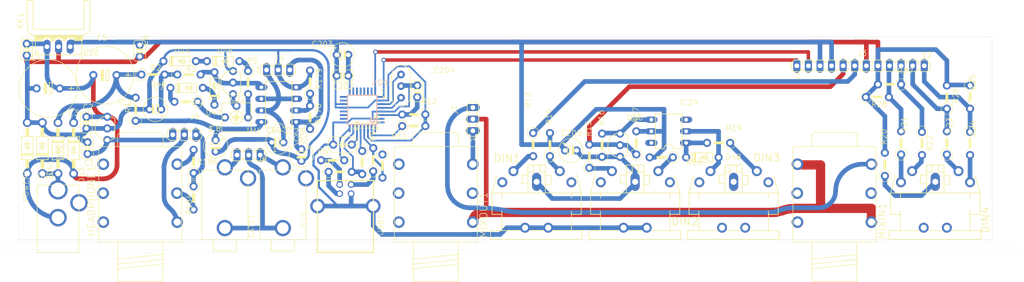
<source format=kicad_pcb>
(kicad_pcb (version 20171130) (host pcbnew "(5.1.5-0-10_14)")
  (layers (0 Top signal) (1 Route2 signal) (2 Route3 signal) (3 Route4 signal) (4 Route5 signal) (5 Route6 signal) (6 Route7 signal) (7 Route8 signal) (8 Route9 signal) (9 Route10 signal) (10 Route11 signal) (11 Route12 signal) (12 Route13 signal) (13 Route14 signal) (14 Route15 signal) (31 Bottom signal) (34 B.Paste user) (35 F.Paste user) (36 B.SilkS user) (37 F.SilkS user) (38 B.Mask user) (39 F.Mask user) (44 Edge.Cuts user))
  (net 0 "")
  (net 1 GND)
  (net 2 +5V)
  (net 3 +6V)
  (net 4 +5.333V)
  (net 5 +12V)
  (net 6 N$17)
  (net 7 "Net-(DIN4-PadPE@)")
  (net 8 "Net-(DIN4-PadPE)")
  (net 9 "Net-(DIN4-Pad5)")
  (net 10 "Net-(DIN4-Pad4)")
  (net 11 "Net-(DIN4-Pad3)")
  (net 12 "Net-(DIN4-Pad2)")
  (net 13 "Net-(DIN4-Pad1)")
  (net 14 "Net-(DIN2-Pad5)")
  (net 15 "Net-(DIN2-Pad4)")
  (net 16 "Net-(DIN2-Pad3)")
  (net 17 "Net-(DIN2-Pad1)")
  (net 18 "Net-(D48-PadA)")
  (net 19 "Net-(DIN3-Pad4)")
  (net 20 "Net-(DIN3-Pad3)")
  (net 21 "Net-(DIN3-Pad2)")
  (net 22 "Net-(DIN3-Pad1)")
  (net 23 "Net-(D48-PadC)")
  (net 24 /MIDI_IN)
  (net 25 "Net-(DIN1-Pad5)")
  (net 26 "Net-(DIN1-Pad4)")
  (net 27 "Net-(DIN1-Pad3)")
  (net 28 "Net-(DIN1-Pad1)")
  (net 29 /MIDI_OUT)
  (net 30 "Net-(J5-Pad1)")
  (net 31 "Net-(C2-Pad1)")
  (net 32 "Net-(D41-PadC)")
  (net 33 "Net-(IC25-Pad32)")
  (net 34 "Net-(C204-Pad1)")
  (net 35 "Net-(IC25-Pad28)")
  (net 36 "Net-(IC25-Pad27)")
  (net 37 /USB_TX)
  (net 38 /USB_RX)
  (net 39 "Net-(IC25-Pad23)")
  (net 40 "Net-(IC25-Pad22)")
  (net 41 "Net-(IC25-Pad21)")
  (net 42 "Net-(IC25-Pad20)")
  (net 43 "Net-(IC25-Pad19)")
  (net 44 "Net-(IC25-Pad18)")
  (net 45 "Net-(IC25-Pad16)")
  (net 46 "Net-(IC25-Pad15)")
  (net 47 "Net-(IC25-Pad12)")
  (net 48 "Net-(IC25-Pad11)")
  (net 49 "Net-(IC25-Pad10)")
  (net 50 "Net-(IC25-Pad8)")
  (net 51 "Net-(IC25-Pad7)")
  (net 52 "Net-(C201-Pad1)")
  (net 53 "Net-(IC25-Pad5)")
  (net 54 "Net-(IC25-Pad4)")
  (net 55 "Net-(IC25-Pad2)")
  (net 56 "Net-(IC25-Pad1)")
  (net 57 "Net-(R6-Pad2)")
  (net 58 "Net-(R7-Pad1)")
  (net 59 "Net-(J7-Pad3)")
  (net 60 "Net-(J7-Pad1)")
  (net 61 /DINSYNC1)
  (net 62 /DINSYNC2)
  (net 63 /DINSYNC3)
  (net 64 /DINSYNC4)
  (net 65 "Net-(C5-Pad+)")
  (net 66 "Net-(C8-Pad+)")
  (net 67 "Net-(D47-PadA)")
  (net 68 "Net-(IC23-Pad2)")
  (net 69 "Net-(C7-Pad+)")
  (net 70 "Net-(R4-Pad1)")
  (net 71 "Net-(IC22-Pad1)")
  (net 72 "Net-(R5-Pad2)")
  (net 73 "Net-(D46-PadC)")
  (net 74 "Net-(D45-PadA)")
  (net 75 "Net-(D46-PadA)")
  (net 76 "Net-(D44-PadA)")
  (net 77 "Net-(IC24-Pad4)")
  (net 78 "Net-(IC24-Pad6)")
  (net 79 "Net-(R9-Pad1)")
  (net 80 "Net-(CV1-PadTIPSHUNT)")
  (net 81 "Net-(CV1-PadTIP)")
  (net 82 "Net-(GATE1-PadTIPSHUNT)")
  (net 83 "Net-(GATE1-PadTIP)")
  (net 84 "Net-(HEADPHONE1-PadR)")
  (net 85 "Net-(HEADPHONE1-PadT)")
  (net 86 "Net-(POWER1-PadP$3)")
  (net 87 "Net-(MIXOUT1-PadTN)")
  (net 88 "Net-(MIXOUT1-PadSN)")
  (net 89 "Net-(MIXOUT1-PadRN)")
  (net 90 "Net-(MIXOUT1-PadR)")
  (net 91 "Net-(MIXIN1-PadSN)")
  (net 92 "Net-(MIXIN1-PadRN)")
  (net 93 "Net-(MIXIN1-PadR)")
  (net 94 "Net-(HEADPHONE1-PadTN)")
  (net 95 "Net-(HEADPHONE1-PadSN)")
  (net 96 "Net-(HEADPHONE1-PadRN)")
  (module ioboard6:CP-2350 (layer Top) (at 241.2746 125.77425)
    (fp_text reference DIN4 (at 11.985 -1.27 90) (layer F.SilkS) (effects (font (size 1.6891 1.6891) (thickness 0.16891)) (justify left bottom)))
    (fp_text value CP2350)
    (pad PE@ thru_hole circle (at 2.54 -2.62) (size 2.1844 2.1844) (drill 1.3208) (layers *.Cu *.Mask) (net 7 "Net-(DIN4-PadPE@)"))
    (pad PE thru_hole circle (at -2.54 -2.62) (size 2.1844 2.1844) (drill 1.3208) (layers *.Cu *.Mask) (net 8 "Net-(DIN4-PadPE)"))
    (pad 5 thru_hole circle (at -5.08 -15.02) (size 2.1844 2.1844) (drill 1.3208) (layers *.Cu *.Mask) (net 9 "Net-(DIN4-Pad5)"))
    (pad 4 thru_hole circle (at 5.08 -15.02) (size 2.1844 2.1844) (drill 1.3208) (layers *.Cu *.Mask) (net 10 "Net-(DIN4-Pad4)"))
    (pad 3 thru_hole circle (at -7.52 -12.58) (size 2.1844 2.1844) (drill 1.3208) (layers *.Cu *.Mask) (net 11 "Net-(DIN4-Pad3)"))
    (pad 2 thru_hole oval (at 0 -12.68 90) (size 3.9624 1.9812) (drill 1.3208) (layers *.Cu *.Mask) (net 12 "Net-(DIN4-Pad2)"))
    (pad 1 thru_hole circle (at 7.62 -12.58) (size 2.1844 2.1844) (drill 1.3208) (layers *.Cu *.Mask) (net 13 "Net-(DIN4-Pad1)"))
  )
  (module ioboard6:0207_5V (layer Top) (at 230.2256 109.26425 90)
    (fp_text reference R20 (at 4.191 0.508 90) (layer F.SilkS) (effects (font (size 1.2065 1.2065) (thickness 0.12065)) (justify left bottom)))
    (fp_text value 22)
    (pad 2 thru_hole circle (at 2.54 0 90) (size 1.778 1.778) (drill 1) (layers *.Cu *.Mask) (net 1 GND))
    (pad 1 thru_hole circle (at -2.54 0 90) (size 1.778 1.778) (drill 1) (layers *.Cu *.Mask) (net 12 "Net-(DIN4-Pad2)"))
  )
  (module ioboard6:CP-2350 (layer Top) (at 175.4886 125.77425)
    (fp_text reference DIN2 (at 7.874 -3.001) (layer F.SilkS) (effects (font (size 1.6891 1.6891) (thickness 0.16891)) (justify left bottom)))
    (fp_text value CP2350)
    (pad PE@ thru_hole circle (at 2.54 -2.62) (size 2.1844 2.1844) (drill 1.3208) (layers *.Cu *.Mask) (net 1 GND))
    (pad PE thru_hole circle (at -2.54 -2.62) (size 2.1844 2.1844) (drill 1.3208) (layers *.Cu *.Mask) (net 1 GND))
    (pad 5 thru_hole circle (at -5.08 -15.02) (size 2.1844 2.1844) (drill 1.3208) (layers *.Cu *.Mask) (net 14 "Net-(DIN2-Pad5)"))
    (pad 4 thru_hole circle (at 5.08 -15.02) (size 2.1844 2.1844) (drill 1.3208) (layers *.Cu *.Mask) (net 15 "Net-(DIN2-Pad4)"))
    (pad 3 thru_hole circle (at -7.52 -12.58) (size 2.1844 2.1844) (drill 1.3208) (layers *.Cu *.Mask) (net 16 "Net-(DIN2-Pad3)"))
    (pad 2 thru_hole oval (at 0 -12.68 90) (size 3.9624 1.9812) (drill 1.3208) (layers *.Cu *.Mask) (net 1 GND))
    (pad 1 thru_hole circle (at 7.62 -12.58) (size 2.1844 2.1844) (drill 1.3208) (layers *.Cu *.Mask) (net 17 "Net-(DIN2-Pad1)"))
  )
  (module ioboard6:CP-2350 (layer Top) (at 197.0786 125.77425)
    (fp_text reference DIN3 (at 4.191 -16.971) (layer F.SilkS) (effects (font (size 1.6891 1.6891) (thickness 0.16891)) (justify left bottom)))
    (fp_text value CP2350)
    (pad PE@ thru_hole circle (at 2.54 -2.62) (size 2.1844 2.1844) (drill 1.3208) (layers *.Cu *.Mask))
    (pad PE thru_hole circle (at -2.54 -2.62) (size 2.1844 2.1844) (drill 1.3208) (layers *.Cu *.Mask))
    (pad 5 thru_hole circle (at -5.08 -15.02) (size 2.1844 2.1844) (drill 1.3208) (layers *.Cu *.Mask) (net 18 "Net-(D48-PadA)"))
    (pad 4 thru_hole circle (at 5.08 -15.02) (size 2.1844 2.1844) (drill 1.3208) (layers *.Cu *.Mask) (net 19 "Net-(DIN3-Pad4)"))
    (pad 3 thru_hole circle (at -7.52 -12.58) (size 2.1844 2.1844) (drill 1.3208) (layers *.Cu *.Mask) (net 20 "Net-(DIN3-Pad3)"))
    (pad 2 thru_hole oval (at 0 -12.68 90) (size 3.9624 1.9812) (drill 1.3208) (layers *.Cu *.Mask) (net 21 "Net-(DIN3-Pad2)"))
    (pad 1 thru_hole circle (at 7.62 -12.58) (size 2.1844 2.1844) (drill 1.3208) (layers *.Cu *.Mask) (net 22 "Net-(DIN3-Pad1)"))
  )
  (module ioboard6:DO35-10 (layer Top) (at 190.2206 107.74025)
    (fp_text reference D48 (at 4.953 0.635) (layer F.SilkS) (effects (font (size 1.2065 1.2065) (thickness 0.12065)) (justify left bottom)))
    (fp_text value 1N4148)
    (pad A thru_hole circle (at 3.556 0) (size 1.778 1.778) (drill 1) (layers *.Cu *.Mask) (net 18 "Net-(D48-PadA)"))
    (pad C thru_hole circle (at -3.556 0) (size 1.778 1.778) (drill 1) (layers *.Cu *.Mask) (net 23 "Net-(D48-PadC)"))
  )
  (module ioboard6:0207_5V (layer Top) (at 193.7766 104.56525 180)
    (fp_text reference R19 (at -1.524 2.54) (layer F.SilkS) (effects (font (size 1.2065 1.2065) (thickness 0.12065)) (justify left bottom)))
    (fp_text value 220)
    (pad 2 thru_hole circle (at 2.54 0 180) (size 1.778 1.778) (drill 1) (layers *.Cu *.Mask) (net 23 "Net-(D48-PadC)"))
    (pad 1 thru_hole circle (at -2.54 0 180) (size 1.778 1.778) (drill 1) (layers *.Cu *.Mask) (net 19 "Net-(DIN3-Pad4)"))
  )
  (module ioboard6:0207_5V (layer Top) (at 175.7426 104.56525 90)
    (fp_text reference R17 (at 4.318 0.635 90) (layer F.SilkS) (effects (font (size 1.2065 1.2065) (thickness 0.12065)) (justify left bottom)))
    (fp_text value 1k)
    (pad 2 thru_hole circle (at 2.54 0 90) (size 1.778 1.778) (drill 1) (layers *.Cu *.Mask) (net 2 +5V))
    (pad 1 thru_hole circle (at -2.54 0 90) (size 1.778 1.778) (drill 1) (layers *.Cu *.Mask) (net 24 /MIDI_IN))
  )
  (module ioboard6:0207_5V (layer Top) (at 165.4556 107.48625 90)
    (fp_text reference R15 (at 4.191 0.508 90) (layer F.SilkS) (effects (font (size 1.2065 1.2065) (thickness 0.12065)) (justify left bottom)))
    (fp_text value 220)
    (pad 2 thru_hole circle (at 2.54 0 90) (size 1.778 1.778) (drill 1) (layers *.Cu *.Mask) (net 24 /MIDI_IN))
    (pad 1 thru_hole circle (at -2.54 0 90) (size 1.778 1.778) (drill 1) (layers *.Cu *.Mask) (net 14 "Net-(DIN2-Pad5)"))
  )
  (module ioboard6:0207_5V (layer Top) (at 181.2036 107.74025 180)
    (fp_text reference R18 (at -5.461 -1.778) (layer F.SilkS) (effects (font (size 1.2065 1.2065) (thickness 0.12065)) (justify left bottom)))
    (fp_text value 220)
    (pad 2 thru_hole circle (at 2.54 0 180) (size 1.778 1.778) (drill 1) (layers *.Cu *.Mask) (net 2 +5V))
    (pad 1 thru_hole circle (at -2.54 0 180) (size 1.778 1.778) (drill 1) (layers *.Cu *.Mask) (net 15 "Net-(DIN2-Pad4)"))
  )
  (module ioboard6:CP-2350 (layer Top) (at 153.8986 125.77425)
    (fp_text reference DIN1 (at -9.525 -16.844) (layer F.SilkS) (effects (font (size 1.6891 1.6891) (thickness 0.16891)) (justify left bottom)))
    (fp_text value CP2350)
    (pad PE@ thru_hole circle (at 2.54 -2.62) (size 2.1844 2.1844) (drill 1.3208) (layers *.Cu *.Mask) (net 1 GND))
    (pad PE thru_hole circle (at -2.54 -2.62) (size 2.1844 2.1844) (drill 1.3208) (layers *.Cu *.Mask) (net 1 GND))
    (pad 5 thru_hole circle (at -5.08 -15.02) (size 2.1844 2.1844) (drill 1.3208) (layers *.Cu *.Mask) (net 25 "Net-(DIN1-Pad5)"))
    (pad 4 thru_hole circle (at 5.08 -15.02) (size 2.1844 2.1844) (drill 1.3208) (layers *.Cu *.Mask) (net 26 "Net-(DIN1-Pad4)"))
    (pad 3 thru_hole circle (at -7.52 -12.58) (size 2.1844 2.1844) (drill 1.3208) (layers *.Cu *.Mask) (net 27 "Net-(DIN1-Pad3)"))
    (pad 2 thru_hole oval (at 0 -12.68 90) (size 3.9624 1.9812) (drill 1.3208) (layers *.Cu *.Mask) (net 1 GND))
    (pad 1 thru_hole circle (at 7.62 -12.58) (size 2.1844 2.1844) (drill 1.3208) (layers *.Cu *.Mask) (net 28 "Net-(DIN1-Pad1)"))
  )
  (module ioboard6:0207_5V (layer Top) (at 153.1366 104.94625 270)
    (fp_text reference R13 (at -8.001 0.508 90) (layer F.SilkS) (effects (font (size 1.2065 1.2065) (thickness 0.12065)) (justify left bottom)))
    (fp_text value 220)
    (pad 2 thru_hole circle (at 2.54 0 270) (size 1.778 1.778) (drill 1) (layers *.Cu *.Mask) (net 25 "Net-(DIN1-Pad5)"))
    (pad 1 thru_hole circle (at -2.54 0 270) (size 1.778 1.778) (drill 1) (layers *.Cu *.Mask) (net 29 /MIDI_OUT))
  )
  (module ioboard6:0207_5V (layer Top) (at 156.8196 104.94625 90)
    (fp_text reference R14 (at 4.318 0.508 90) (layer F.SilkS) (effects (font (size 1.2065 1.2065) (thickness 0.12065)) (justify left bottom)))
    (fp_text value 220)
    (pad 2 thru_hole circle (at 2.54 0 90) (size 1.778 1.778) (drill 1) (layers *.Cu *.Mask) (net 2 +5V))
    (pad 1 thru_hole circle (at -2.54 0 90) (size 1.778 1.778) (drill 1) (layers *.Cu *.Mask) (net 26 "Net-(DIN1-Pad4)"))
  )
  (module ioboard6:CP-3502 (layer Top) (at 98.2726 125.77425)
    (fp_text reference CV1 (at 5.3652 -2.8282 90) (layer F.SilkS) (effects (font (size 1.2065 1.2065) (thickness 0.09652)) (justify left bottom)))
    (fp_text value MONO_CC hide)
    (pad TIPSHUNT thru_hole circle (at 0 -15.8496) (size 3.556 3.556) (drill 2.54) (layers *.Cu *.Mask) (net 80 "Net-(CV1-PadTIPSHUNT)"))
    (pad TIP thru_hole circle (at 0 -2.54) (size 3.556 3.556) (drill 2.54) (layers *.Cu *.Mask) (net 81 "Net-(CV1-PadTIP)"))
    (pad SLEEVE thru_hole circle (at 5.08 -13.462) (size 3.556 3.556) (drill 2.54) (layers *.Cu *.Mask) (net 1 GND))
  )
  (module ioboard6:CP-3502 (layer Top) (at 85.5726 125.77425)
    (fp_text reference GATE1 (at 6.5728 -0.2198 90) (layer F.SilkS) (effects (font (size 1.2065 1.2065) (thickness 0.09652)) (justify left bottom)))
    (fp_text value MONO_CC hide)
    (pad TIPSHUNT thru_hole circle (at 0 -15.8496) (size 3.556 3.556) (drill 2.54) (layers *.Cu *.Mask) (net 82 "Net-(GATE1-PadTIPSHUNT)"))
    (pad TIP thru_hole circle (at 0 -2.54) (size 3.556 3.556) (drill 2.54) (layers *.Cu *.Mask) (net 83 "Net-(GATE1-PadTIP)"))
    (pad SLEEVE thru_hole circle (at 5.08 -13.462) (size 3.556 3.556) (drill 2.54) (layers *.Cu *.Mask) (net 1 GND))
  )
  (module ioboard6:0207_5V (layer Top) (at 78.7146 116.63025 270)
    (fp_text reference R164 (at 3.81 0.254 90) (layer F.SilkS) (effects (font (size 1.2065 1.2065) (thickness 0.12065)) (justify left bottom)))
    (fp_text value 10)
    (pad 2 thru_hole circle (at 2.54 0 270) (size 1.778 1.778) (drill 1) (layers *.Cu *.Mask) (net 84 "Net-(HEADPHONE1-PadR)"))
    (pad 1 thru_hole circle (at -2.54 0 270) (size 1.778 1.778) (drill 1) (layers *.Cu *.Mask) (net 30 "Net-(J5-Pad1)"))
  )
  (module ioboard6:0207_5V (layer Top) (at 78.7146 108.62925 90)
    (fp_text reference R186 (at -0.762 0.635) (layer F.SilkS) (effects (font (size 1.2065 1.2065) (thickness 0.12065)) (justify left bottom)))
    (fp_text value 10)
    (pad 2 thru_hole circle (at 2.54 0 90) (size 1.778 1.778) (drill 1) (layers *.Cu *.Mask) (net 85 "Net-(HEADPHONE1-PadT)"))
    (pad 1 thru_hole circle (at -2.54 0 90) (size 1.778 1.778) (drill 1) (layers *.Cu *.Mask) (net 30 "Net-(J5-Pad1)"))
  )
  (module ioboard6:PJ-102A (layer Top) (at 48.9966 128.56825 180)
    (fp_text reference POWER1 (at 6.35 10.922 90) (layer F.SilkS) (effects (font (size 1.2065 1.2065) (thickness 0.09652)) (justify left bottom)))
    (fp_text value 2.1MMJACK hide)
    (pad P$3 thru_hole circle (at 0 13.716) (size 4.216 4.216) (drill 3.2) (layers *.Cu *.Mask) (net 86 "Net-(POWER1-PadP$3)"))
    (pad P$2 thru_hole circle (at 0 7.62) (size 3.816 3.816) (drill 2.8) (layers *.Cu *.Mask) (net 31 "Net-(C2-Pad1)"))
    (pad P$1 thru_hole circle (at -4.6 10.862) (size 3.816 3.816) (drill 2.8) (layers *.Cu *.Mask) (net 32 "Net-(D41-PadC)"))
  )
  (module ioboard6:SQFP-S-7X7-32 (layer Bottom) (at 115.6716 97.32625 180)
    (fp_text reference IC25 (at -2.032 5.207) (layer B.SilkS) (effects (font (size 1.2065 1.2065) (thickness 0.09652)) (justify right bottom mirror)))
    (fp_text value FT232)
    (pad 32 smd rect (at -4.1 -2.75 270) (size 0.4 1.6) (layers Bottom B.Paste B.Mask) (net 33 "Net-(IC25-Pad32)"))
    (pad 31 smd rect (at -4.1 -1.95 270) (size 0.4 1.6) (layers Bottom B.Paste B.Mask) (net 1 GND))
    (pad 30 smd rect (at -4.1 -1.15 270) (size 0.4 1.6) (layers Bottom B.Paste B.Mask) (net 34 "Net-(C204-Pad1)"))
    (pad 29 smd rect (at -4.1 -0.35 270) (size 0.4 1.6) (layers Bottom B.Paste B.Mask) (net 1 GND))
    (pad 28 smd rect (at -4.1 0.45 270) (size 0.4 1.6) (layers Bottom B.Paste B.Mask) (net 35 "Net-(IC25-Pad28)"))
    (pad 27 smd rect (at -4.1 1.25 270) (size 0.4 1.6) (layers Bottom B.Paste B.Mask) (net 36 "Net-(IC25-Pad27)"))
    (pad 26 smd rect (at -4.1 2.05 270) (size 0.4 1.6) (layers Bottom B.Paste B.Mask) (net 2 +5V))
    (pad 25 smd rect (at -4.1 2.85 270) (size 0.4 1.6) (layers Bottom B.Paste B.Mask) (net 37 /USB_TX))
    (pad 24 smd rect (at -2.85 4.1) (size 0.4 1.6) (layers Bottom B.Paste B.Mask) (net 38 /USB_RX))
    (pad 23 smd rect (at -2.05 4.1) (size 0.4 1.6) (layers Bottom B.Paste B.Mask) (net 39 "Net-(IC25-Pad23)"))
    (pad 22 smd rect (at -1.25 4.1) (size 0.4 1.6) (layers Bottom B.Paste B.Mask) (net 40 "Net-(IC25-Pad22)"))
    (pad 21 smd rect (at -0.45 4.1) (size 0.4 1.6) (layers Bottom B.Paste B.Mask) (net 41 "Net-(IC25-Pad21)"))
    (pad 20 smd rect (at 0.35 4.1) (size 0.4 1.6) (layers Bottom B.Paste B.Mask) (net 42 "Net-(IC25-Pad20)"))
    (pad 19 smd rect (at 1.15 4.1) (size 0.4 1.6) (layers Bottom B.Paste B.Mask) (net 43 "Net-(IC25-Pad19)"))
    (pad 18 smd rect (at 1.95 4.1) (size 0.4 1.6) (layers Bottom B.Paste B.Mask) (net 44 "Net-(IC25-Pad18)"))
    (pad 17 smd rect (at 2.75 4.1) (size 0.4 1.6) (layers Bottom B.Paste B.Mask) (net 1 GND))
    (pad 16 smd rect (at 4.1 2.85 90) (size 0.4 1.6) (layers Bottom B.Paste B.Mask) (net 45 "Net-(IC25-Pad16)"))
    (pad 15 smd rect (at 4.1 2.05 90) (size 0.4 1.6) (layers Bottom B.Paste B.Mask) (net 46 "Net-(IC25-Pad15)"))
    (pad 14 smd rect (at 4.1 1.25 90) (size 0.4 1.6) (layers Bottom B.Paste B.Mask) (net 2 +5V))
    (pad 13 smd rect (at 4.1 0.45 90) (size 0.4 1.6) (layers Bottom B.Paste B.Mask) (net 2 +5V))
    (pad 12 smd rect (at 4.1 -0.35 90) (size 0.4 1.6) (layers Bottom B.Paste B.Mask) (net 47 "Net-(IC25-Pad12)"))
    (pad 11 smd rect (at 4.1 -1.15 90) (size 0.4 1.6) (layers Bottom B.Paste B.Mask) (net 48 "Net-(IC25-Pad11)"))
    (pad 10 smd rect (at 4.1 -1.95 90) (size 0.4 1.6) (layers Bottom B.Paste B.Mask) (net 49 "Net-(IC25-Pad10)"))
    (pad 9 smd rect (at 4.1 -2.75 90) (size 0.4 1.6) (layers Bottom B.Paste B.Mask) (net 1 GND))
    (pad 8 smd rect (at 2.75 -4.1 180) (size 0.4 1.6) (layers Bottom B.Paste B.Mask) (net 50 "Net-(IC25-Pad8)"))
    (pad 7 smd rect (at 1.95 -4.1 180) (size 0.4 1.6) (layers Bottom B.Paste B.Mask) (net 51 "Net-(IC25-Pad7)"))
    (pad 6 smd rect (at 1.15 -4.1 180) (size 0.4 1.6) (layers Bottom B.Paste B.Mask) (net 52 "Net-(C201-Pad1)"))
    (pad 5 smd rect (at 0.35 -4.1 180) (size 0.4 1.6) (layers Bottom B.Paste B.Mask) (net 53 "Net-(IC25-Pad5)"))
    (pad 4 smd rect (at -0.45 -4.1 180) (size 0.4 1.6) (layers Bottom B.Paste B.Mask) (net 54 "Net-(IC25-Pad4)"))
    (pad 3 smd rect (at -1.25 -4.1 180) (size 0.4 1.6) (layers Bottom B.Paste B.Mask) (net 2 +5V))
    (pad 2 smd rect (at -2.05 -4.1 180) (size 0.4 1.6) (layers Bottom B.Paste B.Mask) (net 55 "Net-(IC25-Pad2)"))
    (pad 1 smd rect (at -2.85 -4.1 180) (size 0.4 1.6) (layers Bottom B.Paste B.Mask) (net 56 "Net-(IC25-Pad1)"))
  )
  (module ioboard6:0207_5V (layer Top) (at 109.1946 108.37525 180)
    (fp_text reference R6 (at 3.429 1.27) (layer F.SilkS) (effects (font (size 1.2065 1.2065) (thickness 0.12065)) (justify left bottom)))
    (fp_text value 27)
    (pad 2 thru_hole circle (at 2.54 0 180) (size 1.778 1.778) (drill 1) (layers *.Cu *.Mask) (net 57 "Net-(R6-Pad2)"))
    (pad 1 thru_hole circle (at -2.54 0 180) (size 1.778 1.778) (drill 1) (layers *.Cu *.Mask) (net 50 "Net-(IC25-Pad8)"))
  )
  (module ioboard6:0207_5V (layer Top) (at 110.8456 110.91525)
    (fp_text reference R7 (at -3.556 -1.27) (layer F.SilkS) (effects (font (size 1.2065 1.2065) (thickness 0.12065)) (justify left bottom)))
    (fp_text value 27)
    (pad 2 thru_hole circle (at 2.54 0) (size 1.778 1.778) (drill 1) (layers *.Cu *.Mask) (net 51 "Net-(IC25-Pad7)"))
    (pad 1 thru_hole circle (at -2.54 0) (size 1.778 1.778) (drill 1) (layers *.Cu *.Mask) (net 58 "Net-(R7-Pad1)"))
  )
  (module ioboard6:0207_5V (layer Top) (at 115.6716 108.88325 270)
    (fp_text reference R8 (at -6.731 0.508 90) (layer F.SilkS) (effects (font (size 1.2065 1.2065) (thickness 0.12065)) (justify left bottom)))
    (fp_text value 1.5k)
    (pad 2 thru_hole circle (at 2.54 0 270) (size 1.778 1.778) (drill 1) (layers *.Cu *.Mask) (net 51 "Net-(IC25-Pad7)"))
    (pad 1 thru_hole circle (at -2.54 0 270) (size 1.778 1.778) (drill 1) (layers *.Cu *.Mask) (net 53 "Net-(IC25-Pad5)"))
  )
  (module ioboard6:C050-025X075 (layer Top) (at 111.3536 104.94625 180)
    (fp_text reference C201 (at -2.54 3.429) (layer F.SilkS) (effects (font (size 1.2065 1.2065) (thickness 0.12065)) (justify left bottom)))
    (fp_text value 33nF)
    (pad 2 thru_hole circle (at 2.032 0 180) (size 1.778 1.778) (drill 1) (layers *.Cu *.Mask) (net 1 GND))
    (pad 1 thru_hole circle (at -2.032 0 180) (size 1.778 1.778) (drill 1) (layers *.Cu *.Mask) (net 52 "Net-(C201-Pad1)"))
  )
  (module ioboard6:0207_5V (layer Top) (at 126.9746 98.34225 180)
    (fp_text reference R12 (at -1.524 2.159) (layer F.SilkS) (effects (font (size 1.2065 1.2065) (thickness 0.12065)) (justify left bottom)))
    (fp_text value 470)
    (pad 2 thru_hole circle (at 2.54 0 180) (size 1.778 1.778) (drill 1) (layers *.Cu *.Mask) (net 34 "Net-(C204-Pad1)"))
    (pad 1 thru_hole circle (at -2.54 0 180) (size 1.778 1.778) (drill 1) (layers *.Cu *.Mask) (net 2 +5V))
  )
  (module ioboard6:C050H075X075 (layer Top) (at 127.7366 93.26225 90)
    (fp_text reference C204 (at 3.937 3.556) (layer F.SilkS) (effects (font (size 1.2065 1.2065) (thickness 0.12065)) (justify left bottom)))
    (fp_text value .1uF)
    (pad 2 thru_hole circle (at 1.27 0 90) (size 1.778 1.778) (drill 1) (layers *.Cu *.Mask) (net 1 GND))
    (pad 1 thru_hole circle (at -1.27 0 90) (size 1.778 1.778) (drill 1) (layers *.Cu *.Mask) (net 34 "Net-(C204-Pad1)"))
  )
  (module ioboard6:0207_5V (layer Top) (at 126.9746 100.88225)
    (fp_text reference R11 (at -4.953 2.921) (layer F.SilkS) (effects (font (size 1.2065 1.2065) (thickness 0.12065)) (justify left bottom)))
    (fp_text value 10K)
    (pad 2 thru_hole circle (at 2.54 0) (size 1.778 1.778) (drill 1) (layers *.Cu *.Mask) (net 2 +5V))
    (pad 1 thru_hole circle (at -2.54 0) (size 1.778 1.778) (drill 1) (layers *.Cu *.Mask) (net 55 "Net-(IC25-Pad2)"))
  )
  (module ioboard6:E5-6 (layer Top) (at 111.3536 85.26125)
    (fp_text reference C203 (at -6.858 -1.651) (layer F.SilkS) (effects (font (size 1.2065 1.2065) (thickness 0.12065)) (justify left bottom)))
    (fp_text value 10uF)
    (pad - thru_hole circle (at 1.27 0) (size 1.778 1.778) (drill 1) (layers *.Cu *.Mask) (net 1 GND))
    (pad + thru_hole circle (at -1.27 0) (size 1.778 1.778) (drill 1) (layers *.Cu *.Mask) (net 2 +5V))
  )
  (module ioboard6:C050H075X075 (layer Top) (at 111.3536 89.83325)
    (fp_text reference C202 (at -2.286 3.048) (layer F.SilkS) (effects (font (size 1.2065 1.2065) (thickness 0.12065)) (justify left bottom)))
    (fp_text value .1uF)
    (pad 2 thru_hole circle (at 1.27 0) (size 1.778 1.778) (drill 1) (layers *.Cu *.Mask) (net 1 GND))
    (pad 1 thru_hole circle (at -1.27 0) (size 1.778 1.778) (drill 1) (layers *.Cu *.Mask) (net 2 +5V))
  )
  (module ioboard6:MA03-1 (layer Top) (at 90.7796 107.23225 180)
    (fp_text reference J6 (at -1.905 -1.651) (layer F.SilkS) (effects (font (size 1.2065 1.2065) (thickness 0.12065)) (justify left bottom)))
    (fp_text value MA03-1)
    (fp_text user 1 (at -5.08 0.635 180) (layer F.SilkS) (effects (font (size 1.2065 1.2065) (thickness 0.127)) (justify left bottom)))
    (pad 3 thru_hole oval (at 2.54 0 270) (size 3.048 1.524) (drill 1.016) (layers *.Cu *.Mask) (net 83 "Net-(GATE1-PadTIP)"))
    (pad 2 thru_hole oval (at 0 0 270) (size 3.048 1.524) (drill 1.016) (layers *.Cu *.Mask) (net 1 GND))
    (pad 1 thru_hole oval (at -2.54 0 270) (size 3.048 1.524) (drill 1.016) (layers *.Cu *.Mask) (net 81 "Net-(CV1-PadTIP)"))
  )
  (module ioboard6:MA03-1 (layer Top) (at 76.6826 102.78725 180)
    (fp_text reference J5 (at -1.27 3.302) (layer F.SilkS) (effects (font (size 1.2065 1.2065) (thickness 0.12065)) (justify left bottom)))
    (fp_text value MA03-1)
    (fp_text user 1 (at -5.08 0.635 180) (layer F.SilkS) (effects (font (size 1.2065 1.2065) (thickness 0.127)) (justify left bottom)))
    (pad 3 thru_hole oval (at 2.54 0 270) (size 3.048 1.524) (drill 1.016) (layers *.Cu *.Mask) (net 3 +6V))
    (pad 2 thru_hole oval (at 0 0 270) (size 3.048 1.524) (drill 1.016) (layers *.Cu *.Mask) (net 1 GND))
    (pad 1 thru_hole oval (at -2.54 0 270) (size 3.048 1.524) (drill 1.016) (layers *.Cu *.Mask) (net 30 "Net-(J5-Pad1)"))
  )
  (module ioboard6:MA03-1 (layer Top) (at 139.9286 99.35825 90)
    (fp_text reference J7 (at 0.889 -3.175 90) (layer F.SilkS) (effects (font (size 1.2065 1.2065) (thickness 0.12065)) (justify left bottom)))
    (fp_text value MA03-1)
    (fp_text user 1 (at -5.08 0.635 90) (layer F.SilkS) (effects (font (size 1.2065 1.2065) (thickness 0.127)) (justify left bottom)))
    (pad 3 thru_hole oval (at 2.54 0 180) (size 3.048 1.524) (drill 1.016) (layers *.Cu *.Mask) (net 59 "Net-(J7-Pad3)"))
    (pad 2 thru_hole oval (at 0 0 180) (size 3.048 1.524) (drill 1.016) (layers *.Cu *.Mask) (net 1 GND))
    (pad 1 thru_hole oval (at -2.54 0 180) (size 3.048 1.524) (drill 1.016) (layers *.Cu *.Mask) (net 60 "Net-(J7-Pad1)"))
  )
  (module ioboard6:MA03-1 (layer Top) (at 97.2566 88.56325)
    (fp_text reference J4 (at -0.889 -1.905) (layer F.SilkS) (effects (font (size 1.2065 1.2065) (thickness 0.12065)) (justify left bottom)))
    (fp_text value MA03-1)
    (fp_text user 1 (at -5.08 0.635) (layer F.SilkS) (effects (font (size 1.2065 1.2065) (thickness 0.127)) (justify left bottom)))
    (pad 3 thru_hole oval (at 2.54 0 90) (size 3.048 1.524) (drill 1.016) (layers *.Cu *.Mask) (net 5 +12V))
    (pad 2 thru_hole oval (at 0 0 90) (size 3.048 1.524) (drill 1.016) (layers *.Cu *.Mask) (net 1 GND))
    (pad 1 thru_hole oval (at -2.54 0 90) (size 3.048 1.524) (drill 1.016) (layers *.Cu *.Mask) (net 4 +5.333V))
  )
  (module ioboard6:MA12-1 (layer Top) (at 224.8916 87.67425)
    (fp_text reference J3 (at -0.762 -2.032) (layer F.SilkS) (effects (font (size 1.2065 1.2065) (thickness 0.12065)) (justify left bottom)))
    (fp_text value MA12-1)
    (fp_text user 12 (at 13.335 -1.651) (layer F.SilkS) (effects (font (size 1.2065 1.2065) (thickness 0.127)) (justify left bottom)))
    (fp_text user 1 (at -14.351 2.921) (layer F.SilkS) (effects (font (size 1.2065 1.2065) (thickness 0.127)) (justify left bottom)))
    (pad 12 thru_hole oval (at 13.97 0 90) (size 3.048 1.524) (drill 1.016) (layers *.Cu *.Mask) (net 61 /DINSYNC1))
    (pad 11 thru_hole oval (at 11.43 0 90) (size 3.048 1.524) (drill 1.016) (layers *.Cu *.Mask) (net 62 /DINSYNC2))
    (pad 10 thru_hole oval (at 8.89 0 90) (size 3.048 1.524) (drill 1.016) (layers *.Cu *.Mask) (net 63 /DINSYNC3))
    (pad 9 thru_hole oval (at 6.35 0 90) (size 3.048 1.524) (drill 1.016) (layers *.Cu *.Mask) (net 64 /DINSYNC4))
    (pad 8 thru_hole oval (at 3.81 0 90) (size 3.048 1.524) (drill 1.016) (layers *.Cu *.Mask) (net 1 GND))
    (pad 7 thru_hole oval (at 1.27 0 90) (size 3.048 1.524) (drill 1.016) (layers *.Cu *.Mask) (net 1 GND))
    (pad 6 thru_hole oval (at -1.27 0 90) (size 3.048 1.524) (drill 1.016) (layers *.Cu *.Mask) (net 29 /MIDI_OUT))
    (pad 5 thru_hole oval (at -3.81 0 90) (size 3.048 1.524) (drill 1.016) (layers *.Cu *.Mask) (net 24 /MIDI_IN))
    (pad 4 thru_hole oval (at -6.35 0 90) (size 3.048 1.524) (drill 1.016) (layers *.Cu *.Mask) (net 2 +5V))
    (pad 3 thru_hole oval (at -8.89 0 90) (size 3.048 1.524) (drill 1.016) (layers *.Cu *.Mask) (net 2 +5V))
    (pad 2 thru_hole oval (at -11.43 0 90) (size 3.048 1.524) (drill 1.016) (layers *.Cu *.Mask) (net 38 /USB_RX))
    (pad 1 thru_hole oval (at -13.97 0 90) (size 3.048 1.524) (drill 1.016) (layers *.Cu *.Mask) (net 37 /USB_TX))
  )
  (module ioboard6:0207_5V (layer Top) (at 66.0146 97.19925 90)
    (fp_text reference R1 (at -0.889 -0.889 90) (layer F.SilkS) (effects (font (size 1.2065 1.2065) (thickness 0.12065)) (justify left bottom)))
    (fp_text value 100)
    (pad 2 thru_hole circle (at 2.54 0 90) (size 1.778 1.778) (drill 1) (layers *.Cu *.Mask) (net 65 "Net-(C5-Pad+)"))
    (pad 1 thru_hole circle (at -2.54 0 90) (size 1.778 1.778) (drill 1) (layers *.Cu *.Mask) (net 66 "Net-(C8-Pad+)"))
  )
  (module ioboard6:E5-6 (layer Top) (at 83.5406 105.20025 270)
    (fp_text reference C8 (at -3.048 1.27) (layer F.SilkS) (effects (font (size 1.2065 1.2065) (thickness 0.12065)) (justify left bottom)))
    (fp_text value 100/25)
    (pad - thru_hole circle (at 1.27 0 270) (size 1.778 1.778) (drill 1) (layers *.Cu *.Mask) (net 1 GND))
    (pad + thru_hole circle (at -1.27 0 270) (size 1.778 1.778) (drill 1) (layers *.Cu *.Mask) (net 66 "Net-(C8-Pad+)"))
  )
  (module ioboard6:DIL08 (layer Top) (at 97.3836 96.18325 90)
    (fp_text reference IC23 (at -6.604 1.397) (layer F.SilkS) (effects (font (size 1.2065 1.2065) (thickness 0.12065)) (justify left bottom)))
    (fp_text value AN6562N)
    (pad 8 thru_hole oval (at -3.81 -3.81 180) (size 2.6416 1.3208) (drill 0.8128) (layers *.Cu *.Mask) (net 66 "Net-(C8-Pad+)"))
    (pad 7 thru_hole oval (at -1.27 -3.81 180) (size 2.6416 1.3208) (drill 0.8128) (layers *.Cu *.Mask) (net 4 +5.333V))
    (pad 6 thru_hole oval (at 1.27 -3.81 180) (size 2.6416 1.3208) (drill 0.8128) (layers *.Cu *.Mask) (net 4 +5.333V))
    (pad 5 thru_hole oval (at 3.81 -3.81 180) (size 2.6416 1.3208) (drill 0.8128) (layers *.Cu *.Mask) (net 67 "Net-(D47-PadA)"))
    (pad 4 thru_hole oval (at 3.81 3.81 180) (size 2.6416 1.3208) (drill 0.8128) (layers *.Cu *.Mask) (net 1 GND))
    (pad 3 thru_hole oval (at 1.27 3.81 180) (size 2.6416 1.3208) (drill 0.8128) (layers *.Cu *.Mask) (net 4 +5.333V))
    (pad 2 thru_hole oval (at -1.27 3.81 180) (size 2.6416 1.3208) (drill 0.8128) (layers *.Cu *.Mask) (net 68 "Net-(IC23-Pad2)"))
    (pad 1 thru_hole oval (at -3.81 3.81 180) (size 2.6416 1.3208) (drill 0.8128) (layers *.Cu *.Mask) (net 5 +12V))
  )
  (module ioboard6:E5-6 (layer Top) (at 97.1296 104.43825 180)
    (fp_text reference C60 (at 2.667 1.905) (layer F.SilkS) (effects (font (size 1.2065 1.2065) (thickness 0.12065)) (justify left bottom)))
    (fp_text value 10/16)
    (pad - thru_hole circle (at 1.27 0 180) (size 1.778 1.778) (drill 1) (layers *.Cu *.Mask) (net 1 GND))
    (pad + thru_hole circle (at -1.27 0 180) (size 1.778 1.778) (drill 1) (layers *.Cu *.Mask) (net 4 +5.333V))
  )
  (module ioboard6:0207_5V (layer Top) (at 104.2416 98.97725 90)
    (fp_text reference R178 (at -1.651 2.54 90) (layer F.SilkS) (effects (font (size 1.2065 1.2065) (thickness 0.12065)) (justify left bottom)))
    (fp_text value 2.2k)
    (pad 2 thru_hole circle (at 2.54 0 90) (size 1.778 1.778) (drill 1) (layers *.Cu *.Mask) (net 68 "Net-(IC23-Pad2)"))
    (pad 1 thru_hole circle (at -2.54 0 90) (size 1.778 1.778) (drill 1) (layers *.Cu *.Mask) (net 5 +12V))
  )
  (module ioboard6:0207_5V (layer Top) (at 104.2416 91.23025 90)
    (fp_text reference R179 (at -1.651 2.667 90) (layer F.SilkS) (effects (font (size 1.2065 1.2065) (thickness 0.12065)) (justify left bottom)))
    (fp_text value 1.8k)
    (pad 2 thru_hole circle (at 2.54 0 90) (size 1.778 1.778) (drill 1) (layers *.Cu *.Mask) (net 1 GND))
    (pad 1 thru_hole circle (at -2.54 0 90) (size 1.778 1.778) (drill 1) (layers *.Cu *.Mask) (net 68 "Net-(IC23-Pad2)"))
  )
  (module ioboard6:E5-6 (layer Top) (at 102.3366 107.23225 270)
    (fp_text reference C61 (at -2.921 1.905) (layer F.SilkS) (effects (font (size 1.2065 1.2065) (thickness 0.12065)) (justify left bottom)))
    (fp_text value 10/16)
    (pad - thru_hole circle (at 1.27 0 270) (size 1.778 1.778) (drill 1) (layers *.Cu *.Mask) (net 1 GND))
    (pad + thru_hole circle (at -1.27 0 270) (size 1.778 1.778) (drill 1) (layers *.Cu *.Mask) (net 5 +12V))
  )
  (module ioboard6:0207_5V (layer Top) (at 69.8246 89.57925)
    (fp_text reference R2 (at -0.635 -0.762) (layer F.SilkS) (effects (font (size 1.2065 1.2065) (thickness 0.12065)) (justify left bottom)))
    (fp_text value 1k)
    (pad 2 thru_hole circle (at 2.54 0) (size 1.778 1.778) (drill 1) (layers *.Cu *.Mask) (net 69 "Net-(C7-Pad+)"))
    (pad 1 thru_hole circle (at -2.54 0) (size 1.778 1.778) (drill 1) (layers *.Cu *.Mask) (net 65 "Net-(C5-Pad+)"))
  )
  (module ioboard6:E5-6 (layer Top) (at 70.3326 97.19925 180)
    (fp_text reference C7 (at 0.508 4.064) (layer F.SilkS) (effects (font (size 1.2065 1.2065) (thickness 0.12065)) (justify left bottom)))
    (fp_text value 100/25)
    (pad - thru_hole circle (at 1.27 0 180) (size 1.778 1.778) (drill 1) (layers *.Cu *.Mask) (net 1 GND))
    (pad + thru_hole circle (at -1.27 0 180) (size 1.778 1.778) (drill 1) (layers *.Cu *.Mask) (net 69 "Net-(C7-Pad+)"))
  )
  (module ioboard6:2SC536F (layer Top) (at 87.3506 91.35725 90)
    (fp_text reference IC22 (at -4.191 -1.27) (layer F.SilkS) (effects (font (size 1.2065 1.2065) (thickness 0.12065)) (justify left bottom)))
    (fp_text value LM336Z-5.0)
    (pad 3 thru_hole circle (at -2.54 0 90) (size 1.778 1.778) (drill 1) (layers *.Cu *.Mask) (net 1 GND))
    (pad 2 thru_hole circle (at 0 0 90) (size 1.778 1.778) (drill 1) (layers *.Cu *.Mask) (net 67 "Net-(D47-PadA)"))
    (pad 1 thru_hole circle (at 2.54 0 90) (size 1.778 1.778) (drill 1) (layers *.Cu *.Mask) (net 71 "Net-(IC22-Pad1)"))
  )
  (module ioboard6:0207_5V (layer Top) (at 77.6986 89.57925)
    (fp_text reference R3 (at -0.762 -0.508) (layer F.SilkS) (effects (font (size 1.2065 1.2065) (thickness 0.12065)) (justify left bottom)))
    (fp_text value 6.8k)
    (pad 2 thru_hole circle (at 2.54 0) (size 1.778 1.778) (drill 1) (layers *.Cu *.Mask) (net 67 "Net-(D47-PadA)"))
    (pad 1 thru_hole circle (at -2.54 0) (size 1.778 1.778) (drill 1) (layers *.Cu *.Mask) (net 69 "Net-(C7-Pad+)"))
  )
  (module ioboard6:306 (layer Top) (at 88.1126 98.97725 180)
    (fp_text reference TM6 (at -2.007 -3.697) (layer F.SilkS) (effects (font (size 1.2065 1.2065) (thickness 0.09652)) (justify left bottom)))
    (fp_text value 2k)
    (pad 3 thru_hole circle (at 2.54 0 180) (size 1.778 1.778) (drill 1) (layers *.Cu *.Mask) (net 70 "Net-(R4-Pad1)"))
    (pad 2 thru_hole circle (at 0 2.54 180) (size 1.778 1.778) (drill 1) (layers *.Cu *.Mask) (net 71 "Net-(IC22-Pad1)"))
    (pad 1 thru_hole circle (at -2.54 0 180) (size 1.778 1.778) (drill 1) (layers *.Cu *.Mask) (net 72 "Net-(R5-Pad2)"))
  )
  (module ioboard6:0207_5V (layer Top) (at 77.0636 95.54825 180)
    (fp_text reference R4 (at -1.27 -1.016) (layer F.SilkS) (effects (font (size 1.2065 1.2065) (thickness 0.12065)) (justify left bottom)))
    (fp_text value 5.6k)
    (pad 2 thru_hole circle (at 2.54 0 180) (size 1.778 1.778) (drill 1) (layers *.Cu *.Mask) (net 73 "Net-(D46-PadC)"))
    (pad 1 thru_hole circle (at -2.54 0 180) (size 1.778 1.778) (drill 1) (layers *.Cu *.Mask) (net 70 "Net-(R4-Pad1)"))
  )
  (module ioboard6:0207_5V (layer Top) (at 90.6526 91.35725 270)
    (fp_text reference R5 (at -4.064 0.381) (layer F.SilkS) (effects (font (size 1.2065 1.2065) (thickness 0.12065)) (justify left bottom)))
    (fp_text value 2.4k)
    (pad 2 thru_hole circle (at 2.54 0 270) (size 1.778 1.778) (drill 1) (layers *.Cu *.Mask) (net 72 "Net-(R5-Pad2)"))
    (pad 1 thru_hole circle (at -2.54 0 270) (size 1.778 1.778) (drill 1) (layers *.Cu *.Mask) (net 74 "Net-(D45-PadA)"))
  )
  (module ioboard6:DO35-10 (layer Top) (at 83.2866 92.62725 90)
    (fp_text reference D47 (at -6.096 -2.032) (layer F.SilkS) (effects (font (size 1.2065 1.2065) (thickness 0.12065)) (justify left bottom)))
    (fp_text value 1N4148)
    (pad A thru_hole circle (at 3.556 0 90) (size 1.778 1.778) (drill 1) (layers *.Cu *.Mask) (net 67 "Net-(D47-PadA)"))
    (pad C thru_hole circle (at -3.556 0 90) (size 1.778 1.778) (drill 1) (layers *.Cu *.Mask) (net 75 "Net-(D46-PadA)"))
  )
  (module ioboard6:DO35-10 (layer Top) (at 77.1906 92.50025)
    (fp_text reference D46 (at -8.001 -0.127) (layer F.SilkS) (effects (font (size 1.2065 1.2065) (thickness 0.12065)) (justify left bottom)))
    (fp_text value 1N4148)
    (pad A thru_hole circle (at 3.556 0) (size 1.778 1.778) (drill 1) (layers *.Cu *.Mask) (net 75 "Net-(D46-PadA)"))
    (pad C thru_hole circle (at -3.556 0) (size 1.778 1.778) (drill 1) (layers *.Cu *.Mask) (net 73 "Net-(D46-PadC)"))
  )
  (module ioboard6:DO35-10 (layer Top) (at 85.1916 86.65825)
    (fp_text reference D45 (at -1.397 -1.524) (layer F.SilkS) (effects (font (size 1.2065 1.2065) (thickness 0.12065)) (justify left bottom)))
    (fp_text value 1N4148)
    (pad A thru_hole circle (at 3.556 0) (size 1.778 1.778) (drill 1) (layers *.Cu *.Mask) (net 74 "Net-(D45-PadA)"))
    (pad C thru_hole circle (at -3.556 0) (size 1.778 1.778) (drill 1) (layers *.Cu *.Mask) (net 76 "Net-(D44-PadA)"))
  )
  (module ioboard6:DO35-10 (layer Top) (at 75.6666 86.65825)
    (fp_text reference D44 (at -1.27 -1.524) (layer F.SilkS) (effects (font (size 1.2065 1.2065) (thickness 0.12065)) (justify left bottom)))
    (fp_text value 1N4148)
    (pad A thru_hole circle (at 3.556 0) (size 1.778 1.778) (drill 1) (layers *.Cu *.Mask) (net 76 "Net-(D44-PadA)"))
    (pad C thru_hole circle (at -3.556 0) (size 1.778 1.778) (drill 1) (layers *.Cu *.Mask) (net 1 GND))
  )
  (module ioboard6:2SC536F (layer Top) (at 59.7916 101.39025 90)
    (fp_text reference IC21 (at 4.953 2.413) (layer F.SilkS) (effects (font (size 1.2065 1.2065) (thickness 0.12065)) (justify left bottom)))
    (fp_text value 78L06Z)
    (pad 3 thru_hole circle (at -2.54 0 90) (size 1.778 1.778) (drill 1) (layers *.Cu *.Mask) (net 3 +6V))
    (pad 2 thru_hole circle (at 0 0 90) (size 1.778 1.778) (drill 1) (layers *.Cu *.Mask) (net 1 GND))
    (pad 1 thru_hole circle (at 2.54 0 90) (size 1.778 1.778) (drill 1) (layers *.Cu *.Mask) (net 6 N$17))
  )
  (module ioboard6:DO41-10 (layer Top) (at 48.9966 105.70825 270)
    (fp_text reference D42 (at 2.667 -1.143 90) (layer F.SilkS) (effects (font (size 1.2065 1.2065) (thickness 0.12065)) (justify left bottom)))
    (fp_text value 1N4001)
    (pad C thru_hole circle (at -5.588 0 270) (size 1.9304 1.9304) (drill 1.2) (layers *.Cu *.Mask) (net 65 "Net-(C5-Pad+)"))
    (pad A thru_hole circle (at 5.588 0 270) (size 1.9304 1.9304) (drill 1.2) (layers *.Cu *.Mask) (net 32 "Net-(D41-PadC)"))
  )
  (module ioboard6:DO41-10 (layer Top) (at 52.4256 105.70825 270)
    (fp_text reference D43 (at 7.747 -2.413 90) (layer F.SilkS) (effects (font (size 1.2065 1.2065) (thickness 0.12065)) (justify left bottom)))
    (fp_text value 1N4001)
    (pad C thru_hole circle (at -5.588 0 270) (size 1.9304 1.9304) (drill 1.2) (layers *.Cu *.Mask) (net 65 "Net-(C5-Pad+)"))
    (pad A thru_hole circle (at 5.588 0 270) (size 1.9304 1.9304) (drill 1.2) (layers *.Cu *.Mask) (net 31 "Net-(C2-Pad1)"))
  )
  (module ioboard6:DO41-10 (layer Top) (at 42.2656 105.70825 90)
    (fp_text reference D40 (at -6.858 2.159) (layer F.SilkS) (effects (font (size 1.2065 1.2065) (thickness 0.12065)) (justify left bottom)))
    (fp_text value 1N4001)
    (pad C thru_hole circle (at -5.588 0 90) (size 1.9304 1.9304) (drill 1.2) (layers *.Cu *.Mask) (net 31 "Net-(C2-Pad1)"))
    (pad A thru_hole circle (at 5.588 0 90) (size 1.9304 1.9304) (drill 1.2) (layers *.Cu *.Mask) (net 1 GND))
  )
  (module ioboard6:DO41-10 (layer Top) (at 45.5676 105.70825 90)
    (fp_text reference D41 (at -6.096 2.413 90) (layer F.SilkS) (effects (font (size 1.2065 1.2065) (thickness 0.12065)) (justify left bottom)))
    (fp_text value 1N4001)
    (pad C thru_hole circle (at -5.588 0 90) (size 1.9304 1.9304) (drill 1.2) (layers *.Cu *.Mask) (net 32 "Net-(D41-PadC)"))
    (pad A thru_hole circle (at 5.588 0 90) (size 1.9304 1.9304) (drill 1.2) (layers *.Cu *.Mask) (net 1 GND))
  )
  (module ioboard6:E5-13 (layer Top) (at 59.2836 89.70625 180)
    (fp_text reference C5 (at 1.905 7.493) (layer F.SilkS) (effects (font (size 1.2065 1.2065) (thickness 0.12065)) (justify left bottom)))
    (fp_text value 2200/16)
    (pad - thru_hole circle (at 2.54 0 180) (size 1.778 1.778) (drill 1) (layers *.Cu *.Mask) (net 31 "Net-(C2-Pad1)"))
    (pad + thru_hole circle (at -2.54 0 180) (size 1.778 1.778) (drill 1) (layers *.Cu *.Mask) (net 65 "Net-(C5-Pad+)"))
  )
  (module ioboard6:E5-13 (layer Top) (at 46.8376 92.62725 180)
    (fp_text reference C3 (at -4.318 -6.096) (layer F.SilkS) (effects (font (size 1.2065 1.2065) (thickness 0.12065)) (justify left bottom)))
    (fp_text value 2200/16)
    (pad - thru_hole circle (at 2.54 0 180) (size 1.778 1.778) (drill 1) (layers *.Cu *.Mask) (net 1 GND))
    (pad + thru_hole circle (at -2.54 0 180) (size 1.778 1.778) (drill 1) (layers *.Cu *.Mask) (net 31 "Net-(C2-Pad1)"))
  )
  (module ioboard6:78XXS (layer Top) (at 49.1236 80.94325)
    (fp_text reference IC20 (at 4.699 4.6228) (layer F.SilkS) (effects (font (size 1.2065 1.2065) (thickness 0.12065)) (justify left bottom)))
    (fp_text value 7805)
    (pad OUT thru_hole oval (at 2.54 2.54 90) (size 3.048 1.524) (drill 1.016) (layers *.Cu *.Mask) (net 2 +5V))
    (pad GND thru_hole oval (at 0 2.54 90) (size 3.048 1.524) (drill 1.016) (layers *.Cu *.Mask) (net 1 GND))
    (pad IN thru_hole oval (at -2.54 2.54 90) (size 3.048 1.524) (drill 1.016) (layers *.Cu *.Mask) (net 31 "Net-(C2-Pad1)"))
  )
  (module ioboard6:C050H075X075 (layer Top) (at 66.9036 84.37225 270)
    (fp_text reference C6 (at -1.016 -1.905 90) (layer F.SilkS) (effects (font (size 1.2065 1.2065) (thickness 0.12065)) (justify left bottom)))
    (fp_text value .1)
    (pad 2 thru_hole circle (at 1.27 0 270) (size 1.778 1.778) (drill 1) (layers *.Cu *.Mask) (net 1 GND))
    (pad 1 thru_hole circle (at -1.27 0 270) (size 1.778 1.778) (drill 1) (layers *.Cu *.Mask) (net 2 +5V))
  )
  (module ioboard6:C050H075X075 (layer Top) (at 55.2196 100.12025 270)
    (fp_text reference C2 (at -2.667 0.889) (layer F.SilkS) (effects (font (size 1.2065 1.2065) (thickness 0.12065)) (justify left bottom)))
    (fp_text value .1)
    (pad 2 thru_hole circle (at 1.27 0 270) (size 1.778 1.778) (drill 1) (layers *.Cu *.Mask) (net 1 GND))
    (pad 1 thru_hole circle (at -1.27 0 270) (size 1.778 1.778) (drill 1) (layers *.Cu *.Mask) (net 31 "Net-(C2-Pad1)"))
  )
  (module ioboard6:C050H075X075 (layer Top) (at 55.4736 105.70825 90)
    (fp_text reference C1 (at -3.937 -0.889) (layer F.SilkS) (effects (font (size 1.2065 1.2065) (thickness 0.12065)) (justify left bottom)))
    (fp_text value .1)
    (pad 2 thru_hole circle (at 1.27 0 90) (size 1.778 1.778) (drill 1) (layers *.Cu *.Mask) (net 1 GND))
    (pad 1 thru_hole circle (at -1.27 0 90) (size 1.778 1.778) (drill 1) (layers *.Cu *.Mask) (net 3 +6V))
  )
  (module ioboard6:D03S (layer Top) (at 49.1236 79.67325)
    (fp_text reference KK1 (at -7.62 0 90) (layer F.SilkS) (effects (font (size 1.2065 1.2065) (thickness 0.127)) (justify left bottom)))
    (fp_text value D03S)
  )
  (module ioboard6:DIL06 (layer Top) (at 182.8546 102.02525 90)
    (fp_text reference IC24 (at 5.588 2.286) (layer F.SilkS) (effects (font (size 1.2065 1.2065) (thickness 0.12065)) (justify left bottom)))
    (fp_text value 4N37)
    (pad 4 thru_hole oval (at 2.54 -3.81 180) (size 2.6416 1.3208) (drill 0.8128) (layers *.Cu *.Mask) (net 77 "Net-(IC24-Pad4)"))
    (pad 3 thru_hole oval (at 2.54 3.81 180) (size 2.6416 1.3208) (drill 0.8128) (layers *.Cu *.Mask))
    (pad 6 thru_hole oval (at -2.54 -3.81 180) (size 2.6416 1.3208) (drill 0.8128) (layers *.Cu *.Mask) (net 78 "Net-(IC24-Pad6)"))
    (pad 5 thru_hole oval (at 0 -3.81 180) (size 2.6416 1.3208) (drill 0.8128) (layers *.Cu *.Mask) (net 2 +5V))
    (pad 2 thru_hole oval (at 0 3.81 180) (size 2.6416 1.3208) (drill 0.8128) (layers *.Cu *.Mask) (net 18 "Net-(D48-PadA)"))
    (pad 1 thru_hole oval (at -2.54 3.81 180) (size 2.6416 1.3208) (drill 0.8128) (layers *.Cu *.Mask) (net 23 "Net-(D48-PadC)"))
  )
  (module ioboard6:2SC536F (layer Top) (at 172.1866 105.07325 90)
    (fp_text reference Q50 (at 5.334 1.397) (layer F.SilkS) (effects (font (size 1.2065 1.2065) (thickness 0.12065)) (justify left bottom)))
    (fp_text value 2SC536F)
    (pad 3 thru_hole circle (at -2.54 0 90) (size 1.778 1.778) (drill 1) (layers *.Cu *.Mask) (net 1 GND))
    (pad 2 thru_hole circle (at 0 0 90) (size 1.778 1.778) (drill 1) (layers *.Cu *.Mask) (net 24 /MIDI_IN))
    (pad 1 thru_hole circle (at 2.54 0 90) (size 1.778 1.778) (drill 1) (layers *.Cu *.Mask) (net 77 "Net-(IC24-Pad4)"))
  )
  (module ioboard6:0207_5V (layer Top) (at 168.2496 105.07325 90)
    (fp_text reference R16 (at 4.191 0.508 90) (layer F.SilkS) (effects (font (size 1.2065 1.2065) (thickness 0.12065)) (justify left bottom)))
    (fp_text value 100)
    (pad 2 thru_hole circle (at 2.54 0 90) (size 1.778 1.778) (drill 1) (layers *.Cu *.Mask) (net 77 "Net-(IC24-Pad4)"))
    (pad 1 thru_hole circle (at -2.54 0 90) (size 1.778 1.778) (drill 1) (layers *.Cu *.Mask) (net 1 GND))
  )
  (module ioboard6:C050H075X075 (layer Top) (at 42.1386 84.11825 270)
    (fp_text reference C4 (at 2.54 -0.762) (layer F.SilkS) (effects (font (size 1.2065 1.2065) (thickness 0.12065)) (justify left bottom)))
    (fp_text value .1)
    (pad 2 thru_hole circle (at 1.27 0 270) (size 1.778 1.778) (drill 1) (layers *.Cu *.Mask) (net 1 GND))
    (pad 1 thru_hole circle (at -1.27 0 270) (size 1.778 1.778) (drill 1) (layers *.Cu *.Mask) (net 31 "Net-(C2-Pad1)"))
  )
  (module ioboard6:0207_5V (layer Top) (at 118.0846 108.24825 90)
    (fp_text reference R9 (at 3.937 0.635 90) (layer F.SilkS) (effects (font (size 1.2065 1.2065) (thickness 0.12065)) (justify left bottom)))
    (fp_text value 4.7k)
    (pad 2 thru_hole circle (at 2.54 0 90) (size 1.778 1.778) (drill 1) (layers *.Cu *.Mask) (net 54 "Net-(IC25-Pad4)"))
    (pad 1 thru_hole circle (at -2.54 0 90) (size 1.778 1.778) (drill 1) (layers *.Cu *.Mask) (net 79 "Net-(R9-Pad1)"))
  )
  (module ioboard6:0207_5V (layer Top) (at 120.1166 109.64525 270)
    (fp_text reference R10 (at -7.747 0.381 90) (layer F.SilkS) (effects (font (size 1.2065 1.2065) (thickness 0.12065)) (justify left bottom)))
    (fp_text value 10k)
    (pad 2 thru_hole circle (at 2.54 0 270) (size 1.778 1.778) (drill 1) (layers *.Cu *.Mask) (net 54 "Net-(IC25-Pad4)"))
    (pad 1 thru_hole circle (at -2.54 0 270) (size 1.778 1.778) (drill 1) (layers *.Cu *.Mask) (net 1 GND))
  )
  (module ioboard6:PN61729 (layer Top) (at 111.9886 128.56825)
    (fp_text reference USB1 (at 8.382 -3.556 90) (layer F.SilkS) (effects (font (size 1.2065 1.2065) (thickness 0.09652)) (justify left bottom)))
    (fp_text value ACON_TYPEB)
    (pad P$2 thru_hole circle (at 6.096 -10.16) (size 3.216 3.216) (drill 2.2) (layers *.Cu *.Mask) (net 1 GND))
    (pad M2 thru_hole circle (at -6.096 -10.16) (size 3.216 3.216) (drill 2.2) (layers *.Cu *.Mask) (net 1 GND))
    (pad 4 thru_hole circle (at 1.25 -12.87) (size 1.458 1.458) (drill 0.95) (layers *.Cu *.Mask) (net 1 GND))
    (pad 3 thru_hole circle (at -1.25 -12.87) (size 1.458 1.458) (drill 0.95) (layers *.Cu *.Mask) (net 58 "Net-(R7-Pad1)"))
    (pad 2 thru_hole circle (at -1.25 -14.87) (size 1.458 1.458) (drill 0.95) (layers *.Cu *.Mask) (net 57 "Net-(R6-Pad2)"))
    (pad 1 thru_hole circle (at 1.25 -14.87) (size 1.458 1.458) (drill 0.95) (layers *.Cu *.Mask) (net 79 "Net-(R9-Pad1)"))
  )
  (module ioboard6:E5-6 (layer Top) (at 161.3916 106.21625)
    (fp_text reference C205 (at -2.286 -3.048) (layer F.SilkS) (effects (font (size 1.2065 1.2065) (thickness 0.12065)) (justify left bottom)))
    (fp_text value 10uF)
    (pad - thru_hole circle (at 1.27 0) (size 1.778 1.778) (drill 1) (layers *.Cu *.Mask) (net 1 GND))
    (pad + thru_hole circle (at -1.27 0) (size 1.778 1.778) (drill 1) (layers *.Cu *.Mask) (net 2 +5V))
  )
  (module ioboard6:0207_5V (layer Top) (at 248.8946 104.69225 270)
    (fp_text reference R24 (at -1.524 -1.27 90) (layer F.SilkS) (effects (font (size 1.2065 1.2065) (thickness 0.12065)) (justify left bottom)))
    (fp_text value 2.2K)
    (pad 2 thru_hole circle (at 2.54 0 270) (size 1.778 1.778) (drill 1) (layers *.Cu *.Mask) (net 13 "Net-(DIN4-Pad1)"))
    (pad 1 thru_hole circle (at -2.54 0 270) (size 1.778 1.778) (drill 1) (layers *.Cu *.Mask) (net 61 /DINSYNC1))
  )
  (module ioboard6:0207_5V (layer Top) (at 243.8146 104.56525 90)
    (fp_text reference R23 (at 2.032 1.27 90) (layer F.SilkS) (effects (font (size 1.2065 1.2065) (thickness 0.12065)) (justify left bottom)))
    (fp_text value 2.2K)
    (pad 2 thru_hole circle (at 2.54 0 90) (size 1.778 1.778) (drill 1) (layers *.Cu *.Mask) (net 62 /DINSYNC2))
    (pad 1 thru_hole circle (at -2.54 0 90) (size 1.778 1.778) (drill 1) (layers *.Cu *.Mask) (net 10 "Net-(DIN4-Pad4)"))
  )
  (module ioboard6:0207_5V (layer Top) (at 243.8146 94.53225 90)
    (fp_text reference R26 (at -1.524 2.667 90) (layer F.SilkS) (effects (font (size 1.2065 1.2065) (thickness 0.12065)) (justify left bottom)))
    (fp_text value 100K)
    (pad 2 thru_hole circle (at 2.54 0 90) (size 1.778 1.778) (drill 1) (layers *.Cu *.Mask) (net 1 GND))
    (pad 1 thru_hole circle (at -2.54 0 90) (size 1.778 1.778) (drill 1) (layers *.Cu *.Mask) (net 62 /DINSYNC2))
  )
  (module ioboard6:0207_5V (layer Top) (at 248.8946 94.53225 270)
    (fp_text reference R25 (at -1.397 -1.27 90) (layer F.SilkS) (effects (font (size 1.2065 1.2065) (thickness 0.12065)) (justify left bottom)))
    (fp_text value 100K)
    (pad 2 thru_hole circle (at 2.54 0 270) (size 1.778 1.778) (drill 1) (layers *.Cu *.Mask) (net 61 /DINSYNC1))
    (pad 1 thru_hole circle (at -2.54 0 270) (size 1.778 1.778) (drill 1) (layers *.Cu *.Mask) (net 1 GND))
  )
  (module ioboard6:0207_5V (layer Top) (at 238.3536 104.69225 270)
    (fp_text reference R22 (at 1.778 -2.413 90) (layer F.SilkS) (effects (font (size 1.2065 1.2065) (thickness 0.12065)) (justify left bottom)))
    (fp_text value 2.2K)
    (pad 2 thru_hole circle (at 2.54 0 270) (size 1.778 1.778) (drill 1) (layers *.Cu *.Mask) (net 9 "Net-(DIN4-Pad5)"))
    (pad 1 thru_hole circle (at -2.54 0 270) (size 1.778 1.778) (drill 1) (layers *.Cu *.Mask) (net 63 /DINSYNC3))
  )
  (module ioboard6:0207_5V (layer Top) (at 233.7816 104.56525 90)
    (fp_text reference R21 (at 2.159 1.397 90) (layer F.SilkS) (effects (font (size 1.2065 1.2065) (thickness 0.12065)) (justify left bottom)))
    (fp_text value 2.2K)
    (pad 2 thru_hole circle (at 2.54 0 90) (size 1.778 1.778) (drill 1) (layers *.Cu *.Mask) (net 64 /DINSYNC4))
    (pad 1 thru_hole circle (at -2.54 0 90) (size 1.778 1.778) (drill 1) (layers *.Cu *.Mask) (net 11 "Net-(DIN4-Pad3)"))
  )
  (module ioboard6:0207_5V (layer Top) (at 228.5746 94.53225)
    (fp_text reference R28 (at -1.397 2.286) (layer F.SilkS) (effects (font (size 1.2065 1.2065) (thickness 0.12065)) (justify left bottom)))
    (fp_text value 100K)
    (pad 2 thru_hole circle (at 2.54 0) (size 1.778 1.778) (drill 1) (layers *.Cu *.Mask) (net 64 /DINSYNC4))
    (pad 1 thru_hole circle (at -2.54 0) (size 1.778 1.778) (drill 1) (layers *.Cu *.Mask) (net 1 GND))
  )
  (module ioboard6:0207_5V (layer Top) (at 231.2416 91.73825 180)
    (fp_text reference R27 (at -1.651 2.159) (layer F.SilkS) (effects (font (size 1.2065 1.2065) (thickness 0.12065)) (justify left bottom)))
    (fp_text value 100K)
    (pad 2 thru_hole circle (at 2.54 0 180) (size 1.778 1.778) (drill 1) (layers *.Cu *.Mask) (net 1 GND))
    (pad 1 thru_hole circle (at -2.54 0 180) (size 1.778 1.778) (drill 1) (layers *.Cu *.Mask) (net 63 /DINSYNC3))
  )
  (module ioboard6:REAN_1_4STERO (layer Top) (at 131.8006 126.28225)
    (fp_text reference MIXOUT1 (at 11.422 -0.726 90) (layer F.SilkS) (effects (font (size 1.59258 1.59258) (thickness 0.127406)) (justify left bottom)))
    (fp_text value NEUTRIX_STEREO hide)
    (pad TN thru_hole circle (at -8.1 -17.05) (size 2.54 2.54) (drill 1.6) (layers *.Cu *.Mask) (net 87 "Net-(MIXOUT1-PadTN)"))
    (pad T thru_hole circle (at 8.1 -17.05) (size 2.54 2.54) (drill 1.6) (layers *.Cu *.Mask) (net 60 "Net-(J7-Pad1)"))
    (pad SN thru_hole circle (at -8.1 -4.35) (size 2.54 2.54) (drill 1.6) (layers *.Cu *.Mask) (net 88 "Net-(MIXOUT1-PadSN)"))
    (pad S thru_hole circle (at 8.1 -4.35) (size 2.54 2.54) (drill 1.6) (layers *.Cu *.Mask) (net 1 GND))
    (pad RN thru_hole circle (at -8.15 -10.7) (size 2.54 2.54) (drill 1.6) (layers *.Cu *.Mask) (net 89 "Net-(MIXOUT1-PadRN)"))
    (pad R thru_hole circle (at 8.05 -10.7) (size 2.54 2.54) (drill 1.6) (layers *.Cu *.Mask) (net 90 "Net-(MIXOUT1-PadR)"))
  )
  (module ioboard6:REAN_1_4STERO (layer Top) (at 219.1766 126.28225)
    (fp_text reference MIXIN1 (at 11.422 -0.472 90) (layer F.SilkS) (effects (font (size 1.59258 1.59258) (thickness 0.127406)) (justify left bottom)))
    (fp_text value NEUTRIX_STEREO hide)
    (pad TN thru_hole circle (at -8.1 -17.05) (size 2.54 2.54) (drill 1.6) (layers *.Cu *.Mask) (net 1 GND))
    (pad T thru_hole circle (at 8.1 -17.05) (size 2.54 2.54) (drill 1.6) (layers *.Cu *.Mask) (net 59 "Net-(J7-Pad3)"))
    (pad SN thru_hole circle (at -8.1 -4.35) (size 2.54 2.54) (drill 1.6) (layers *.Cu *.Mask) (net 91 "Net-(MIXIN1-PadSN)"))
    (pad S thru_hole circle (at 8.1 -4.35) (size 2.54 2.54) (drill 1.6) (layers *.Cu *.Mask) (net 1 GND))
    (pad RN thru_hole circle (at -8.15 -10.7) (size 2.54 2.54) (drill 1.6) (layers *.Cu *.Mask) (net 92 "Net-(MIXIN1-PadRN)"))
    (pad R thru_hole circle (at 8.05 -10.7) (size 2.54 2.54) (drill 1.6) (layers *.Cu *.Mask) (net 93 "Net-(MIXIN1-PadR)"))
  )
  (module ioboard6:REAN_1_4STERO (layer Top) (at 67.0306 126.28225)
    (fp_text reference HEADPHONE1 (at -9.787 -1.107 90) (layer F.SilkS) (effects (font (size 1.59258 1.59258) (thickness 0.127406)) (justify left bottom)))
    (fp_text value NEUTRIX_STEREO hide)
    (pad TN thru_hole circle (at -8.1 -17.05) (size 2.54 2.54) (drill 1.6) (layers *.Cu *.Mask) (net 94 "Net-(HEADPHONE1-PadTN)"))
    (pad T thru_hole circle (at 8.1 -17.05) (size 2.54 2.54) (drill 1.6) (layers *.Cu *.Mask) (net 85 "Net-(HEADPHONE1-PadT)"))
    (pad SN thru_hole circle (at -8.1 -4.35) (size 2.54 2.54) (drill 1.6) (layers *.Cu *.Mask) (net 95 "Net-(HEADPHONE1-PadSN)"))
    (pad S thru_hole circle (at 8.1 -4.35) (size 2.54 2.54) (drill 1.6) (layers *.Cu *.Mask) (net 1 GND))
    (pad RN thru_hole circle (at -8.15 -10.7) (size 2.54 2.54) (drill 1.6) (layers *.Cu *.Mask) (net 96 "Net-(HEADPHONE1-PadRN)"))
    (pad R thru_hole circle (at 8.05 -10.7) (size 2.54 2.54) (drill 1.6) (layers *.Cu *.Mask) (net 84 "Net-(HEADPHONE1-PadR)"))
  )
  (module ioboard6:CERM_OSC (layer Top) (at 124.1806 92.11925 90)
    (fp_text reference XTL2 (at -3 -3 90) (layer F.SilkS) (effects (font (size 1.2065 1.2065) (thickness 0.1016)) (justify left bottom)))
    (fp_text value 6.00MHz)
    (pad P$3 thru_hole circle (at 2.54 0 90) (size 1.6764 1.6764) (drill 0.8128) (layers *.Cu *.Mask))
    (pad P$2 thru_hole circle (at 0 0 90) (size 1.6764 1.6764) (drill 0.8128) (layers *.Cu *.Mask))
    (pad P$1 thru_hole circle (at -2.54 0 90) (size 1.6764 1.6764) (drill 0.8128) (layers *.Cu *.Mask))
  )
  (gr_line (start 40.3606 125.77425) (end 253.7206 125.77425) (layer Edge.Cuts) (width 0.05))
  (gr_line (start 253.7206 125.77425) (end 253.7206 81.32425) (layer Edge.Cuts) (width 0.05))
  (gr_line (start 253.7206 81.32425) (end 40.3606 81.32425) (layer Edge.Cuts) (width 0.05))
  (gr_line (start 40.3606 81.32425) (end 40.3606 125.77425) (layer Edge.Cuts) (width 0.0254))
  (gr_line (start 36.2966 126.28225) (end 258.5466 126.28225) (layer Edge.Cuts) (width 0.0254))
  (gr_line (start 258.5466 126.28225) (end 258.5466 127.93325) (layer Edge.Cuts) (width 0.0254))
  (gr_line (start 258.5466 127.93325) (end 36.2966 127.93325) (layer Edge.Cuts) (width 0.0254))
  (gr_line (start 36.2966 127.93325) (end 36.2966 126.28225) (layer Edge.Cuts) (width 0.0254))
  (gr_line (start 36.4236 128.69525) (end 260.7056 128.69525) (layer Edge.Cuts) (width 0.0254))
  (segment (start 172.1866 107.61325) (end 168.2496 107.61325) (width 1.016) (layer Bottom) (net 71))
  (segment (start 42.2656 100.12025) (end 42.2656 91.23025) (width 1.016) (layer Bottom) (net 71))
  (segment (start 42.2656 91.23025) (end 42.2656 86.15025) (width 1.016) (layer Bottom) (net 71))
  (segment (start 42.2656 92.62725) (end 44.2976 92.62725) (width 1.016) (layer Bottom) (net 71))
  (segment (start 42.2656 91.23025) (end 42.2656 92.62725) (width 1.016) (layer Bottom) (net 71))
  (segment (start 42.2656 100.12025) (end 45.5676 100.12025) (width 1.016) (layer Bottom) (net 71))
  (segment (start 55.2196 101.39025) (end 55.2196 101.39025) (width 1.016) (layer Bottom) (net 71))
  (segment (start 55.2196 101.39025) (end 55.0926 101.51725) (width 1.016) (layer Bottom) (net 71))
  (segment (start 55.2196 101.39025) (end 59.7916 101.39025) (width 1.016) (layer Bottom) (net 71))
  (segment (start 55.2196 101.39025) (end 55.2196 101.39025) (width 1.016) (layer Bottom) (net 71))
  (segment (start 55.2196 101.39025) (end 55.0926 101.51725) (width 1.016) (layer Bottom) (net 71))
  (segment (start 53.8226 102.78725) (end 53.8226 102.78725) (width 1.016) (layer Bottom) (net 71))
  (segment (start 53.8226 102.78725) (end 54.095141 102.760407) (width 1.016) (layer Bottom) (net 71))
  (segment (start 54.095141 102.760407) (end 54.357209 102.68091) (width 1.016) (layer Bottom) (net 71))
  (segment (start 54.357209 102.68091) (end 54.598732 102.551813) (width 1.016) (layer Bottom) (net 71))
  (segment (start 54.598732 102.551813) (end 54.810428 102.378078) (width 1.016) (layer Bottom) (net 71))
  (segment (start 54.810428 102.378078) (end 54.984163 102.166382) (width 1.016) (layer Bottom) (net 71))
  (segment (start 54.984163 102.166382) (end 55.11326 101.924859) (width 1.016) (layer Bottom) (net 71))
  (segment (start 55.11326 101.924859) (end 55.2196 101.39025) (width 1.016) (layer Bottom) (net 71))
  (segment (start 45.5676 100.12025) (end 45.5676 99.99325) (width 1.016) (layer Bottom) (net 71))
  (segment (start 48.3616 102.78725) (end 53.6956 102.78725) (width 1.016) (layer Bottom) (net 71))
  (segment (start 53.6956 102.78725) (end 53.8226 102.78725) (width 1.016) (layer Bottom) (net 71))
  (segment (start 45.5676 99.99325) (end 45.5676 99.99325) (width 1.016) (layer Bottom) (net 71))
  (segment (start 45.5676 99.99325) (end 45.591503 100.35794) (width 1.016) (layer Bottom) (net 71))
  (segment (start 45.591503 100.35794) (end 45.662803 100.71639) (width 1.016) (layer Bottom) (net 71))
  (segment (start 45.662803 100.71639) (end 45.780281 101.062468) (width 1.016) (layer Bottom) (net 71))
  (segment (start 45.780281 101.062468) (end 45.941925 101.39025) (width 1.016) (layer Bottom) (net 71))
  (segment (start 45.941925 101.39025) (end 46.144971 101.694129) (width 1.016) (layer Bottom) (net 71))
  (segment (start 46.144971 101.694129) (end 46.385944 101.968906) (width 1.016) (layer Bottom) (net 71))
  (segment (start 46.385944 101.968906) (end 46.660721 102.209879) (width 1.016) (layer Bottom) (net 71))
  (segment (start 46.660721 102.209879) (end 46.9646 102.412925) (width 1.016) (layer Bottom) (net 71))
  (segment (start 46.9646 102.412925) (end 47.292382 102.574569) (width 1.016) (layer Bottom) (net 71))
  (segment (start 47.292382 102.574569) (end 47.63846 102.692047) (width 1.016) (layer Bottom) (net 71))
  (segment (start 47.63846 102.692047) (end 48.3616 102.78725) (width 1.016) (layer Bottom) (net 71))
  (segment (start 55.2196 104.31125) (end 55.4736 104.43825) (width 1.016) (layer Bottom) (net 71))
  (segment (start 53.6956 102.78725) (end 53.6956 102.78725) (width 1.016) (layer Bottom) (net 71))
  (segment (start 53.6956 102.78725) (end 53.718753 103.05189) (width 1.016) (layer Bottom) (net 71))
  (segment (start 53.718753 103.05189) (end 53.787508 103.308489) (width 1.016) (layer Bottom) (net 71))
  (segment (start 53.787508 103.308489) (end 53.899777 103.54925) (width 1.016) (layer Bottom) (net 71))
  (segment (start 53.899777 103.54925) (end 54.052148 103.766858) (width 1.016) (layer Bottom) (net 71))
  (segment (start 54.052148 103.766858) (end 54.239992 103.954702) (width 1.016) (layer Bottom) (net 71))
  (segment (start 54.239992 103.954702) (end 54.4576 104.107073) (width 1.016) (layer Bottom) (net 71))
  (segment (start 54.4576 104.107073) (end 54.698361 104.219342) (width 1.016) (layer Bottom) (net 71))
  (segment (start 54.698361 104.219342) (end 55.2196 104.31125) (width 1.016) (layer Bottom) (net 71))
  (segment (start 95.8596 104.43825) (end 95.8596 104.43825) (width 1.016) (layer Bottom) (net 71))
  (segment (start 95.8596 104.43825) (end 95.828521 104.242024) (width 1.016) (layer Bottom) (net 71))
  (segment (start 95.828521 104.242024) (end 95.738326 104.065006) (width 1.016) (layer Bottom) (net 71))
  (segment (start 95.738326 104.065006) (end 95.597844 103.924524) (width 1.016) (layer Bottom) (net 71))
  (segment (start 95.597844 103.924524) (end 95.2246 103.80325) (width 1.016) (layer Bottom) (net 71))
  (segment (start 92.3036 103.80325) (end 89.8906 103.80325) (width 1.016) (layer Bottom) (net 71))
  (segment (start 89.8906 103.80325) (end 87.9856 103.80325) (width 1.016) (layer Bottom) (net 71))
  (segment (start 95.2246 103.80325) (end 92.3036 103.80325) (width 1.016) (layer Bottom) (net 71))
  (segment (start 87.9856 103.80325) (end 87.985601 103.80325) (width 1.016) (layer Bottom) (net 71))
  (segment (start 87.985601 103.80325) (end 87.646948 103.827601) (width 1.016) (layer Bottom) (net 71))
  (segment (start 87.646948 103.827601) (end 87.315264 103.900158) (width 1.016) (layer Bottom) (net 71))
  (segment (start 87.315264 103.900158) (end 86.997374 104.019428) (width 1.016) (layer Bottom) (net 71))
  (segment (start 86.997374 104.019428) (end 86.699821 104.182955) (width 1.016) (layer Bottom) (net 71))
  (segment (start 86.699821 104.182955) (end 86.428728 104.387375) (width 1.016) (layer Bottom) (net 71))
  (segment (start 86.428728 104.387375) (end 86.189674 104.62848) (width 1.016) (layer Bottom) (net 71))
  (segment (start 86.189674 104.62848) (end 85.8266 105.20025) (width 1.016) (layer Bottom) (net 71))
  (segment (start 83.5406 106.59725) (end 83.5406 106.47025) (width 1.016) (layer Bottom) (net 71))
  (segment (start 85.8266 105.20025) (end 85.8266 105.20025) (width 1.016) (layer Bottom) (net 71))
  (segment (start 85.8266 105.20025) (end 85.657029 105.512729) (width 1.016) (layer Bottom) (net 71))
  (segment (start 85.657029 105.512729) (end 85.442661 105.796356) (width 1.016) (layer Bottom) (net 71))
  (segment (start 85.442661 105.796356) (end 85.188312 106.044759) (width 1.016) (layer Bottom) (net 71))
  (segment (start 85.188312 106.044759) (end 84.899695 106.25236) (width 1.016) (layer Bottom) (net 71))
  (segment (start 84.899695 106.25236) (end 84.583293 106.414494) (width 1.016) (layer Bottom) (net 71))
  (segment (start 84.583293 106.414494) (end 84.246213 106.527519) (width 1.016) (layer Bottom) (net 71))
  (segment (start 84.246213 106.527519) (end 83.896026 106.588898) (width 1.016) (layer Bottom) (net 71))
  (segment (start 83.896026 106.588898) (end 83.5406 106.59725) (width 1.016) (layer Bottom) (net 71))
  (segment (start 98.1456 106.85125) (end 98.145598 106.85125) (width 1.016) (layer Bottom) (net 71))
  (segment (start 98.145598 106.85125) (end 97.815168 106.810409) (width 1.016) (layer Bottom) (net 71))
  (segment (start 97.815168 106.810409) (end 97.493488 106.724538) (width 1.016) (layer Bottom) (net 71))
  (segment (start 97.493488 106.724538) (end 97.186665 106.595266) (width 1.016) (layer Bottom) (net 71))
  (segment (start 97.186665 106.595266) (end 96.900522 106.425047) (width 1.016) (layer Bottom) (net 71))
  (segment (start 96.900522 106.425047) (end 96.640492 106.217114) (width 1.016) (layer Bottom) (net 71))
  (segment (start 96.640492 106.217114) (end 96.411512 105.975412) (width 1.016) (layer Bottom) (net 71))
  (segment (start 96.411512 105.975412) (end 96.217927 105.70453) (width 1.016) (layer Bottom) (net 71))
  (segment (start 96.217927 105.70453) (end 96.063413 105.409611) (width 1.016) (layer Bottom) (net 71))
  (segment (start 96.063413 105.409611) (end 95.950903 105.096252) (width 1.016) (layer Bottom) (net 71))
  (segment (start 95.950903 105.096252) (end 95.8596 104.43825) (width 1.016) (layer Bottom) (net 71))
  (segment (start 102.3366 108.50225) (end 102.3366 108.50225) (width 1.016) (layer Bottom) (net 71))
  (segment (start 102.3366 108.50225) (end 101.882896 108.152754) (width 1.016) (layer Bottom) (net 71))
  (segment (start 101.882896 108.152754) (end 101.402614 107.840785) (width 1.016) (layer Bottom) (net 71))
  (segment (start 101.402614 107.840785) (end 100.898851 107.568355) (width 1.016) (layer Bottom) (net 71))
  (segment (start 100.898851 107.568355) (end 100.374854 107.33722) (width 1.016) (layer Bottom) (net 71))
  (segment (start 100.374854 107.33722) (end 99.834004 107.14887) (width 1.016) (layer Bottom) (net 71))
  (segment (start 99.834004 107.14887) (end 99.279785 107.004519) (width 1.016) (layer Bottom) (net 71))
  (segment (start 99.279785 107.004519) (end 98.1456 106.85125) (width 1.016) (layer Bottom) (net 71))
  (segment (start 91.6686 109.51825) (end 91.668599 109.518249) (width 1.016) (layer Bottom) (net 71))
  (segment (start 91.668599 109.518249) (end 91.42139 109.398494) (width 1.016) (layer Bottom) (net 71))
  (segment (start 91.42139 109.398494) (end 91.2035 109.231232) (width 1.016) (layer Bottom) (net 71))
  (segment (start 91.2035 109.231232) (end 91.023926 109.023371) (width 1.016) (layer Bottom) (net 71))
  (segment (start 91.023926 109.023371) (end 90.890085 108.783497) (width 1.016) (layer Bottom) (net 71))
  (segment (start 90.890085 108.783497) (end 90.7796 108.24825) (width 1.016) (layer Bottom) (net 71))
  (segment (start 93.8276 112.56625) (end 93.8276 112.566251) (width 1.016) (layer Bottom) (net 71))
  (segment (start 93.8276 112.566251) (end 93.799175 112.170181) (width 1.016) (layer Bottom) (net 71))
  (segment (start 93.799175 112.170181) (end 93.723137 111.780442) (width 1.016) (layer Bottom) (net 71))
  (segment (start 93.723137 111.780442) (end 93.600599 111.402734) (width 1.016) (layer Bottom) (net 71))
  (segment (start 93.600599 111.402734) (end 93.433354 111.042584) (width 1.016) (layer Bottom) (net 71))
  (segment (start 93.433354 111.042584) (end 93.223848 110.705263) (width 1.016) (layer Bottom) (net 71))
  (segment (start 93.223848 110.705263) (end 92.975147 110.395704) (width 1.016) (layer Bottom) (net 71))
  (segment (start 92.975147 110.395704) (end 92.690889 110.118438) (width 1.016) (layer Bottom) (net 71))
  (segment (start 92.690889 110.118438) (end 92.375235 109.877521) (width 1.016) (layer Bottom) (net 71))
  (segment (start 92.375235 109.877521) (end 91.6686 109.51825) (width 1.016) (layer Bottom) (net 71))
  (segment (start 92.3036 103.80325) (end 90.7796 103.80325) (width 1.016) (layer Bottom) (net 71))
  (segment (start 76.4286 103.54925) (end 76.6826 102.78725) (width 1.016) (layer Bottom) (net 71))
  (segment (start 74.9046 105.45425) (end 74.9046 105.45425) (width 1.016) (layer Bottom) (net 71))
  (segment (start 74.9046 105.45425) (end 75.246608 105.219314) (width 1.016) (layer Bottom) (net 71))
  (segment (start 75.246608 105.219314) (end 75.558672 104.945854) (width 1.016) (layer Bottom) (net 71))
  (segment (start 75.558672 104.945854) (end 75.836477 104.637651) (width 1.016) (layer Bottom) (net 71))
  (segment (start 75.836477 104.637651) (end 76.07618 104.298968) (width 1.016) (layer Bottom) (net 71))
  (segment (start 76.07618 104.298968) (end 76.274469 103.934487) (width 1.016) (layer Bottom) (net 71))
  (segment (start 76.274469 103.934487) (end 76.4286 103.54925) (width 1.016) (layer Bottom) (net 71))
  (segment (start 72.2376 109.77225) (end 72.2376 109.77225) (width 1.016) (layer Bottom) (net 71))
  (segment (start 72.2376 109.77225) (end 72.303974 109.249571) (width 1.016) (layer Bottom) (net 71))
  (segment (start 72.303974 109.249571) (end 72.419569 108.735531) (width 1.016) (layer Bottom) (net 71))
  (segment (start 72.419569 108.735531) (end 72.583346 108.234756) (width 1.016) (layer Bottom) (net 71))
  (segment (start 72.583346 108.234756) (end 72.793831 107.751749) (width 1.016) (layer Bottom) (net 71))
  (segment (start 72.793831 107.751749) (end 73.04913 107.290857) (width 1.016) (layer Bottom) (net 71))
  (segment (start 73.04913 107.290857) (end 73.346948 106.856226) (width 1.016) (layer Bottom) (net 71))
  (segment (start 73.346948 106.856226) (end 73.684604 106.451767) (width 1.016) (layer Bottom) (net 71))
  (segment (start 73.684604 106.451767) (end 74.05906 106.081117) (width 1.016) (layer Bottom) (net 71))
  (segment (start 74.05906 106.081117) (end 74.9046 105.45425) (width 1.016) (layer Bottom) (net 71))
  (segment (start 72.2376 116.37625) (end 72.2376 109.77225) (width 1.016) (layer Bottom) (net 71))
  (segment (start 73.3806 118.78925) (end 73.3806 118.78925) (width 1.016) (layer Bottom) (net 71))
  (segment (start 73.3806 118.78925) (end 73.092187 118.520969) (width 1.016) (layer Bottom) (net 71))
  (segment (start 73.092187 118.520969) (end 72.839892 118.218472) (width 1.016) (layer Bottom) (net 71))
  (segment (start 72.839892 118.218472) (end 72.627741 117.886585) (width 1.016) (layer Bottom) (net 71))
  (segment (start 72.627741 117.886585) (end 72.459118 117.530603) (width 1.016) (layer Bottom) (net 71))
  (segment (start 72.459118 117.530603) (end 72.336713 117.156205) (width 1.016) (layer Bottom) (net 71))
  (segment (start 72.336713 117.156205) (end 72.2376 116.37625) (width 1.016) (layer Bottom) (net 71))
  (segment (start 75.1586 121.96425) (end 75.1586 121.964251) (width 1.016) (layer Bottom) (net 71))
  (segment (start 75.1586 121.964251) (end 75.058295 121.441861) (width 1.016) (layer Bottom) (net 71))
  (segment (start 75.058295 121.441861) (end 74.902812 120.93316) (width 1.016) (layer Bottom) (net 71))
  (segment (start 74.902812 120.93316) (end 74.693925 120.443959) (width 1.016) (layer Bottom) (net 71))
  (segment (start 74.693925 120.443959) (end 74.434021 119.979845) (width 1.016) (layer Bottom) (net 71))
  (segment (start 74.434021 119.979845) (end 74.126069 119.54612) (width 1.016) (layer Bottom) (net 71))
  (segment (start 74.126069 119.54612) (end 73.3806 118.78925) (width 1.016) (layer Bottom) (net 71))
  (segment (start 59.7916 101.39025) (end 60.9346 101.39025) (width 1.016) (layer Bottom) (net 71))
  (segment (start 60.9346 101.39025) (end 60.9346 101.39025) (width 1.016) (layer Bottom) (net 71))
  (segment (start 60.9346 101.39025) (end 61.243346 101.363238) (width 1.016) (layer Bottom) (net 71))
  (segment (start 61.243346 101.363238) (end 61.542712 101.283023) (width 1.016) (layer Bottom) (net 71))
  (segment (start 61.542712 101.283023) (end 61.8236 101.152043) (width 1.016) (layer Bottom) (net 71))
  (segment (start 61.8236 101.152043) (end 62.077476 100.974277) (width 1.016) (layer Bottom) (net 71))
  (segment (start 62.077476 100.974277) (end 62.296627 100.755126) (width 1.016) (layer Bottom) (net 71))
  (segment (start 62.296627 100.755126) (end 62.474393 100.50125) (width 1.016) (layer Bottom) (net 71))
  (segment (start 62.474393 100.50125) (end 62.605373 100.220362) (width 1.016) (layer Bottom) (net 71))
  (segment (start 62.605373 100.220362) (end 62.7126 99.61225) (width 1.016) (layer Bottom) (net 71))
  (segment (start 62.7126 99.61225) (end 62.7126 99.61225) (width 1.016) (layer Bottom) (net 71))
  (segment (start 62.7126 99.61225) (end 62.737161 99.268844) (width 1.016) (layer Bottom) (net 71))
  (segment (start 62.737161 99.268844) (end 62.810343 98.932429) (width 1.016) (layer Bottom) (net 71))
  (segment (start 62.810343 98.932429) (end 62.930658 98.609854) (width 1.016) (layer Bottom) (net 71))
  (segment (start 62.930658 98.609854) (end 63.095655 98.307684) (width 1.016) (layer Bottom) (net 71))
  (segment (start 63.095655 98.307684) (end 63.301976 98.032071) (width 1.016) (layer Bottom) (net 71))
  (segment (start 63.301976 98.032071) (end 63.545421 97.788626) (width 1.016) (layer Bottom) (net 71))
  (segment (start 63.545421 97.788626) (end 63.821034 97.582305) (width 1.016) (layer Bottom) (net 71))
  (segment (start 63.821034 97.582305) (end 64.123204 97.417308) (width 1.016) (layer Bottom) (net 71))
  (segment (start 64.123204 97.417308) (end 64.445779 97.296993) (width 1.016) (layer Bottom) (net 71))
  (segment (start 64.445779 97.296993) (end 64.782194 97.223811) (width 1.016) (layer Bottom) (net 71))
  (segment (start 64.782194 97.223811) (end 65.1256 97.19925) (width 1.016) (layer Bottom) (net 71))
  (segment (start 49.1236 86.78525) (end 49.1236 83.48325) (width 1.016) (layer Top) (net 71))
  (segment (start 48.9966 86.78525) (end 49.1236 86.78525) (width 1.016) (layer Top) (net 71))
  (segment (start 216.1286 82.46725) (end 218.5416 82.46725) (width 1.016) (layer Top) (net 71))
  (segment (start 216.1286 82.46725) (end 213.7156 82.46725) (width 1.016) (layer Top) (net 71))
  (segment (start 168.2496 107.61325) (end 163.8046 107.61325) (width 1.016) (layer Bottom) (net 71))
  (segment (start 163.8046 107.61325) (end 162.6616 106.21625) (width 1.016) (layer Bottom) (net 71))
  (segment (start 112.6236 89.83325) (end 112.6236 85.26125) (width 1.016) (layer Bottom) (net 71))
  (segment (start 118.3386 99.27625) (end 117.9576 99.27625) (width 0.381) (layer Bottom) (net 71))
  (segment (start 118.3386 99.27625) (end 119.7716 99.27625) (width 0.381) (layer Bottom) (net 71))
  (segment (start 119.7716 97.70725) (end 119.7716 97.67625) (width 0.381) (layer Bottom) (net 71))
  (segment (start 117.9576 99.27625) (end 117.9576 97.70725) (width 0.381) (layer Bottom) (net 71))
  (segment (start 117.9576 97.70725) (end 119.7716 97.70725) (width 0.381) (layer Bottom) (net 71))
  (segment (start 112.9216 93.22625) (end 112.9216 90.13125) (width 0.381) (layer Bottom) (net 71))
  (segment (start 112.9216 90.13125) (end 112.6236 89.83325) (width 0.381) (layer Bottom) (net 71))
  (segment (start 111.5716 100.07625) (end 112.5406 100.07625) (width 0.381) (layer Bottom) (net 71))
  (segment (start 118.3386 99.23125) (end 118.3386 99.27625) (width 0.381) (layer Bottom) (net 71))
  (segment (start 112.5406 100.07625) (end 113.3856 99.23125) (width 0.381) (layer Bottom) (net 71))
  (segment (start 113.3856 99.23125) (end 118.3386 99.23125) (width 0.381) (layer Bottom) (net 71))
  (segment (start 104.2416 89.32525) (end 104.2416 88.69025) (width 1.016) (layer Bottom) (net 71))
  (segment (start 101.1936 92.37325) (end 101.1936 92.37325) (width 1.016) (layer Bottom) (net 71))
  (segment (start 101.1936 92.37325) (end 101.560996 92.351027) (width 1.016) (layer Bottom) (net 71))
  (segment (start 101.560996 92.351027) (end 101.923034 92.284681) (width 1.016) (layer Bottom) (net 71))
  (segment (start 101.923034 92.284681) (end 102.274436 92.17518) (width 1.016) (layer Bottom) (net 71))
  (segment (start 102.274436 92.17518) (end 102.610076 92.02412) (width 1.016) (layer Bottom) (net 71))
  (segment (start 102.610076 92.02412) (end 102.925061 91.833705) (width 1.016) (layer Bottom) (net 71))
  (segment (start 102.925061 91.833705) (end 103.214798 91.606711) (width 1.016) (layer Bottom) (net 71))
  (segment (start 103.214798 91.606711) (end 103.475061 91.346448) (width 1.016) (layer Bottom) (net 71))
  (segment (start 103.475061 91.346448) (end 103.702055 91.056711) (width 1.016) (layer Bottom) (net 71))
  (segment (start 103.702055 91.056711) (end 103.89247 90.741726) (width 1.016) (layer Bottom) (net 71))
  (segment (start 103.89247 90.741726) (end 104.04353 90.406086) (width 1.016) (layer Bottom) (net 71))
  (segment (start 104.04353 90.406086) (end 104.153031 90.054684) (width 1.016) (layer Bottom) (net 71))
  (segment (start 104.153031 90.054684) (end 104.219377 89.692646) (width 1.016) (layer Bottom) (net 71))
  (segment (start 104.219377 89.692646) (end 104.2416 89.32525) (width 1.016) (layer Bottom) (net 71))
  (segment (start 101.1936 92.50025) (end 101.1936 92.37325) (width 1.016) (layer Bottom) (net 71))
  (segment (start 97.2566 88.56325) (end 97.2566 88.56325) (width 1.016) (layer Bottom) (net 71))
  (segment (start 97.2566 88.56325) (end 97.278167 88.974779) (width 1.016) (layer Bottom) (net 71))
  (segment (start 97.278167 88.974779) (end 97.342633 89.381798) (width 1.016) (layer Bottom) (net 71))
  (segment (start 97.342633 89.381798) (end 97.44929 89.77985) (width 1.016) (layer Bottom) (net 71))
  (segment (start 97.44929 89.77985) (end 97.596972 90.164572) (width 1.016) (layer Bottom) (net 71))
  (segment (start 97.596972 90.164572) (end 97.784058 90.53175) (width 1.016) (layer Bottom) (net 71))
  (segment (start 97.784058 90.53175) (end 98.0085 90.877361) (width 1.016) (layer Bottom) (net 71))
  (segment (start 98.0085 90.877361) (end 98.267839 91.197617) (width 1.016) (layer Bottom) (net 71))
  (segment (start 98.267839 91.197617) (end 98.559233 91.489011) (width 1.016) (layer Bottom) (net 71))
  (segment (start 98.559233 91.489011) (end 98.879489 91.74835) (width 1.016) (layer Bottom) (net 71))
  (segment (start 98.879489 91.74835) (end 99.2251 91.972792) (width 1.016) (layer Bottom) (net 71))
  (segment (start 99.2251 91.972792) (end 99.592278 92.159878) (width 1.016) (layer Bottom) (net 71))
  (segment (start 99.592278 92.159878) (end 99.977 92.30756) (width 1.016) (layer Bottom) (net 71))
  (segment (start 99.977 92.30756) (end 100.375052 92.414217) (width 1.016) (layer Bottom) (net 71))
  (segment (start 100.375052 92.414217) (end 100.782071 92.478683) (width 1.016) (layer Bottom) (net 71))
  (segment (start 100.782071 92.478683) (end 101.1936 92.50025) (width 1.016) (layer Bottom) (net 71))
  (segment (start 125.9586 91.99225) (end 124.1806 91.99225) (width 0.381) (layer Bottom) (net 71))
  (segment (start 119.7716 97.70725) (end 122.7836 97.70725) (width 0.381) (layer Bottom) (net 71))
  (segment (start 122.7836 97.70725) (end 123.9266 96.56425) (width 0.381) (layer Bottom) (net 71))
  (segment (start 123.9266 96.56425) (end 125.9586 96.56425) (width 0.381) (layer Bottom) (net 71))
  (segment (start 125.9586 96.56425) (end 125.9586 91.99225) (width 0.381) (layer Bottom) (net 71))
  (segment (start 124.1806 91.99225) (end 127.7366 91.99225) (width 1.016) (layer Bottom) (net 71))
  (segment (start 69.0626 97.19925) (end 69.0626 92.11925) (width 1.016) (layer Bottom) (net 71))
  (segment (start 69.8246 89.57925) (end 72.1106 86.65825) (width 1.016) (layer Bottom) (net 71))
  (segment (start 69.0626 92.11925) (end 69.0626 92.11925) (width 1.016) (layer Bottom) (net 71))
  (segment (start 69.0626 92.11925) (end 69.053997 91.667256) (width 1.016) (layer Bottom) (net 71))
  (segment (start 69.053997 91.667256) (end 69.101451 91.217677) (width 1.016) (layer Bottom) (net 71))
  (segment (start 69.101451 91.217677) (end 69.204233 90.77744) (width 1.016) (layer Bottom) (net 71))
  (segment (start 69.204233 90.77744) (end 69.360757 90.353326) (width 1.016) (layer Bottom) (net 71))
  (segment (start 69.360757 90.353326) (end 69.8246 89.57925) (width 1.016) (layer Bottom) (net 71))
  (segment (start 226.0346 94.40525) (end 226.0346 94.53225) (width 1.016) (layer Bottom) (net 71))
  (segment (start 228.7016 91.73825) (end 226.0346 94.40525) (width 1.016) (layer Bottom) (net 71))
  (segment (start 230.2256 106.72425) (end 230.2256 106.85125) (width 1.016) (layer Bottom) (net 71))
  (segment (start 226.0346 94.53225) (end 230.2256 98.72325) (width 1.016) (layer Bottom) (net 71))
  (segment (start 230.2256 98.72325) (end 230.2256 106.72425) (width 1.016) (layer Bottom) (net 71))
  (segment (start 243.8146 91.99225) (end 243.9416 91.86525) (width 1.016) (layer Bottom) (net 71))
  (segment (start 243.9416 91.86525) (end 248.7676 91.86525) (width 1.016) (layer Bottom) (net 71))
  (segment (start 248.7676 91.86525) (end 248.8946 91.86525) (width 1.016) (layer Bottom) (net 71))
  (segment (start 175.4886 110.91525) (end 172.1866 107.61325) (width 1.016) (layer Bottom) (net 71))
  (segment (start 85.5726 123.23425) (end 96.8756 123.23425) (width 1.016) (layer Bottom) (net 71))
  (segment (start 96.8756 123.23425) (end 98.2726 123.23425) (width 1.016) (layer Bottom) (net 71))
  (segment (start 93.8276 123.23425) (end 93.8276 112.56625) (width 1.016) (layer Bottom) (net 71))
  (segment (start 96.8756 123.23425) (end 93.8276 123.23425) (width 1.016) (layer Bottom) (net 71))
  (segment (start 103.9876 106.85125) (end 103.9876 106.85125) (width 0.508) (layer Bottom) (net 71))
  (segment (start 103.9876 106.85125) (end 103.962518 107.137943) (width 0.508) (layer Bottom) (net 71))
  (segment (start 103.962518 107.137943) (end 103.888033 107.415925) (width 0.508) (layer Bottom) (net 71))
  (segment (start 103.888033 107.415925) (end 103.766408 107.67675) (width 0.508) (layer Bottom) (net 71))
  (segment (start 103.766408 107.67675) (end 103.601339 107.912492) (width 0.508) (layer Bottom) (net 71))
  (segment (start 103.601339 107.912492) (end 103.397842 108.115989) (width 0.508) (layer Bottom) (net 71))
  (segment (start 103.397842 108.115989) (end 103.1621 108.281058) (width 0.508) (layer Bottom) (net 71))
  (segment (start 103.1621 108.281058) (end 102.901275 108.402683) (width 0.508) (layer Bottom) (net 71))
  (segment (start 102.901275 108.402683) (end 102.3366 108.50225) (width 0.508) (layer Bottom) (net 71))
  (segment (start 103.9876 105.96225) (end 103.9876 106.85125) (width 0.508) (layer Bottom) (net 71))
  (segment (start 104.7496 104.31125) (end 104.7496 104.31125) (width 0.508) (layer Bottom) (net 71))
  (segment (start 104.7496 104.31125) (end 104.486462 104.578133) (width 0.508) (layer Bottom) (net 71))
  (segment (start 104.486462 104.578133) (end 104.273182 104.88632) (width 0.508) (layer Bottom) (net 71))
  (segment (start 104.273182 104.88632) (end 104.116123 105.226614) (width 0.508) (layer Bottom) (net 71))
  (segment (start 104.116123 105.226614) (end 104.019973 105.588861) (width 0.508) (layer Bottom) (net 71))
  (segment (start 104.019973 105.588861) (end 103.9876 105.96225) (width 0.508) (layer Bottom) (net 71))
  (segment (start 108.3056 95.80225) (end 108.3056 95.80225) (width 0.508) (layer Bottom) (net 71))
  (segment (start 108.3056 95.80225) (end 108.332681 96.485093) (width 0.508) (layer Bottom) (net 71))
  (segment (start 108.332681 96.485093) (end 108.313986 97.168217) (width 0.508) (layer Bottom) (net 71))
  (segment (start 108.313986 97.168217) (end 108.249599 97.848557) (width 0.508) (layer Bottom) (net 71))
  (segment (start 108.249599 97.848557) (end 108.139809 98.52306) (width 0.508) (layer Bottom) (net 71))
  (segment (start 108.139809 98.52306) (end 107.985109 99.188699) (width 0.508) (layer Bottom) (net 71))
  (segment (start 107.985109 99.188699) (end 107.786193 99.842489) (width 0.508) (layer Bottom) (net 71))
  (segment (start 107.786193 99.842489) (end 107.543952 100.481494) (width 0.508) (layer Bottom) (net 71))
  (segment (start 107.543952 100.481494) (end 107.259475 101.102848) (width 0.508) (layer Bottom) (net 71))
  (segment (start 107.259475 101.102848) (end 106.934038 101.703763) (width 0.508) (layer Bottom) (net 71))
  (segment (start 106.934038 101.703763) (end 106.569101 102.281543) (width 0.508) (layer Bottom) (net 71))
  (segment (start 106.569101 102.281543) (end 106.166301 102.833594) (width 0.508) (layer Bottom) (net 71))
  (segment (start 106.166301 102.833594) (end 105.727446 103.35744) (width 0.508) (layer Bottom) (net 71))
  (segment (start 105.727446 103.35744) (end 104.7496 104.31125) (width 0.508) (layer Bottom) (net 71))
  (segment (start 108.3056 87.92825) (end 108.3056 95.80225) (width 0.508) (layer Bottom) (net 71))
  (segment (start 104.6226 84.24525) (end 104.6226 84.24525) (width 0.508) (layer Bottom) (net 71))
  (segment (start 104.6226 84.24525) (end 105.034965 84.268408) (width 0.508) (layer Bottom) (net 71))
  (segment (start 105.034965 84.268408) (end 105.442145 84.33759) (width 0.508) (layer Bottom) (net 71))
  (segment (start 105.442145 84.33759) (end 105.839018 84.451928) (width 0.508) (layer Bottom) (net 71))
  (segment (start 105.839018 84.451928) (end 106.220594 84.609982) (width 0.508) (layer Bottom) (net 71))
  (segment (start 106.220594 84.609982) (end 106.582074 84.809765) (width 0.508) (layer Bottom) (net 71))
  (segment (start 106.582074 84.809765) (end 106.918913 85.048765) (width 0.508) (layer Bottom) (net 71))
  (segment (start 106.918913 85.048765) (end 107.226874 85.323976) (width 0.508) (layer Bottom) (net 71))
  (segment (start 107.226874 85.323976) (end 107.502085 85.631937) (width 0.508) (layer Bottom) (net 71))
  (segment (start 107.502085 85.631937) (end 107.741085 85.968776) (width 0.508) (layer Bottom) (net 71))
  (segment (start 107.741085 85.968776) (end 107.940868 86.330256) (width 0.508) (layer Bottom) (net 71))
  (segment (start 107.940868 86.330256) (end 108.098922 86.711832) (width 0.508) (layer Bottom) (net 71))
  (segment (start 108.098922 86.711832) (end 108.21326 87.108705) (width 0.508) (layer Bottom) (net 71))
  (segment (start 108.21326 87.108705) (end 108.3056 87.92825) (width 0.508) (layer Bottom) (net 71))
  (segment (start 72.1106 86.65825) (end 72.1106 86.78525) (width 0.508) (layer Bottom) (net 71))
  (segment (start 74.6506 84.24525) (end 85.6996 84.24525) (width 0.508) (layer Bottom) (net 71))
  (segment (start 85.6996 84.24525) (end 99.9236 84.24525) (width 0.508) (layer Bottom) (net 71))
  (segment (start 99.9236 84.24525) (end 104.6226 84.24525) (width 0.508) (layer Bottom) (net 71))
  (segment (start 72.1106 86.78525) (end 72.1106 86.78525) (width 0.508) (layer Bottom) (net 71))
  (segment (start 72.1106 86.78525) (end 72.13233 86.453713) (width 0.508) (layer Bottom) (net 71))
  (segment (start 72.13233 86.453713) (end 72.197148 86.12785) (width 0.508) (layer Bottom) (net 71))
  (segment (start 72.197148 86.12785) (end 72.303946 85.813234) (width 0.508) (layer Bottom) (net 71))
  (segment (start 72.303946 85.813234) (end 72.450895 85.51525) (width 0.508) (layer Bottom) (net 71))
  (segment (start 72.450895 85.51525) (end 72.635483 85.238996) (width 0.508) (layer Bottom) (net 71))
  (segment (start 72.635483 85.238996) (end 72.854549 84.989199) (width 0.508) (layer Bottom) (net 71))
  (segment (start 72.854549 84.989199) (end 73.104346 84.770133) (width 0.508) (layer Bottom) (net 71))
  (segment (start 73.104346 84.770133) (end 73.3806 84.585545) (width 0.508) (layer Bottom) (net 71))
  (segment (start 73.3806 84.585545) (end 73.678584 84.438596) (width 0.508) (layer Bottom) (net 71))
  (segment (start 73.678584 84.438596) (end 73.9932 84.331798) (width 0.508) (layer Bottom) (net 71))
  (segment (start 73.9932 84.331798) (end 74.6506 84.24525) (width 0.508) (layer Bottom) (net 71))
  (segment (start 97.2566 84.24525) (end 97.2566 88.56325) (width 0.508) (layer Bottom) (net 71))
  (segment (start 99.9236 84.24525) (end 97.2566 84.24525) (width 0.508) (layer Bottom) (net 71))
  (segment (start 85.6996 87.16625) (end 85.6996 87.16625) (width 0.508) (layer Bottom) (net 71))
  (segment (start 85.6996 87.16625) (end 85.724682 87.452943) (width 0.508) (layer Bottom) (net 71))
  (segment (start 85.724682 87.452943) (end 85.799167 87.730925) (width 0.508) (layer Bottom) (net 71))
  (segment (start 85.799167 87.730925) (end 85.920792 87.99175) (width 0.508) (layer Bottom) (net 71))
  (segment (start 85.920792 87.99175) (end 86.085861 88.227492) (width 0.508) (layer Bottom) (net 71))
  (segment (start 86.085861 88.227492) (end 86.289358 88.430989) (width 0.508) (layer Bottom) (net 71))
  (segment (start 86.289358 88.430989) (end 86.5251 88.596058) (width 0.508) (layer Bottom) (net 71))
  (segment (start 86.5251 88.596058) (end 86.785925 88.717683) (width 0.508) (layer Bottom) (net 71))
  (segment (start 86.785925 88.717683) (end 87.3506 88.81725) (width 0.508) (layer Bottom) (net 71))
  (segment (start 85.6996 84.24525) (end 85.6996 87.16625) (width 0.508) (layer Bottom) (net 71))
  (segment (start 105.0036 107.35925) (end 107.4166 104.94625) (width 0.508) (layer Bottom) (net 71))
  (segment (start 105.0036 109.51825) (end 105.0036 107.35925) (width 0.508) (layer Bottom) (net 71))
  (segment (start 106.1466 110.66125) (end 105.0036 109.51825) (width 0.508) (layer Bottom) (net 71))
  (segment (start 106.1466 112.05825) (end 106.1466 110.66125) (width 0.508) (layer Bottom) (net 71))
  (segment (start 106.1466 112.05825) (end 106.1466 113.07425) (width 0.508) (layer Bottom) (net 71))
  (segment (start 113.2586 115.74125) (end 113.2386 115.72125) (width 0.508) (layer Bottom) (net 71))
  (segment (start 113.2386 115.72125) (end 113.2386 115.69825) (width 0.508) (layer Bottom) (net 71))
  (segment (start 106.1466 114.21725) (end 106.1466 112.05825) (width 0.508) (layer Bottom) (net 71))
  (segment (start 107.4166 104.94625) (end 109.3216 104.94625) (width 0.508) (layer Bottom) (net 71))
  (segment (start 109.3216 104.94625) (end 109.4486 104.81925) (width 0.508) (layer Bottom) (net 71))
  (segment (start 109.3216 100.07625) (end 111.5716 100.07625) (width 0.4064) (layer Bottom) (net 71))
  (segment (start 109.3216 104.94625) (end 109.3216 100.07625) (width 0.4064) (layer Bottom) (net 71))
  (segment (start 65.1256 97.19925) (end 64.9986 97.19925) (width 1.016) (layer Bottom) (net 71))
  (segment (start 65.1256 97.19925) (end 69.0626 97.19925) (width 1.016) (layer Bottom) (net 71))
  (segment (start 42.2656 86.15025) (end 42.265599 86.150251) (width 1.016) (layer Bottom) (net 71))
  (segment (start 42.265599 86.150251) (end 42.341975 85.997356) (width 1.016) (layer Bottom) (net 71))
  (segment (start 42.341975 85.997356) (end 42.367358 85.828342) (width 1.016) (layer Bottom) (net 71))
  (segment (start 42.367358 85.828342) (end 42.33926 85.659757) (width 1.016) (layer Bottom) (net 71))
  (segment (start 42.33926 85.659757) (end 42.1386 85.38825) (width 1.016) (layer Bottom) (net 71))
  (segment (start 75.1586 121.96425) (end 75.1586 122.21825) (width 1.016) (layer Bottom) (net 71))
  (segment (start 75.1306 121.93225) (end 75.1306 121.93225) (width 1.016) (layer Bottom) (net 71))
  (segment (start 75.1306 121.93225) (end 75.1586 121.96025) (width 1.016) (layer Bottom) (net 71))
  (segment (start 75.1586 121.96025) (end 75.1586 121.96425) (width 1.016) (layer Bottom) (net 71))
  (segment (start 153.8986 113.09425) (end 157.3076 116.75725) (width 1.016) (layer Bottom) (net 71))
  (segment (start 157.3076 116.75725) (end 172.1866 116.75725) (width 1.016) (layer Bottom) (net 71))
  (segment (start 172.1866 116.75725) (end 175.6156 113.32825) (width 1.016) (layer Bottom) (net 71))
  (segment (start 172.9486 123.15425) (end 172.8216 123.15425) (width 1.016) (layer Bottom) (net 71))
  (segment (start 172.9486 123.15425) (end 178.0286 123.15425) (width 1.016) (layer Bottom) (net 71))
  (segment (start 172.8216 123.15425) (end 172.8216 123.10725) (width 1.016) (layer Bottom) (net 71))
  (segment (start 156.3116 123.15425) (end 156.4386 123.15425) (width 1.016) (layer Bottom) (net 71))
  (segment (start 156.3116 123.15425) (end 172.9486 123.15425) (width 1.016) (layer Bottom) (net 71))
  (segment (start 156.3116 123.15425) (end 156.3116 122.98025) (width 1.016) (layer Bottom) (net 71))
  (segment (start 151.3586 123.15425) (end 151.2316 123.15425) (width 1.016) (layer Bottom) (net 71))
  (segment (start 151.3586 123.15425) (end 156.3116 123.15425) (width 1.016) (layer Bottom) (net 71))
  (segment (start 151.2316 123.15425) (end 151.2316 122.98025) (width 1.016) (layer Bottom) (net 71))
  (segment (start 147.3746 123.15425) (end 151.3586 123.15425) (width 1.016) (layer Bottom) (net 71))
  (segment (start 145.8976 124.63125) (end 147.3746 123.15425) (width 1.016) (layer Bottom) (net 71))
  (segment (start 119.9896 124.63125) (end 144.3736 124.63125) (width 1.016) (layer Bottom) (net 71))
  (segment (start 144.3736 124.63125) (end 145.8976 124.63125) (width 1.016) (layer Bottom) (net 71))
  (segment (start 118.0846 122.72625) (end 119.9896 124.63125) (width 1.016) (layer Bottom) (net 71))
  (segment (start 118.0846 118.40825) (end 118.0846 122.72625) (width 1.016) (layer Bottom) (net 71))
  (segment (start 105.8926 118.40825) (end 111.7346 118.40825) (width 1.016) (layer Bottom) (net 71))
  (segment (start 111.7346 118.40825) (end 113.2586 118.40825) (width 1.016) (layer Bottom) (net 71))
  (segment (start 113.2586 118.40825) (end 118.0846 118.40825) (width 1.016) (layer Bottom) (net 71))
  (segment (start 113.2586 118.40825) (end 113.2586 115.74125) (width 1.016) (layer Bottom) (net 71))
  (segment (start 110.3376 118.40825) (end 106.1466 114.21725) (width 0.508) (layer Bottom) (net 71))
  (segment (start 111.7346 118.40825) (end 110.3376 118.40825) (width 0.508) (layer Bottom) (net 71))
  (segment (start 226.1616 82.46725) (end 226.1616 87.67425) (width 1.016) (layer Top) (net 71))
  (segment (start 216.1286 82.46725) (end 223.7486 82.46725) (width 1.016) (layer Top) (net 71))
  (segment (start 223.7486 82.46725) (end 226.1616 82.46725) (width 1.016) (layer Top) (net 71))
  (segment (start 228.7016 82.46725) (end 228.7016 87.67425) (width 1.016) (layer Top) (net 71))
  (segment (start 223.7486 82.46725) (end 228.7016 82.46725) (width 1.016) (layer Top) (net 71))
  (segment (start 228.7016 87.67425) (end 228.7016 91.73825) (width 1.016) (layer Bottom) (net 71))
  (segment (start 243.8146 86.53125) (end 243.8146 91.99225) (width 1.016) (layer Bottom) (net 71))
  (segment (start 241.4016 84.11825) (end 243.8146 86.53125) (width 1.016) (layer Bottom) (net 71))
  (segment (start 228.7016 84.11825) (end 241.4016 84.11825) (width 1.016) (layer Bottom) (net 71))
  (segment (start 228.7016 87.67425) (end 228.7016 84.11825) (width 1.016) (layer Bottom) (net 71))
  (segment (start 89.8906 103.80325) (end 90.7796 103.80325) (width 1.016) (layer Bottom) (net 71))
  (segment (start 42.1386 85.38825) (end 42.1386 85.26125) (width 1.016) (layer Top) (net 71))
  (segment (start 42.1386 86.78525) (end 48.9966 86.78525) (width 1.016) (layer Top) (net 71))
  (segment (start 42.1386 85.38825) (end 42.1386 86.78525) (width 1.016) (layer Top) (net 71))
  (segment (start 48.9966 86.78525) (end 65.7606 86.78525) (width 1.016) (layer Top) (net 71))
  (segment (start 65.7606 86.78525) (end 66.9036 85.64225) (width 1.016) (layer Top) (net 71))
  (segment (start 66.9036 85.64225) (end 68.1736 85.64225) (width 1.016) (layer Top) (net 71))
  (segment (start 68.1736 85.64225) (end 71.3486 82.46725) (width 1.016) (layer Top) (net 71))
  (segment (start 71.3486 82.46725) (end 216.1286 82.46725) (width 1.016) (layer Top) (net 71))
  (segment (start 248.7676 91.86525) (end 248.7676 91.73825) (width 1.016) (layer Bottom) (net 71))
  (segment (start 248.8946 91.73825) (end 248.8946 91.99225) (width 1.016) (layer Bottom) (net 71))
  (segment (start 248.7676 91.73825) (end 248.8946 91.73825) (width 1.016) (layer Bottom) (net 71))
  (segment (start 175.4886 113.32825) (end 175.4886 113.09425) (width 1.016) (layer Bottom) (net 71))
  (segment (start 175.4886 113.32825) (end 175.4886 110.91525) (width 1.016) (layer Bottom) (net 71))
  (segment (start 175.6156 113.32825) (end 175.4886 113.32825) (width 1.016) (layer Bottom) (net 71))
  (segment (start 144.3736 124.63125) (end 139.9006 124.63125) (width 1.016) (layer Bottom) (net 71))
  (segment (start 139.9006 121.93225) (end 139.9006 121.93225) (width 2.032) (layer Top) (net 71))
  (segment (start 139.9006 121.93225) (end 139.926787 121.599514) (width 2.032) (layer Top) (net 71))
  (segment (start 139.926787 121.599514) (end 140.004703 121.274971) (width 2.032) (layer Top) (net 71))
  (segment (start 140.004703 121.274971) (end 140.132429 120.966612) (width 2.032) (layer Top) (net 71))
  (segment (start 140.132429 120.966612) (end 140.306821 120.682031) (width 2.032) (layer Top) (net 71))
  (segment (start 140.306821 120.682031) (end 140.523584 120.428234) (width 2.032) (layer Top) (net 71))
  (segment (start 140.523584 120.428234) (end 140.777381 120.211471) (width 2.032) (layer Top) (net 71))
  (segment (start 140.777381 120.211471) (end 141.061962 120.037079) (width 2.032) (layer Top) (net 71))
  (segment (start 141.061962 120.037079) (end 141.370321 119.909353) (width 2.032) (layer Top) (net 71))
  (segment (start 141.370321 119.909353) (end 142.0276 119.80525) (width 2.032) (layer Top) (net 71))
  (segment (start 142.0276 119.80525) (end 142.8496 119.80525) (width 2.032) (layer Top) (net 71))
  (segment (start 142.8496 119.80525) (end 205.7146 119.80525) (width 2.032) (layer Top) (net 71))
  (segment (start 205.7146 119.80525) (end 205.7146 119.80525) (width 2.032) (layer Top) (net 71))
  (segment (start 205.7146 119.80525) (end 206.405936 119.762482) (width 2.032) (layer Top) (net 71))
  (segment (start 206.405936 119.762482) (end 207.7466 119.42425) (width 2.032) (layer Top) (net 71))
  (segment (start 207.7466 119.42425) (end 207.7466 119.42425) (width 2.032) (layer Top) (net 71))
  (segment (start 207.7466 119.42425) (end 208.454282 119.188882) (width 2.032) (layer Top) (net 71))
  (segment (start 208.454282 119.188882) (end 209.181805 119.024802) (width 2.032) (layer Top) (net 71))
  (segment (start 209.181805 119.024802) (end 210.6676 118.91625) (width 2.032) (layer Top) (net 71))
  (segment (start 210.6676 118.91625) (end 215.1126 118.91625) (width 2.032) (layer Top) (net 71))
  (segment (start 215.1126 118.91625) (end 216.1286 118.91625) (width 2.032) (layer Top) (net 71))
  (segment (start 211.0766 109.39125) (end 211.0766 109.23225) (width 2.032) (layer Top) (net 71))
  (segment (start 216.1286 118.91625) (end 216.1286 109.39125) (width 2.032) (layer Top) (net 71))
  (segment (start 216.1286 109.39125) (end 211.0766 109.39125) (width 2.032) (layer Top) (net 71))
  (segment (start 227.2766 118.91625) (end 227.2766 121.93225) (width 2.032) (layer Top) (net 71))
  (segment (start 215.1126 118.91625) (end 227.2766 118.91625) (width 2.032) (layer Top) (net 71))
  (segment (start 142.8496 119.80525) (end 142.9766 119.93225) (width 1.016) (layer Top) (net 71))
  (segment (start 142.8496 99.35825) (end 139.9286 99.35825) (width 1.016) (layer Top) (net 71))
  (segment (start 142.8496 119.80525) (end 142.8496 99.35825) (width 1.016) (layer Top) (net 71))
  (segment (start 78.7146 114.09025) (end 78.7146 111.16925) (width 1.016) (layer Bottom) (net 30))
  (segment (start 80.7466 104.31125) (end 80.7466 104.31125) (width 1.016) (layer Bottom) (net 30))
  (segment (start 80.7466 104.31125) (end 80.723447 104.04661) (width 1.016) (layer Bottom) (net 30))
  (segment (start 80.723447 104.04661) (end 80.654692 103.790011) (width 1.016) (layer Bottom) (net 30))
  (segment (start 80.654692 103.790011) (end 80.542423 103.54925) (width 1.016) (layer Bottom) (net 30))
  (segment (start 80.542423 103.54925) (end 80.390052 103.331642) (width 1.016) (layer Bottom) (net 30))
  (segment (start 80.390052 103.331642) (end 80.202208 103.143798) (width 1.016) (layer Bottom) (net 30))
  (segment (start 80.202208 103.143798) (end 79.9846 102.991427) (width 1.016) (layer Bottom) (net 30))
  (segment (start 79.9846 102.991427) (end 79.743839 102.879158) (width 1.016) (layer Bottom) (net 30))
  (segment (start 79.743839 102.879158) (end 79.2226 102.78725) (width 1.016) (layer Bottom) (net 30))
  (segment (start 80.7466 109.13725) (end 80.7466 104.31125) (width 1.016) (layer Bottom) (net 30))
  (segment (start 78.7146 111.16925) (end 78.7146 111.16925) (width 1.016) (layer Bottom) (net 30))
  (segment (start 78.7146 111.16925) (end 79.032475 111.144233) (width 1.016) (layer Bottom) (net 30))
  (segment (start 79.032475 111.144233) (end 79.342523 111.069797) (width 1.016) (layer Bottom) (net 30))
  (segment (start 79.342523 111.069797) (end 79.637109 110.947775) (width 1.016) (layer Bottom) (net 30))
  (segment (start 79.637109 110.947775) (end 79.90898 110.781173) (width 1.016) (layer Bottom) (net 30))
  (segment (start 79.90898 110.781173) (end 80.151441 110.574091) (width 1.016) (layer Bottom) (net 30))
  (segment (start 80.151441 110.574091) (end 80.358523 110.33163) (width 1.016) (layer Bottom) (net 30))
  (segment (start 80.358523 110.33163) (end 80.525125 110.059759) (width 1.016) (layer Bottom) (net 30))
  (segment (start 80.525125 110.059759) (end 80.647147 109.765173) (width 1.016) (layer Bottom) (net 30))
  (segment (start 80.647147 109.765173) (end 80.7466 109.13725) (width 1.016) (layer Bottom) (net 30))
  (segment (start 129.5146 98.34225) (end 129.5146 100.88225) (width 0.762) (layer Bottom) (net 2))
  (segment (start 51.6636 83.48325) (end 51.6636 82.46725) (width 1.016) (layer Bottom) (net 2))
  (segment (start 51.6636 82.46725) (end 61.9506 82.46725) (width 1.016) (layer Bottom) (net 2))
  (segment (start 61.9506 82.46725) (end 108.5596 82.46725) (width 1.016) (layer Bottom) (net 2))
  (segment (start 108.5596 82.46725) (end 108.6866 82.46725) (width 1.016) (layer Bottom) (net 2))
  (segment (start 108.6866 82.46725) (end 111.0996 82.46725) (width 1.016) (layer Bottom) (net 2))
  (segment (start 111.0996 82.46725) (end 148.1836 82.46725) (width 1.016) (layer Bottom) (net 2))
  (segment (start 148.1836 82.46725) (end 150.5966 82.46725) (width 1.016) (layer Bottom) (net 2))
  (segment (start 159.1056 104.94625) (end 159.1691 105.00975) (width 1.016) (layer Bottom) (net 2))
  (segment (start 159.1691 105.00975) (end 160.1216 106.21625) (width 1.016) (layer Bottom) (net 2))
  (segment (start 150.5966 104.94625) (end 154.4066 104.94625) (width 1.016) (layer Bottom) (net 2))
  (segment (start 154.4066 104.94625) (end 159.1056 104.94625) (width 1.016) (layer Bottom) (net 2))
  (segment (start 150.5966 82.46725) (end 150.5966 104.94625) (width 1.016) (layer Bottom) (net 2))
  (segment (start 156.8196 104.94625) (end 156.8196 102.40625) (width 1.016) (layer Bottom) (net 2))
  (segment (start 154.4066 104.94625) (end 156.8196 104.94625) (width 1.016) (layer Bottom) (net 2))
  (segment (start 159.1691 105.00975) (end 159.1056 105.07325) (width 1.016) (layer Bottom) (net 2))
  (segment (start 159.1691 105.00975) (end 166.9796 97.19925) (width 1.016) (layer Bottom) (net 2))
  (segment (start 166.9796 97.19925) (end 181.8386 97.19925) (width 1.016) (layer Bottom) (net 2))
  (segment (start 181.8386 97.19925) (end 181.8386 102.02525) (width 1.016) (layer Bottom) (net 2))
  (segment (start 181.8386 102.02525) (end 181.8386 105.70825) (width 1.016) (layer Bottom) (net 2))
  (segment (start 181.8386 105.70825) (end 179.8066 107.74025) (width 1.016) (layer Bottom) (net 2))
  (segment (start 179.8066 107.74025) (end 178.6636 107.74025) (width 1.016) (layer Bottom) (net 2))
  (segment (start 181.8386 102.02525) (end 179.0446 102.02525) (width 1.016) (layer Bottom) (net 2))
  (segment (start 179.0446 102.02525) (end 175.7426 102.02525) (width 1.016) (layer Bottom) (net 2))
  (segment (start 111.0996 82.46725) (end 111.0996 82.34025) (width 0.381) (layer Bottom) (net 2))
  (segment (start 111.0996 82.34025) (end 109.7026 82.34025) (width 0.381) (layer Bottom) (net 2))
  (segment (start 108.6866 82.46725) (end 110.4646 82.46725) (width 1.016) (layer Bottom) (net 2))
  (segment (start 110.0836 85.26125) (end 110.0836 89.83325) (width 1.016) (layer Bottom) (net 2))
  (segment (start 110.0836 82.46725) (end 110.0836 85.26125) (width 1.016) (layer Bottom) (net 2))
  (segment (start 108.5596 82.46725) (end 110.0836 82.46725) (width 1.016) (layer Bottom) (net 2))
  (segment (start 118.7196 104.05725) (end 117.9576 104.05725) (width 0.381) (layer Bottom) (net 2))
  (segment (start 116.9216 103.27525) (end 116.9216 101.42625) (width 0.381) (layer Bottom) (net 2))
  (segment (start 117.7036 104.05725) (end 116.9216 103.27525) (width 0.381) (layer Bottom) (net 2))
  (segment (start 118.7196 104.05725) (end 117.7036 104.05725) (width 0.381) (layer Bottom) (net 2))
  (segment (start 111.5716 96.81825) (end 111.2266 96.81825) (width 0.381) (layer Bottom) (net 2))
  (segment (start 111.5716 96.81825) (end 111.5716 96.87625) (width 0.381) (layer Bottom) (net 2))
  (segment (start 111.5716 96.81825) (end 116.9416 96.81825) (width 0.381) (layer Bottom) (net 2))
  (segment (start 110.0836 89.83325) (end 109.8296 89.83325) (width 0.381) (layer Bottom) (net 2))
  (segment (start 109.8296 96.07625) (end 111.5716 96.07625) (width 0.381) (layer Bottom) (net 2))
  (segment (start 109.8296 89.83325) (end 109.8296 95.67525) (width 0.381) (layer Bottom) (net 2))
  (segment (start 109.8296 95.67525) (end 109.8296 96.07625) (width 0.381) (layer Bottom) (net 2))
  (segment (start 109.8296 96.81825) (end 111.5716 96.81825) (width 0.381) (layer Bottom) (net 2))
  (segment (start 109.8296 95.67525) (end 109.8296 96.81825) (width 0.381) (layer Bottom) (net 2))
  (segment (start 119.7716 95.27625) (end 121.3866 95.27625) (width 0.381) (layer Bottom) (net 2))
  (segment (start 126.3396 104.05725) (end 118.7196 104.05725) (width 0.381) (layer Bottom) (net 2))
  (segment (start 129.5146 100.88225) (end 126.3396 104.05725) (width 0.381) (layer Bottom) (net 2))
  (segment (start 121.3866 95.27625) (end 121.3866 89.70625) (width 0.381) (layer Bottom) (net 2))
  (segment (start 121.3866 89.70625) (end 123.2916 87.80125) (width 0.381) (layer Bottom) (net 2))
  (segment (start 123.2916 87.80125) (end 126.0856 87.80125) (width 0.381) (layer Bottom) (net 2))
  (segment (start 126.0856 87.80125) (end 129.5146 91.23025) (width 0.381) (layer Bottom) (net 2))
  (segment (start 129.5146 91.23025) (end 129.5146 98.34225) (width 0.381) (layer Bottom) (net 2))
  (segment (start 118.4836 95.27625) (end 119.7716 95.27625) (width 0.381) (layer Bottom) (net 2))
  (segment (start 116.9416 96.81825) (end 118.4836 95.27625) (width 0.381) (layer Bottom) (net 2))
  (segment (start 216.0016 82.46725) (end 216.0016 87.67425) (width 1.016) (layer Bottom) (net 2))
  (segment (start 148.1836 82.46725) (end 214.6046 82.46725) (width 1.016) (layer Bottom) (net 2))
  (segment (start 214.6046 82.46725) (end 216.0016 82.46725) (width 1.016) (layer Bottom) (net 2))
  (segment (start 218.5416 82.46725) (end 218.5416 87.67425) (width 1.016) (layer Bottom) (net 2))
  (segment (start 214.6046 82.46725) (end 218.5416 82.46725) (width 1.016) (layer Bottom) (net 2))
  (segment (start 66.9036 82.46725) (end 66.9036 83.10225) (width 1.016) (layer Bottom) (net 2))
  (segment (start 61.9506 82.46725) (end 66.9036 82.46725) (width 1.016) (layer Bottom) (net 2))
  (segment (start 153.1366 102.40625) (end 164.4396 91.10325) (width 1.016) (layer Bottom) (net 29))
  (segment (start 164.4396 91.10325) (end 222.0976 91.10325) (width 1.016) (layer Bottom) (net 29))
  (segment (start 222.0976 91.10325) (end 223.6216 89.57925) (width 1.016) (layer Bottom) (net 29))
  (segment (start 223.6216 89.57925) (end 223.6216 87.67425) (width 1.016) (layer Bottom) (net 29))
  (segment (start 119.7716 94.47625) (end 120.3706 94.47625) (width 0.381) (layer Bottom) (net 37))
  (segment (start 120.3706 94.47625) (end 120.3706 86.40425) (width 0.381) (layer Bottom) (net 37))
  (segment (start 120.3706 86.40425) (end 210.9216 86.40425) (width 0.762) (layer Top) (net 37))
  (segment (start 210.9216 86.40425) (end 210.9216 87.67425) (width 0.762) (layer Top) (net 37))
  (via (at 120.3706 86.40425) (size 1.0064) (drill 0.6) (layers Top Bottom) (net 37))
  (segment (start 118.5216 93.22625) (end 118.5216 84.62625) (width 0.381) (layer Bottom) (net 38))
  (segment (start 118.5216 84.62625) (end 118.5926 84.62625) (width 0.381) (layer Bottom) (net 38))
  (segment (start 118.5926 84.62625) (end 213.4616 84.62625) (width 0.762) (layer Top) (net 38))
  (segment (start 213.4616 84.62625) (end 213.4616 87.67425) (width 0.762) (layer Top) (net 38))
  (via (at 118.5926 84.62625) (size 1.0064) (drill 0.6) (layers Top Bottom) (net 38))
  (segment (start 238.2466 116.12225) (end 241.2746 113.09425) (width 1.016) (layer Bottom) (net 12))
  (segment (start 232.5116 116.12225) (end 238.2466 116.12225) (width 1.016) (layer Bottom) (net 12))
  (segment (start 230.2256 113.83625) (end 232.5116 116.12225) (width 1.016) (layer Bottom) (net 12))
  (segment (start 230.2256 113.83625) (end 230.2256 111.80425) (width 1.016) (layer Bottom) (net 12))
  (segment (start 193.7766 107.74025) (end 193.7766 102.02525) (width 1.016) (layer Bottom) (net 18))
  (segment (start 193.7766 102.02525) (end 186.6646 102.02525) (width 1.016) (layer Bottom) (net 18))
  (segment (start 191.9986 110.75425) (end 193.7766 108.97625) (width 1.016) (layer Bottom) (net 18))
  (segment (start 193.7766 108.97625) (end 193.7766 107.74025) (width 1.016) (layer Bottom) (net 18))
  (segment (start 186.6646 107.74025) (end 186.6646 104.56525) (width 1.016) (layer Bottom) (net 23))
  (segment (start 186.6646 104.56525) (end 191.2366 104.56525) (width 1.016) (layer Bottom) (net 23))
  (segment (start 202.1586 110.75425) (end 196.3166 104.91225) (width 1.016) (layer Bottom) (net 19))
  (segment (start 196.3166 104.91225) (end 196.3166 104.56525) (width 1.016) (layer Bottom) (net 19))
  (segment (start 165.4556 110.02625) (end 165.3286 110.15325) (width 1.016) (layer Bottom) (net 14))
  (segment (start 169.8076 110.15325) (end 170.4086 110.75425) (width 1.016) (layer Bottom) (net 14))
  (segment (start 165.3286 110.15325) (end 169.8076 110.15325) (width 1.016) (layer Bottom) (net 14))
  (segment (start 180.5686 110.75425) (end 183.5826 107.74025) (width 1.016) (layer Bottom) (net 15))
  (segment (start 183.5826 107.74025) (end 183.7436 107.74025) (width 1.016) (layer Bottom) (net 15))
  (segment (start 153.1366 107.48625) (end 153.2636 107.48625) (width 1.016) (layer Bottom) (net 25))
  (segment (start 148.8186 110.75425) (end 152.0866 107.48625) (width 1.016) (layer Bottom) (net 25))
  (segment (start 152.0866 107.48625) (end 153.1366 107.48625) (width 1.016) (layer Bottom) (net 25))
  (segment (start 156.8196 107.48625) (end 156.8196 107.35925) (width 1.016) (layer Bottom) (net 26))
  (segment (start 158.9786 110.75425) (end 156.8196 108.59525) (width 1.016) (layer Bottom) (net 26))
  (segment (start 156.8196 108.59525) (end 156.8196 107.48625) (width 1.016) (layer Bottom) (net 26))
  (segment (start 172.1866 105.07325) (end 172.1866 104.94625) (width 1.016) (layer Bottom) (net 24))
  (segment (start 172.0596 104.94625) (end 172.1866 105.07325) (width 1.016) (layer Bottom) (net 24))
  (segment (start 165.4556 104.94625) (end 172.0596 104.94625) (width 1.016) (layer Bottom) (net 24))
  (segment (start 172.1866 105.07325) (end 173.7106 105.07325) (width 1.016) (layer Bottom) (net 24))
  (segment (start 173.7106 105.07325) (end 175.7426 107.10525) (width 1.016) (layer Bottom) (net 24))
  (segment (start 221.0816 89.45225) (end 221.0816 87.67425) (width 1.016) (layer Top) (net 24))
  (segment (start 218.2876 92.24625) (end 221.0816 89.45225) (width 1.016) (layer Top) (net 24))
  (segment (start 174.2186 92.24625) (end 218.2876 92.24625) (width 1.016) (layer Top) (net 24))
  (segment (start 165.4556 101.00925) (end 174.2186 92.24625) (width 1.016) (layer Top) (net 24))
  (segment (start 165.4556 104.94625) (end 165.4556 101.00925) (width 1.016) (layer Top) (net 24))
  (segment (start 106.6546 108.37525) (end 106.5276 108.37525) (width 0.381) (layer Bottom) (net 57))
  (segment (start 110.7386 113.69825) (end 110.7386 110.42725) (width 1.016) (layer Bottom) (net 57))
  (segment (start 110.7386 110.42725) (end 108.6866 108.37525) (width 1.016) (layer Bottom) (net 57))
  (segment (start 108.6866 108.37525) (end 106.6546 108.37525) (width 1.016) (layer Bottom) (net 57))
  (segment (start 110.7386 115.69825) (end 110.0406 115.69825) (width 1.016) (layer Bottom) (net 58))
  (segment (start 110.0406 115.69825) (end 108.3056 113.96325) (width 1.016) (layer Bottom) (net 58))
  (segment (start 108.3056 113.96325) (end 108.3056 110.91525) (width 1.016) (layer Bottom) (net 58))
  (segment (start 115.6716 110.91525) (end 115.6716 111.42325) (width 1.016) (layer Bottom) (net 51))
  (segment (start 113.3856 110.91525) (end 113.5126 110.91525) (width 1.016) (layer Bottom) (net 51))
  (segment (start 113.5126 110.91525) (end 115.6716 110.91525) (width 1.016) (layer Bottom) (net 51))
  (segment (start 113.7216 102.45125) (end 113.7216 101.42625) (width 0.381) (layer Bottom) (net 51))
  (segment (start 111.7346 104.43825) (end 113.7216 102.45125) (width 0.381) (layer Bottom) (net 51))
  (segment (start 111.7346 105.70825) (end 111.7346 104.43825) (width 0.381) (layer Bottom) (net 51))
  (segment (start 113.6396 107.61325) (end 111.7346 105.70825) (width 0.381) (layer Bottom) (net 51))
  (segment (start 113.6396 110.78825) (end 113.6396 107.61325) (width 0.381) (layer Bottom) (net 51))
  (segment (start 113.5126 110.91525) (end 113.6396 110.78825) (width 0.381) (layer Bottom) (net 51))
  (segment (start 110.8456 103.50225) (end 112.9216 101.42625) (width 0.381) (layer Bottom) (net 50))
  (segment (start 110.8456 107.48625) (end 110.8456 103.50225) (width 0.381) (layer Bottom) (net 50))
  (segment (start 111.7346 108.37525) (end 110.8456 107.48625) (width 0.381) (layer Bottom) (net 50))
  (segment (start 115.3216 105.48525) (end 115.3216 101.42625) (width 0.381) (layer Bottom) (net 53))
  (segment (start 115.3216 105.99325) (end 115.3216 105.48525) (width 0.4064) (layer Bottom) (net 53))
  (segment (start 115.6716 106.34325) (end 115.3216 105.99325) (width 0.4064) (layer Bottom) (net 53))
  (segment (start 113.3856 104.94625) (end 113.3856 105.07325) (width 0.381) (layer Bottom) (net 52))
  (segment (start 114.5216 103.93725) (end 114.5216 101.42625) (width 0.381) (layer Bottom) (net 52))
  (segment (start 113.3856 105.07325) (end 114.5216 103.93725) (width 0.381) (layer Bottom) (net 52))
  (segment (start 119.7716 98.47625) (end 124.4346 98.47625) (width 0.381) (layer Bottom) (net 34))
  (segment (start 124.4346 98.47625) (end 124.4346 98.34225) (width 0.381) (layer Bottom) (net 34))
  (segment (start 124.4346 98.34225) (end 126.2126 98.34225) (width 1.016) (layer Bottom) (net 34))
  (segment (start 126.2126 98.34225) (end 127.7366 96.81825) (width 1.016) (layer Bottom) (net 34))
  (segment (start 127.7366 96.81825) (end 127.7366 94.53225) (width 1.016) (layer Bottom) (net 34))
  (segment (start 117.7216 101.42625) (end 117.7216 102.91425) (width 0.381) (layer Bottom) (net 55))
  (segment (start 124.4346 101.00925) (end 124.4346 100.88225) (width 0.381) (layer Bottom) (net 55))
  (segment (start 117.7216 102.91425) (end 122.5296 102.91425) (width 0.381) (layer Bottom) (net 55))
  (segment (start 122.5296 102.91425) (end 124.4346 101.00925) (width 0.381) (layer Bottom) (net 55))
  (segment (start 59.7916 103.80325) (end 59.7916 103.93025) (width 1.016) (layer Bottom) (net 3))
  (segment (start 55.4736 106.97825) (end 56.7436 106.85125) (width 1.016) (layer Bottom) (net 3))
  (segment (start 56.7436 106.85125) (end 56.7436 106.85125) (width 1.016) (layer Bottom) (net 3))
  (segment (start 56.7436 106.85125) (end 57.110996 106.829027) (width 1.016) (layer Bottom) (net 3))
  (segment (start 57.110996 106.829027) (end 57.473034 106.762681) (width 1.016) (layer Bottom) (net 3))
  (segment (start 57.473034 106.762681) (end 57.824436 106.65318) (width 1.016) (layer Bottom) (net 3))
  (segment (start 57.824436 106.65318) (end 58.160076 106.50212) (width 1.016) (layer Bottom) (net 3))
  (segment (start 58.160076 106.50212) (end 58.475061 106.311705) (width 1.016) (layer Bottom) (net 3))
  (segment (start 58.475061 106.311705) (end 58.764798 106.084711) (width 1.016) (layer Bottom) (net 3))
  (segment (start 58.764798 106.084711) (end 59.025061 105.824448) (width 1.016) (layer Bottom) (net 3))
  (segment (start 59.025061 105.824448) (end 59.252055 105.534711) (width 1.016) (layer Bottom) (net 3))
  (segment (start 59.252055 105.534711) (end 59.44247 105.219726) (width 1.016) (layer Bottom) (net 3))
  (segment (start 59.44247 105.219726) (end 59.59353 104.884086) (width 1.016) (layer Bottom) (net 3))
  (segment (start 59.59353 104.884086) (end 59.703031 104.532684) (width 1.016) (layer Bottom) (net 3))
  (segment (start 59.703031 104.532684) (end 59.769377 104.170646) (width 1.016) (layer Bottom) (net 3))
  (segment (start 59.769377 104.170646) (end 59.7916 103.80325) (width 1.016) (layer Bottom) (net 3))
  (segment (start 59.7916 103.93025) (end 72.9996 103.93025) (width 1.016) (layer Bottom) (net 3))
  (segment (start 72.9996 103.93025) (end 72.9996 103.93025) (width 1.016) (layer Bottom) (net 3))
  (segment (start 72.9996 103.93025) (end 73.253941 103.901593) (width 1.016) (layer Bottom) (net 3))
  (segment (start 73.253941 103.901593) (end 73.495529 103.817057) (width 1.016) (layer Bottom) (net 3))
  (segment (start 73.495529 103.817057) (end 73.712249 103.680883) (width 1.016) (layer Bottom) (net 3))
  (segment (start 73.712249 103.680883) (end 73.893233 103.499899) (width 1.016) (layer Bottom) (net 3))
  (segment (start 73.893233 103.499899) (end 74.029407 103.283179) (width 1.016) (layer Bottom) (net 3))
  (segment (start 74.029407 103.283179) (end 74.1426 102.78725) (width 1.016) (layer Bottom) (net 3))
  (segment (start 134.3406 102.40625) (end 134.3406 102.40625) (width 1.016) (layer Bottom) (net 59))
  (segment (start 134.3406 102.40625) (end 134.361864 101.919224) (width 1.016) (layer Bottom) (net 59))
  (segment (start 134.361864 101.919224) (end 134.425494 101.435904) (width 1.016) (layer Bottom) (net 59))
  (segment (start 134.425494 101.435904) (end 134.531006 100.959969) (width 1.016) (layer Bottom) (net 59))
  (segment (start 134.531006 100.959969) (end 134.677598 100.495041) (width 1.016) (layer Bottom) (net 59))
  (segment (start 134.677598 100.495041) (end 134.864152 100.044659) (width 1.016) (layer Bottom) (net 59))
  (segment (start 134.864152 100.044659) (end 135.08925 99.61225) (width 1.016) (layer Bottom) (net 59))
  (segment (start 135.08925 99.61225) (end 135.351178 99.201105) (width 1.016) (layer Bottom) (net 59))
  (segment (start 135.351178 99.201105) (end 135.647944 98.814353) (width 1.016) (layer Bottom) (net 59))
  (segment (start 135.647944 98.814353) (end 135.977287 98.454937) (width 1.016) (layer Bottom) (net 59))
  (segment (start 135.977287 98.454937) (end 136.336703 98.125594) (width 1.016) (layer Bottom) (net 59))
  (segment (start 136.336703 98.125594) (end 136.723455 97.828828) (width 1.016) (layer Bottom) (net 59))
  (segment (start 136.723455 97.828828) (end 137.1346 97.5669) (width 1.016) (layer Bottom) (net 59))
  (segment (start 137.1346 97.5669) (end 137.567009 97.341802) (width 1.016) (layer Bottom) (net 59))
  (segment (start 137.567009 97.341802) (end 138.017391 97.155248) (width 1.016) (layer Bottom) (net 59))
  (segment (start 138.017391 97.155248) (end 138.482319 97.008656) (width 1.016) (layer Bottom) (net 59))
  (segment (start 138.482319 97.008656) (end 138.958254 96.903144) (width 1.016) (layer Bottom) (net 59))
  (segment (start 138.958254 96.903144) (end 139.441574 96.839514) (width 1.016) (layer Bottom) (net 59))
  (segment (start 139.441574 96.839514) (end 139.9286 96.81825) (width 1.016) (layer Bottom) (net 59))
  (segment (start 134.3406 113.83625) (end 134.3406 102.40625) (width 1.016) (layer Bottom) (net 59))
  (segment (start 139.2936 118.78925) (end 139.2936 118.78925) (width 1.016) (layer Bottom) (net 59))
  (segment (start 139.2936 118.78925) (end 138.808121 118.7654) (width 1.016) (layer Bottom) (net 59))
  (segment (start 138.808121 118.7654) (end 138.327318 118.694079) (width 1.016) (layer Bottom) (net 59))
  (segment (start 138.327318 118.694079) (end 137.85582 118.575975) (width 1.016) (layer Bottom) (net 59))
  (segment (start 137.85582 118.575975) (end 137.398169 118.412225) (width 1.016) (layer Bottom) (net 59))
  (segment (start 137.398169 118.412225) (end 136.958772 118.204406) (width 1.016) (layer Bottom) (net 59))
  (segment (start 136.958772 118.204406) (end 136.541861 117.954519) (width 1.016) (layer Bottom) (net 59))
  (segment (start 136.541861 117.954519) (end 136.15145 117.664971) (width 1.016) (layer Bottom) (net 59))
  (segment (start 136.15145 117.664971) (end 135.7913 117.33855) (width 1.016) (layer Bottom) (net 59))
  (segment (start 135.7913 117.33855) (end 135.464879 116.9784) (width 1.016) (layer Bottom) (net 59))
  (segment (start 135.464879 116.9784) (end 135.175331 116.587989) (width 1.016) (layer Bottom) (net 59))
  (segment (start 135.175331 116.587989) (end 134.925444 116.171078) (width 1.016) (layer Bottom) (net 59))
  (segment (start 134.925444 116.171078) (end 134.717625 115.731681) (width 1.016) (layer Bottom) (net 59))
  (segment (start 134.717625 115.731681) (end 134.553875 115.27403) (width 1.016) (layer Bottom) (net 59))
  (segment (start 134.553875 115.27403) (end 134.435771 114.802532) (width 1.016) (layer Bottom) (net 59))
  (segment (start 134.435771 114.802532) (end 134.3406 113.83625) (width 1.016) (layer Bottom) (net 59))
  (segment (start 139.2936 118.78925) (end 141.1986 118.78925) (width 1.016) (layer Bottom) (net 59))
  (segment (start 141.1986 118.78925) (end 142.4686 118.78925) (width 1.016) (layer Bottom) (net 59))
  (segment (start 225.3046 109.23225) (end 227.2766 109.23225) (width 1.016) (layer Bottom) (net 59))
  (segment (start 219.4306 115.10625) (end 219.4306 115.10625) (width 1.016) (layer Bottom) (net 59))
  (segment (start 219.4306 115.10625) (end 219.452952 114.594297) (width 1.016) (layer Bottom) (net 59))
  (segment (start 219.452952 114.594297) (end 219.519839 114.086241) (width 1.016) (layer Bottom) (net 59))
  (segment (start 219.519839 114.086241) (end 219.630752 113.585947) (width 1.016) (layer Bottom) (net 59))
  (segment (start 219.630752 113.585947) (end 219.784846 113.097224) (width 1.016) (layer Bottom) (net 59))
  (segment (start 219.784846 113.097224) (end 219.980948 112.62379) (width 1.016) (layer Bottom) (net 59))
  (segment (start 219.980948 112.62379) (end 220.217567 112.16925) (width 1.016) (layer Bottom) (net 59))
  (segment (start 220.217567 112.16925) (end 220.492901 111.737062) (width 1.016) (layer Bottom) (net 59))
  (segment (start 220.492901 111.737062) (end 220.804855 111.330516) (width 1.016) (layer Bottom) (net 59))
  (segment (start 220.804855 111.330516) (end 221.151055 110.952705) (width 1.016) (layer Bottom) (net 59))
  (segment (start 221.151055 110.952705) (end 221.528866 110.606505) (width 1.016) (layer Bottom) (net 59))
  (segment (start 221.528866 110.606505) (end 221.935412 110.294551) (width 1.016) (layer Bottom) (net 59))
  (segment (start 221.935412 110.294551) (end 222.3676 110.019217) (width 1.016) (layer Bottom) (net 59))
  (segment (start 222.3676 110.019217) (end 222.82214 109.782598) (width 1.016) (layer Bottom) (net 59))
  (segment (start 222.82214 109.782598) (end 223.295574 109.586496) (width 1.016) (layer Bottom) (net 59))
  (segment (start 223.295574 109.586496) (end 223.784297 109.432402) (width 1.016) (layer Bottom) (net 59))
  (segment (start 223.784297 109.432402) (end 224.284591 109.321489) (width 1.016) (layer Bottom) (net 59))
  (segment (start 224.284591 109.321489) (end 224.792647 109.254602) (width 1.016) (layer Bottom) (net 59))
  (segment (start 224.792647 109.254602) (end 225.3046 109.23225) (width 1.016) (layer Bottom) (net 59))
  (segment (start 215.7476 118.78925) (end 215.7476 118.78925) (width 1.016) (layer Bottom) (net 59))
  (segment (start 215.7476 118.78925) (end 216.159965 118.766092) (width 1.016) (layer Bottom) (net 59))
  (segment (start 216.159965 118.766092) (end 216.567145 118.69691) (width 1.016) (layer Bottom) (net 59))
  (segment (start 216.567145 118.69691) (end 216.964018 118.582572) (width 1.016) (layer Bottom) (net 59))
  (segment (start 216.964018 118.582572) (end 217.345594 118.424518) (width 1.016) (layer Bottom) (net 59))
  (segment (start 217.345594 118.424518) (end 217.707074 118.224735) (width 1.016) (layer Bottom) (net 59))
  (segment (start 217.707074 118.224735) (end 218.043913 117.985735) (width 1.016) (layer Bottom) (net 59))
  (segment (start 218.043913 117.985735) (end 218.351874 117.710524) (width 1.016) (layer Bottom) (net 59))
  (segment (start 218.351874 117.710524) (end 218.627085 117.402563) (width 1.016) (layer Bottom) (net 59))
  (segment (start 218.627085 117.402563) (end 218.866085 117.065724) (width 1.016) (layer Bottom) (net 59))
  (segment (start 218.866085 117.065724) (end 219.065868 116.704244) (width 1.016) (layer Bottom) (net 59))
  (segment (start 219.065868 116.704244) (end 219.223922 116.322668) (width 1.016) (layer Bottom) (net 59))
  (segment (start 219.223922 116.322668) (end 219.33826 115.925795) (width 1.016) (layer Bottom) (net 59))
  (segment (start 219.33826 115.925795) (end 219.4306 115.10625) (width 1.016) (layer Bottom) (net 59))
  (segment (start 209.6516 118.78925) (end 215.7476 118.78925) (width 1.016) (layer Bottom) (net 59))
  (segment (start 207.7466 119.17025) (end 207.7466 119.17025) (width 1.016) (layer Bottom) (net 59))
  (segment (start 207.7466 119.17025) (end 208.362998 118.959812) (width 1.016) (layer Bottom) (net 59))
  (segment (start 208.362998 118.959812) (end 209.6516 118.78925) (width 1.016) (layer Bottom) (net 59))
  (segment (start 204.0636 119.80525) (end 204.0636 119.80525) (width 1.016) (layer Bottom) (net 59))
  (segment (start 204.0636 119.80525) (end 204.817079 119.811661) (width 1.016) (layer Bottom) (net 59))
  (segment (start 204.817079 119.811661) (end 205.568108 119.750608) (width 1.016) (layer Bottom) (net 59))
  (segment (start 205.568108 119.750608) (end 206.310659 119.622582) (width 1.016) (layer Bottom) (net 59))
  (segment (start 206.310659 119.622582) (end 207.7466 119.17025) (width 1.016) (layer Bottom) (net 59))
  (segment (start 150.7236 119.80525) (end 204.0636 119.80525) (width 1.016) (layer Bottom) (net 59))
  (segment (start 147.1676 119.42425) (end 147.1676 119.42425) (width 1.016) (layer Bottom) (net 59))
  (segment (start 147.1676 119.42425) (end 148.342887 119.635559) (width 1.016) (layer Bottom) (net 59))
  (segment (start 148.342887 119.635559) (end 150.7236 119.80525) (width 1.016) (layer Bottom) (net 59))
  (segment (start 141.1986 118.78925) (end 141.1986 118.78925) (width 1.016) (layer Bottom) (net 59))
  (segment (start 141.1986 118.78925) (end 142.401118 118.813298) (width 1.016) (layer Bottom) (net 59))
  (segment (start 142.401118 118.813298) (end 143.601491 118.88901) (width 1.016) (layer Bottom) (net 59))
  (segment (start 143.601491 118.88901) (end 144.797501 119.016245) (width 1.016) (layer Bottom) (net 59))
  (segment (start 144.797501 119.016245) (end 145.986937 119.194768) (width 1.016) (layer Bottom) (net 59))
  (segment (start 145.986937 119.194768) (end 147.1676 119.42425) (width 1.016) (layer Bottom) (net 59))
  (segment (start 248.8946 97.07225) (end 248.8946 96.81825) (width 1.016) (layer Bottom) (net 61))
  (segment (start 248.8946 102.15225) (end 248.8946 97.07225) (width 1.016) (layer Bottom) (net 61))
  (segment (start 248.8946 97.07225) (end 246.3546 94.53225) (width 1.016) (layer Bottom) (net 61))
  (segment (start 246.3546 94.53225) (end 242.2906 94.53225) (width 1.016) (layer Bottom) (net 61))
  (segment (start 238.8616 87.67425) (end 238.8616 87.54725) (width 1.016) (layer Bottom) (net 61))
  (segment (start 242.2906 94.53225) (end 238.8616 91.10325) (width 1.016) (layer Bottom) (net 61))
  (segment (start 238.8616 91.10325) (end 238.8616 87.67425) (width 1.016) (layer Bottom) (net 61))
  (segment (start 243.8146 102.02525) (end 243.8146 97.07225) (width 1.016) (layer Bottom) (net 62))
  (segment (start 243.8146 97.07225) (end 241.6556 97.07225) (width 1.016) (layer Bottom) (net 62))
  (segment (start 236.3216 87.67425) (end 236.3216 87.54725) (width 1.016) (layer Bottom) (net 62))
  (segment (start 241.6556 97.07225) (end 236.3216 91.73825) (width 1.016) (layer Bottom) (net 62))
  (segment (start 236.3216 91.73825) (end 236.3216 87.67425) (width 1.016) (layer Bottom) (net 62))
  (segment (start 238.3536 102.15225) (end 238.3536 97.07225) (width 1.016) (layer Bottom) (net 63))
  (segment (start 238.3536 97.07225) (end 233.7816 92.50025) (width 1.016) (layer Bottom) (net 63))
  (segment (start 233.7816 92.50025) (end 233.7816 91.73825) (width 1.016) (layer Bottom) (net 63))
  (segment (start 233.7816 87.67425) (end 233.7816 87.42025) (width 1.016) (layer Bottom) (net 63))
  (segment (start 233.7816 91.73825) (end 233.7816 87.67425) (width 1.016) (layer Bottom) (net 63))
  (segment (start 231.1146 94.53225) (end 230.9876 94.40525) (width 1.016) (layer Bottom) (net 64))
  (segment (start 233.7816 102.02525) (end 233.7816 97.19925) (width 1.016) (layer Bottom) (net 64))
  (segment (start 233.7816 97.19925) (end 231.1146 94.53225) (width 1.016) (layer Bottom) (net 64))
  (segment (start 231.1146 94.53225) (end 231.1146 87.80125) (width 1.016) (layer Bottom) (net 64))
  (segment (start 231.1146 87.80125) (end 231.2416 87.67425) (width 1.016) (layer Bottom) (net 64))
  (segment (start 92.0496 101.51725) (end 92.0496 101.51725) (width 1.016) (layer Bottom) (net 66))
  (segment (start 92.0496 101.51725) (end 92.31424 101.494097) (width 1.016) (layer Bottom) (net 66))
  (segment (start 92.31424 101.494097) (end 92.570839 101.425342) (width 1.016) (layer Bottom) (net 66))
  (segment (start 92.570839 101.425342) (end 92.8116 101.313073) (width 1.016) (layer Bottom) (net 66))
  (segment (start 92.8116 101.313073) (end 93.029208 101.160702) (width 1.016) (layer Bottom) (net 66))
  (segment (start 93.029208 101.160702) (end 93.217052 100.972858) (width 1.016) (layer Bottom) (net 66))
  (segment (start 93.217052 100.972858) (end 93.369423 100.75525) (width 1.016) (layer Bottom) (net 66))
  (segment (start 93.369423 100.75525) (end 93.481692 100.514489) (width 1.016) (layer Bottom) (net 66))
  (segment (start 93.481692 100.514489) (end 93.5736 99.99325) (width 1.016) (layer Bottom) (net 66))
  (segment (start 84.9376 101.51725) (end 85.0646 101.51725) (width 1.016) (layer Bottom) (net 66))
  (segment (start 85.0646 101.51725) (end 92.0496 101.51725) (width 1.016) (layer Bottom) (net 66))
  (segment (start 81.8896 100.75525) (end 81.889601 100.75525) (width 1.016) (layer Bottom) (net 66))
  (segment (start 81.889601 100.75525) (end 82.463348 101.026034) (width 1.016) (layer Bottom) (net 66))
  (segment (start 82.463348 101.026034) (end 83.060835 101.239386) (width 1.016) (layer Bottom) (net 66))
  (segment (start 83.060835 101.239386) (end 83.676329 101.393259) (width 1.016) (layer Bottom) (net 66))
  (segment (start 83.676329 101.393259) (end 84.9376 101.51725) (width 1.016) (layer Bottom) (net 66))
  (segment (start 76.9366 99.73925) (end 76.936599 99.73925) (width 1.016) (layer Bottom) (net 66))
  (segment (start 76.936599 99.73925) (end 77.576497 99.707638) (width 1.016) (layer Bottom) (net 66))
  (segment (start 77.576497 99.707638) (end 78.217013 99.722082) (width 1.016) (layer Bottom) (net 66))
  (segment (start 78.217013 99.722082) (end 78.854835 99.782509) (width 1.016) (layer Bottom) (net 66))
  (segment (start 78.854835 99.782509) (end 79.486668 99.888606) (width 1.016) (layer Bottom) (net 66))
  (segment (start 79.486668 99.888606) (end 80.109245 100.039824) (width 1.016) (layer Bottom) (net 66))
  (segment (start 80.109245 100.039824) (end 80.719348 100.235382) (width 1.016) (layer Bottom) (net 66))
  (segment (start 80.719348 100.235382) (end 81.313824 100.474269) (width 1.016) (layer Bottom) (net 66))
  (segment (start 81.313824 100.474269) (end 81.8896 100.75525) (width 1.016) (layer Bottom) (net 66))
  (segment (start 83.5406 103.04125) (end 83.5406 103.93025) (width 1.016) (layer Bottom) (net 66))
  (segment (start 85.0646 101.51725) (end 85.0646 101.51725) (width 1.016) (layer Bottom) (net 66))
  (segment (start 85.0646 101.51725) (end 84.79996 101.540403) (width 1.016) (layer Bottom) (net 66))
  (segment (start 84.79996 101.540403) (end 84.543361 101.609158) (width 1.016) (layer Bottom) (net 66))
  (segment (start 84.543361 101.609158) (end 84.3026 101.721427) (width 1.016) (layer Bottom) (net 66))
  (segment (start 84.3026 101.721427) (end 84.084992 101.873798) (width 1.016) (layer Bottom) (net 66))
  (segment (start 84.084992 101.873798) (end 83.897148 102.061642) (width 1.016) (layer Bottom) (net 66))
  (segment (start 83.897148 102.061642) (end 83.744777 102.27925) (width 1.016) (layer Bottom) (net 66))
  (segment (start 83.744777 102.27925) (end 83.632508 102.520011) (width 1.016) (layer Bottom) (net 66))
  (segment (start 83.632508 102.520011) (end 83.5406 103.04125) (width 1.016) (layer Bottom) (net 66))
  (segment (start 66.0146 99.73925) (end 66.0146 99.61225) (width 1.016) (layer Bottom) (net 66))
  (segment (start 66.1416 99.73925) (end 76.9366 99.73925) (width 1.016) (layer Bottom) (net 66))
  (segment (start 66.0146 99.61225) (end 66.0146 99.61225) (width 1.016) (layer Bottom) (net 66))
  (segment (start 66.0146 99.61225) (end 66.1416 99.73925) (width 1.016) (layer Bottom) (net 66))
  (segment (start 93.5736 97.45325) (end 94.8436 97.45325) (width 1.016) (layer Bottom) (net 4))
  (segment (start 94.8436 97.45325) (end 94.8436 97.45325) (width 1.016) (layer Bottom) (net 4))
  (segment (start 94.8436 97.45325) (end 95.175137 97.43152) (width 1.016) (layer Bottom) (net 4))
  (segment (start 95.175137 97.43152) (end 95.501 97.366702) (width 1.016) (layer Bottom) (net 4))
  (segment (start 95.501 97.366702) (end 95.815616 97.259904) (width 1.016) (layer Bottom) (net 4))
  (segment (start 95.815616 97.259904) (end 96.1136 97.112955) (width 1.016) (layer Bottom) (net 4))
  (segment (start 96.1136 97.112955) (end 96.389854 96.928367) (width 1.016) (layer Bottom) (net 4))
  (segment (start 96.389854 96.928367) (end 96.639651 96.709301) (width 1.016) (layer Bottom) (net 4))
  (segment (start 96.639651 96.709301) (end 96.858717 96.459504) (width 1.016) (layer Bottom) (net 4))
  (segment (start 96.858717 96.459504) (end 97.043305 96.18325) (width 1.016) (layer Bottom) (net 4))
  (segment (start 97.043305 96.18325) (end 97.190254 95.885266) (width 1.016) (layer Bottom) (net 4))
  (segment (start 97.190254 95.885266) (end 97.297052 95.57065) (width 1.016) (layer Bottom) (net 4))
  (segment (start 97.297052 95.57065) (end 97.3836 94.91325) (width 1.016) (layer Bottom) (net 4))
  (segment (start 97.3836 94.91325) (end 97.3836 94.913251) (width 1.016) (layer Bottom) (net 4))
  (segment (start 97.3836 94.913251) (end 97.356662 94.363979) (width 1.016) (layer Bottom) (net 4))
  (segment (start 97.356662 94.363979) (end 97.276108 93.81998) (width 1.016) (layer Bottom) (net 4))
  (segment (start 97.276108 93.81998) (end 97.142709 93.286473) (width 1.016) (layer Bottom) (net 4))
  (segment (start 97.142709 93.286473) (end 96.957747 92.768579) (width 1.016) (layer Bottom) (net 4))
  (segment (start 96.957747 92.768579) (end 96.722997 92.27127) (width 1.016) (layer Bottom) (net 4))
  (segment (start 96.722997 92.27127) (end 96.440711 91.799317) (width 1.016) (layer Bottom) (net 4))
  (segment (start 96.440711 91.799317) (end 96.1136 91.35725) (width 1.016) (layer Bottom) (net 4))
  (segment (start 96.1136 91.35725) (end 96.1136 91.35725) (width 1.016) (layer Bottom) (net 4))
  (segment (start 96.1136 91.35725) (end 95.736737 90.852736) (width 1.016) (layer Bottom) (net 4))
  (segment (start 95.736737 90.852736) (end 95.406187 90.316736) (width 1.016) (layer Bottom) (net 4))
  (segment (start 95.406187 90.316736) (end 95.124563 89.753488) (width 1.016) (layer Bottom) (net 4))
  (segment (start 95.124563 89.753488) (end 94.7166 88.56325) (width 1.016) (layer Bottom) (net 4))
  (segment (start 97.3836 94.91325) (end 98.1456 94.91325) (width 1.016) (layer Bottom) (net 4))
  (segment (start 98.1456 94.91325) (end 101.1936 94.91325) (width 1.016) (layer Bottom) (net 4))
  (segment (start 98.1456 94.91325) (end 93.5736 94.91325) (width 1.016) (layer Bottom) (net 4))
  (segment (start 98.3996 104.43825) (end 98.3996 102.27925) (width 1.016) (layer Bottom) (net 4))
  (segment (start 98.3996 102.27925) (end 98.3996 102.27925) (width 1.016) (layer Bottom) (net 4))
  (segment (start 98.3996 102.27925) (end 98.376361 101.806219) (width 1.016) (layer Bottom) (net 4))
  (segment (start 98.376361 101.806219) (end 98.30687 101.337744) (width 1.016) (layer Bottom) (net 4))
  (segment (start 98.30687 101.337744) (end 98.191794 100.878336) (width 1.016) (layer Bottom) (net 4))
  (segment (start 98.191794 100.878336) (end 98.032243 100.43242) (width 1.016) (layer Bottom) (net 4))
  (segment (start 98.032243 100.43242) (end 97.829752 100.004289) (width 1.016) (layer Bottom) (net 4))
  (segment (start 97.829752 100.004289) (end 97.586272 99.598068) (width 1.016) (layer Bottom) (net 4))
  (segment (start 97.586272 99.598068) (end 97.304148 99.217668) (width 1.016) (layer Bottom) (net 4))
  (segment (start 97.304148 99.217668) (end 96.986097 98.866753) (width 1.016) (layer Bottom) (net 4))
  (segment (start 96.986097 98.866753) (end 96.635182 98.548702) (width 1.016) (layer Bottom) (net 4))
  (segment (start 96.635182 98.548702) (end 96.254782 98.266578) (width 1.016) (layer Bottom) (net 4))
  (segment (start 96.254782 98.266578) (end 95.848561 98.023098) (width 1.016) (layer Bottom) (net 4))
  (segment (start 95.848561 98.023098) (end 95.42043 97.820607) (width 1.016) (layer Bottom) (net 4))
  (segment (start 95.42043 97.820607) (end 94.974514 97.661056) (width 1.016) (layer Bottom) (net 4))
  (segment (start 94.974514 97.661056) (end 94.515106 97.54598) (width 1.016) (layer Bottom) (net 4))
  (segment (start 94.515106 97.54598) (end 93.5736 97.45325) (width 1.016) (layer Bottom) (net 4))
  (segment (start 102.7176 99.99325) (end 102.7176 99.99325) (width 1.016) (layer Bottom) (net 5))
  (segment (start 102.7176 99.99325) (end 102.98224 100.016403) (width 1.016) (layer Bottom) (net 5))
  (segment (start 102.98224 100.016403) (end 103.238839 100.085158) (width 1.016) (layer Bottom) (net 5))
  (segment (start 103.238839 100.085158) (end 103.4796 100.197427) (width 1.016) (layer Bottom) (net 5))
  (segment (start 103.4796 100.197427) (end 103.697208 100.349798) (width 1.016) (layer Bottom) (net 5))
  (segment (start 103.697208 100.349798) (end 103.885052 100.537642) (width 1.016) (layer Bottom) (net 5))
  (segment (start 103.885052 100.537642) (end 104.037423 100.75525) (width 1.016) (layer Bottom) (net 5))
  (segment (start 104.037423 100.75525) (end 104.149692 100.996011) (width 1.016) (layer Bottom) (net 5))
  (segment (start 104.149692 100.996011) (end 104.2416 101.51725) (width 1.016) (layer Bottom) (net 5))
  (segment (start 101.1936 99.99325) (end 102.7176 99.99325) (width 1.016) (layer Bottom) (net 5))
  (segment (start 101.1936 104.81925) (end 101.1936 99.99325) (width 1.016) (layer Bottom) (net 5))
  (segment (start 102.3366 105.96225) (end 102.3366 105.96225) (width 1.016) (layer Bottom) (net 5))
  (segment (start 102.3366 105.96225) (end 102.082259 105.933593) (width 1.016) (layer Bottom) (net 5))
  (segment (start 102.082259 105.933593) (end 101.840671 105.849057) (width 1.016) (layer Bottom) (net 5))
  (segment (start 101.840671 105.849057) (end 101.623951 105.712883) (width 1.016) (layer Bottom) (net 5))
  (segment (start 101.623951 105.712883) (end 101.442967 105.531899) (width 1.016) (layer Bottom) (net 5))
  (segment (start 101.442967 105.531899) (end 101.306793 105.315179) (width 1.016) (layer Bottom) (net 5))
  (segment (start 101.306793 105.315179) (end 101.1936 104.81925) (width 1.016) (layer Bottom) (net 5))
  (segment (start 101.1936 99.99325) (end 103.6066 99.99325) (width 1.016) (layer Bottom) (net 5))
  (segment (start 103.6066 99.99325) (end 103.6066 99.99325) (width 1.016) (layer Bottom) (net 5))
  (segment (start 103.6066 99.99325) (end 103.973996 99.971027) (width 1.016) (layer Bottom) (net 5))
  (segment (start 103.973996 99.971027) (end 104.336034 99.904681) (width 1.016) (layer Bottom) (net 5))
  (segment (start 104.336034 99.904681) (end 104.687436 99.79518) (width 1.016) (layer Bottom) (net 5))
  (segment (start 104.687436 99.79518) (end 105.023076 99.64412) (width 1.016) (layer Bottom) (net 5))
  (segment (start 105.023076 99.64412) (end 105.338061 99.453705) (width 1.016) (layer Bottom) (net 5))
  (segment (start 105.338061 99.453705) (end 105.627798 99.226711) (width 1.016) (layer Bottom) (net 5))
  (segment (start 105.627798 99.226711) (end 105.888061 98.966448) (width 1.016) (layer Bottom) (net 5))
  (segment (start 105.888061 98.966448) (end 106.115055 98.676711) (width 1.016) (layer Bottom) (net 5))
  (segment (start 106.115055 98.676711) (end 106.30547 98.361726) (width 1.016) (layer Bottom) (net 5))
  (segment (start 106.30547 98.361726) (end 106.45653 98.026086) (width 1.016) (layer Bottom) (net 5))
  (segment (start 106.45653 98.026086) (end 106.566031 97.674684) (width 1.016) (layer Bottom) (net 5))
  (segment (start 106.566031 97.674684) (end 106.632377 97.312646) (width 1.016) (layer Bottom) (net 5))
  (segment (start 106.632377 97.312646) (end 106.6546 96.94525) (width 1.016) (layer Bottom) (net 5))
  (segment (start 106.6546 96.94525) (end 106.6546 88.69025) (width 1.016) (layer Bottom) (net 5))
  (segment (start 106.6546 88.69025) (end 106.6546 88.69025) (width 1.016) (layer Bottom) (net 5))
  (segment (start 106.6546 88.69025) (end 106.631332 88.364918) (width 1.016) (layer Bottom) (net 5))
  (segment (start 106.631332 88.364918) (end 106.562001 88.046209) (width 1.016) (layer Bottom) (net 5))
  (segment (start 106.562001 88.046209) (end 106.448019 87.740611) (width 1.016) (layer Bottom) (net 5))
  (segment (start 106.448019 87.740611) (end 106.291706 87.454345) (width 1.016) (layer Bottom) (net 5))
  (segment (start 106.291706 87.454345) (end 106.096244 87.193238) (width 1.016) (layer Bottom) (net 5))
  (segment (start 106.096244 87.193238) (end 105.865612 86.962606) (width 1.016) (layer Bottom) (net 5))
  (segment (start 105.865612 86.962606) (end 105.604505 86.767144) (width 1.016) (layer Bottom) (net 5))
  (segment (start 105.604505 86.767144) (end 105.318239 86.610831) (width 1.016) (layer Bottom) (net 5))
  (segment (start 105.318239 86.610831) (end 105.012641 86.496849) (width 1.016) (layer Bottom) (net 5))
  (segment (start 105.012641 86.496849) (end 104.693932 86.427518) (width 1.016) (layer Bottom) (net 5))
  (segment (start 104.693932 86.427518) (end 104.3686 86.40425) (width 1.016) (layer Bottom) (net 5))
  (segment (start 104.3686 86.40425) (end 101.9556 86.40425) (width 1.016) (layer Bottom) (net 5))
  (segment (start 101.9556 86.40425) (end 101.9556 86.40425) (width 1.016) (layer Bottom) (net 5))
  (segment (start 101.9556 86.40425) (end 101.648342 86.426226) (width 1.016) (layer Bottom) (net 5))
  (segment (start 101.648342 86.426226) (end 101.347339 86.491705) (width 1.016) (layer Bottom) (net 5))
  (segment (start 101.347339 86.491705) (end 101.058719 86.599355) (width 1.016) (layer Bottom) (net 5))
  (segment (start 101.058719 86.599355) (end 100.788356 86.746984) (width 1.016) (layer Bottom) (net 5))
  (segment (start 100.788356 86.746984) (end 100.541756 86.931587) (width 1.016) (layer Bottom) (net 5))
  (segment (start 100.541756 86.931587) (end 100.323937 87.149406) (width 1.016) (layer Bottom) (net 5))
  (segment (start 100.323937 87.149406) (end 100.139334 87.396006) (width 1.016) (layer Bottom) (net 5))
  (segment (start 100.139334 87.396006) (end 99.991705 87.666369) (width 1.016) (layer Bottom) (net 5))
  (segment (start 99.991705 87.666369) (end 99.884055 87.954989) (width 1.016) (layer Bottom) (net 5))
  (segment (start 99.884055 87.954989) (end 99.818576 88.255992) (width 1.016) (layer Bottom) (net 5))
  (segment (start 99.818576 88.255992) (end 99.7966 88.56325) (width 1.016) (layer Bottom) (net 5))
  (segment (start 104.2416 96.31025) (end 104.2416 96.43725) (width 1.016) (layer Bottom) (net 68))
  (segment (start 101.1936 97.45325) (end 103.0986 97.45325) (width 1.016) (layer Bottom) (net 68))
  (segment (start 103.0986 97.45325) (end 103.0986 97.45325) (width 1.016) (layer Bottom) (net 68))
  (segment (start 103.0986 97.45325) (end 103.352941 97.424593) (width 1.016) (layer Bottom) (net 68))
  (segment (start 103.352941 97.424593) (end 103.594529 97.340057) (width 1.016) (layer Bottom) (net 68))
  (segment (start 103.594529 97.340057) (end 103.811249 97.203883) (width 1.016) (layer Bottom) (net 68))
  (segment (start 103.811249 97.203883) (end 103.992233 97.022899) (width 1.016) (layer Bottom) (net 68))
  (segment (start 103.992233 97.022899) (end 104.128407 96.806179) (width 1.016) (layer Bottom) (net 68))
  (segment (start 104.128407 96.806179) (end 104.2416 96.31025) (width 1.016) (layer Bottom) (net 68))
  (segment (start 104.2416 96.43725) (end 104.2416 93.77025) (width 1.016) (layer Bottom) (net 68))
  (segment (start 72.3646 89.57925) (end 72.2376 89.57925) (width 1.016) (layer Bottom) (net 69))
  (segment (start 72.3646 89.57925) (end 75.1586 89.57925) (width 1.016) (layer Bottom) (net 69))
  (segment (start 71.6026 90.34125) (end 71.6026 90.34125) (width 1.016) (layer Bottom) (net 69))
  (segment (start 71.6026 90.34125) (end 71.628565 90.14403) (width 1.016) (layer Bottom) (net 69))
  (segment (start 71.628565 90.14403) (end 71.704689 89.96025) (width 1.016) (layer Bottom) (net 69))
  (segment (start 71.704689 89.96025) (end 71.825785 89.802435) (width 1.016) (layer Bottom) (net 69))
  (segment (start 71.825785 89.802435) (end 71.9836 89.681339) (width 1.016) (layer Bottom) (net 69))
  (segment (start 71.9836 89.681339) (end 72.16738 89.605215) (width 1.016) (layer Bottom) (net 69))
  (segment (start 72.16738 89.605215) (end 72.3646 89.57925) (width 1.016) (layer Bottom) (net 69))
  (segment (start 71.6026 97.19925) (end 71.6026 90.34125) (width 1.016) (layer Bottom) (net 69))
  (segment (start 79.6036 95.54825) (end 79.9846 96.18325) (width 1.016) (layer Bottom) (net 70))
  (segment (start 79.9846 96.18325) (end 79.984601 96.183251) (width 1.016) (layer Bottom) (net 70))
  (segment (start 79.984601 96.183251) (end 80.26423 96.606339) (width 1.016) (layer Bottom) (net 70))
  (segment (start 80.26423 96.606339) (end 80.579639 97.003471) (width 1.016) (layer Bottom) (net 70))
  (segment (start 80.579639 97.003471) (end 80.928431 97.371628) (width 1.016) (layer Bottom) (net 70))
  (segment (start 80.928431 97.371628) (end 81.307957 97.708015) (width 1.016) (layer Bottom) (net 70))
  (segment (start 81.307957 97.708015) (end 81.715334 98.010075) (width 1.016) (layer Bottom) (net 70))
  (segment (start 81.715334 98.010075) (end 82.147466 98.275515) (width 1.016) (layer Bottom) (net 70))
  (segment (start 82.147466 98.275515) (end 82.60107 98.502317) (width 1.016) (layer Bottom) (net 70))
  (segment (start 82.60107 98.502317) (end 83.072701 98.688759) (width 1.016) (layer Bottom) (net 70))
  (segment (start 83.072701 98.688759) (end 83.558775 98.833423) (width 1.016) (layer Bottom) (net 70))
  (segment (start 83.558775 98.833423) (end 84.0556 98.935212) (width 1.016) (layer Bottom) (net 70))
  (segment (start 84.0556 98.935212) (end 84.559402 98.993351) (width 1.016) (layer Bottom) (net 70))
  (segment (start 84.559402 98.993351) (end 85.5726 98.97725) (width 1.016) (layer Bottom) (net 70))
  (segment (start 90.6526 93.89725) (end 90.6526 93.77025) (width 1.016) (layer Bottom) (net 72))
  (segment (start 90.6526 98.97725) (end 90.6526 93.89725) (width 1.016) (layer Bottom) (net 72))
  (segment (start 83.2866 96.18325) (end 83.2866 95.04025) (width 1.016) (layer Bottom) (net 75))
  (segment (start 83.2866 95.04025) (end 83.2866 95.04025) (width 1.016) (layer Bottom) (net 75))
  (segment (start 83.2866 95.04025) (end 83.26487 94.708713) (width 1.016) (layer Bottom) (net 75))
  (segment (start 83.26487 94.708713) (end 83.200052 94.38285) (width 1.016) (layer Bottom) (net 75))
  (segment (start 83.200052 94.38285) (end 83.093254 94.068234) (width 1.016) (layer Bottom) (net 75))
  (segment (start 83.093254 94.068234) (end 82.946305 93.77025) (width 1.016) (layer Bottom) (net 75))
  (segment (start 82.946305 93.77025) (end 82.761717 93.493996) (width 1.016) (layer Bottom) (net 75))
  (segment (start 82.761717 93.493996) (end 82.542651 93.244199) (width 1.016) (layer Bottom) (net 75))
  (segment (start 82.542651 93.244199) (end 82.292854 93.025133) (width 1.016) (layer Bottom) (net 75))
  (segment (start 82.292854 93.025133) (end 82.0166 92.840545) (width 1.016) (layer Bottom) (net 75))
  (segment (start 82.0166 92.840545) (end 81.718616 92.693596) (width 1.016) (layer Bottom) (net 75))
  (segment (start 81.718616 92.693596) (end 81.404 92.586798) (width 1.016) (layer Bottom) (net 75))
  (segment (start 81.404 92.586798) (end 80.7466 92.50025) (width 1.016) (layer Bottom) (net 75))
  (segment (start 73.6346 94.65925) (end 73.6346 92.50025) (width 1.016) (layer Bottom) (net 73))
  (segment (start 74.5236 95.54825) (end 74.5236 95.54825) (width 1.016) (layer Bottom) (net 73))
  (segment (start 74.5236 95.54825) (end 74.29351 95.517958) (width 1.016) (layer Bottom) (net 73))
  (segment (start 74.29351 95.517958) (end 74.0791 95.429147) (width 1.016) (layer Bottom) (net 73))
  (segment (start 74.0791 95.429147) (end 73.894982 95.287868) (width 1.016) (layer Bottom) (net 73))
  (segment (start 73.894982 95.287868) (end 73.753703 95.10375) (width 1.016) (layer Bottom) (net 73))
  (segment (start 73.753703 95.10375) (end 73.664892 94.88934) (width 1.016) (layer Bottom) (net 73))
  (segment (start 73.664892 94.88934) (end 73.6346 94.65925) (width 1.016) (layer Bottom) (net 73))
  (segment (start 90.6526 88.81725) (end 90.6526 88.56325) (width 1.016) (layer Bottom) (net 74))
  (segment (start 90.6526 88.56325) (end 90.6526 88.56325) (width 1.016) (layer Bottom) (net 74))
  (segment (start 90.6526 88.56325) (end 90.629146 88.265242) (width 1.016) (layer Bottom) (net 74))
  (segment (start 90.629146 88.265242) (end 90.559363 87.974573) (width 1.016) (layer Bottom) (net 74))
  (segment (start 90.559363 87.974573) (end 90.444967 87.698398) (width 1.016) (layer Bottom) (net 74))
  (segment (start 90.444967 87.698398) (end 90.288777 87.443519) (width 1.016) (layer Bottom) (net 74))
  (segment (start 90.288777 87.443519) (end 90.094638 87.216212) (width 1.016) (layer Bottom) (net 74))
  (segment (start 90.094638 87.216212) (end 89.867331 87.022073) (width 1.016) (layer Bottom) (net 74))
  (segment (start 89.867331 87.022073) (end 89.612452 86.865883) (width 1.016) (layer Bottom) (net 74))
  (segment (start 89.612452 86.865883) (end 89.336277 86.751487) (width 1.016) (layer Bottom) (net 74))
  (segment (start 89.336277 86.751487) (end 88.7476 86.65825) (width 1.016) (layer Bottom) (net 74))
  (segment (start 79.2226 86.65825) (end 79.0956 86.65825) (width 1.016) (layer Bottom) (net 76))
  (segment (start 79.2226 86.65825) (end 81.6356 86.65825) (width 1.016) (layer Bottom) (net 76))
  (segment (start 87.3506 93.89725) (end 87.3506 93.77025) (width 1.016) (layer Bottom) (net 71))
  (segment (start 88.1126 96.43725) (end 88.1126 96.43725) (width 1.016) (layer Bottom) (net 71))
  (segment (start 88.1126 96.43725) (end 87.91538 96.411285) (width 1.016) (layer Bottom) (net 71))
  (segment (start 87.91538 96.411285) (end 87.7316 96.335161) (width 1.016) (layer Bottom) (net 71))
  (segment (start 87.7316 96.335161) (end 87.573785 96.214065) (width 1.016) (layer Bottom) (net 71))
  (segment (start 87.573785 96.214065) (end 87.452689 96.05625) (width 1.016) (layer Bottom) (net 71))
  (segment (start 87.452689 96.05625) (end 87.376565 95.87247) (width 1.016) (layer Bottom) (net 71))
  (segment (start 87.376565 95.87247) (end 87.3506 95.67525) (width 1.016) (layer Bottom) (net 71))
  (segment (start 87.3506 95.67525) (end 87.3506 93.89725) (width 1.016) (layer Bottom) (net 71))
  (segment (start 48.9966 114.85225) (end 48.9966 111.29625) (width 1.016) (layer Bottom) (net 32))
  (segment (start 48.9966 111.29625) (end 45.5676 111.29625) (width 1.016) (layer Bottom) (net 32))
  (segment (start 48.9966 100.12025) (end 48.9966 100.12025) (width 1.016) (layer Bottom) (net 65))
  (segment (start 48.9966 100.12025) (end 49.019758 99.707885) (width 1.016) (layer Bottom) (net 65))
  (segment (start 49.019758 99.707885) (end 49.08894 99.300705) (width 1.016) (layer Bottom) (net 65))
  (segment (start 49.08894 99.300705) (end 49.203278 98.903832) (width 1.016) (layer Bottom) (net 65))
  (segment (start 49.203278 98.903832) (end 49.361332 98.522256) (width 1.016) (layer Bottom) (net 65))
  (segment (start 49.361332 98.522256) (end 49.561115 98.160776) (width 1.016) (layer Bottom) (net 65))
  (segment (start 49.561115 98.160776) (end 49.800115 97.823937) (width 1.016) (layer Bottom) (net 65))
  (segment (start 49.800115 97.823937) (end 50.075326 97.515976) (width 1.016) (layer Bottom) (net 65))
  (segment (start 50.075326 97.515976) (end 50.383287 97.240765) (width 1.016) (layer Bottom) (net 65))
  (segment (start 50.383287 97.240765) (end 50.720126 97.001765) (width 1.016) (layer Bottom) (net 65))
  (segment (start 50.720126 97.001765) (end 51.081606 96.801982) (width 1.016) (layer Bottom) (net 65))
  (segment (start 51.081606 96.801982) (end 51.463182 96.643928) (width 1.016) (layer Bottom) (net 65))
  (segment (start 51.463182 96.643928) (end 51.860055 96.52959) (width 1.016) (layer Bottom) (net 65))
  (segment (start 51.860055 96.52959) (end 52.6796 96.43725) (width 1.016) (layer Bottom) (net 65))
  (segment (start 52.6796 96.43725) (end 54.9656 96.43725) (width 1.016) (layer Bottom) (net 65))
  (segment (start 54.9656 96.43725) (end 54.9656 96.43725) (width 1.016) (layer Bottom) (net 65))
  (segment (start 54.9656 96.43725) (end 55.526902 96.419287) (width 1.016) (layer Bottom) (net 65))
  (segment (start 55.526902 96.419287) (end 56.084804 96.355034) (width 1.016) (layer Bottom) (net 65))
  (segment (start 56.084804 96.355034) (end 56.635494 96.244928) (width 1.016) (layer Bottom) (net 65))
  (segment (start 56.635494 96.244928) (end 57.175211 96.089724) (width 1.016) (layer Bottom) (net 65))
  (segment (start 57.175211 96.089724) (end 57.700268 95.89048) (width 1.016) (layer Bottom) (net 65))
  (segment (start 57.700268 95.89048) (end 58.207078 95.648557) (width 1.016) (layer Bottom) (net 65))
  (segment (start 58.207078 95.648557) (end 58.692179 95.365609) (width 1.016) (layer Bottom) (net 65))
  (segment (start 58.692179 95.365609) (end 59.152258 95.043568) (width 1.016) (layer Bottom) (net 65))
  (segment (start 59.152258 95.043568) (end 59.584171 94.684633) (width 1.016) (layer Bottom) (net 65))
  (segment (start 59.584171 94.684633) (end 59.984969 94.291258) (width 1.016) (layer Bottom) (net 65))
  (segment (start 59.984969 94.291258) (end 60.351913 93.866129) (width 1.016) (layer Bottom) (net 65))
  (segment (start 60.351913 93.866129) (end 60.682496 93.412149) (width 1.016) (layer Bottom) (net 65))
  (segment (start 60.682496 93.412149) (end 60.974462 92.932421) (width 1.016) (layer Bottom) (net 65))
  (segment (start 60.974462 92.932421) (end 61.225814 92.430221) (width 1.016) (layer Bottom) (net 65))
  (segment (start 61.225814 92.430221) (end 61.434837 91.90898) (width 1.016) (layer Bottom) (net 65))
  (segment (start 61.434837 91.90898) (end 61.600102 91.372258) (width 1.016) (layer Bottom) (net 65))
  (segment (start 61.600102 91.372258) (end 61.72048 90.823722) (width 1.016) (layer Bottom) (net 65))
  (segment (start 61.72048 90.823722) (end 61.8236 89.70625) (width 1.016) (layer Bottom) (net 65))
  (segment (start 54.9656 96.43725) (end 55.0926 96.43725) (width 1.016) (layer Bottom) (net 65))
  (segment (start 52.4256 99.10425) (end 52.4256 100.12025) (width 1.016) (layer Bottom) (net 65))
  (segment (start 55.0926 96.43725) (end 55.0926 96.43725) (width 1.016) (layer Bottom) (net 65))
  (segment (start 55.0926 96.43725) (end 54.744487 96.460067) (width 1.016) (layer Bottom) (net 65))
  (segment (start 54.744487 96.460067) (end 54.40233 96.528126) (width 1.016) (layer Bottom) (net 65))
  (segment (start 54.40233 96.528126) (end 54.071983 96.640263) (width 1.016) (layer Bottom) (net 65))
  (segment (start 54.071983 96.640263) (end 53.7591 96.79456) (width 1.016) (layer Bottom) (net 65))
  (segment (start 53.7591 96.79456) (end 53.469033 96.988377) (width 1.016) (layer Bottom) (net 65))
  (segment (start 53.469033 96.988377) (end 53.206746 97.218396) (width 1.016) (layer Bottom) (net 65))
  (segment (start 53.206746 97.218396) (end 52.976727 97.480683) (width 1.016) (layer Bottom) (net 65))
  (segment (start 52.976727 97.480683) (end 52.78291 97.77075) (width 1.016) (layer Bottom) (net 65))
  (segment (start 52.78291 97.77075) (end 52.628613 98.083633) (width 1.016) (layer Bottom) (net 65))
  (segment (start 52.628613 98.083633) (end 52.516476 98.41398) (width 1.016) (layer Bottom) (net 65))
  (segment (start 52.516476 98.41398) (end 52.4256 99.10425) (width 1.016) (layer Bottom) (net 65))
  (segment (start 61.8236 89.70625) (end 61.8236 89.70625) (width 1.016) (layer Bottom) (net 65))
  (segment (start 61.8236 89.70625) (end 61.8236 89.57925) (width 1.016) (layer Bottom) (net 65))
  (segment (start 61.8236 89.57925) (end 67.2846 89.57925) (width 1.016) (layer Bottom) (net 65))
  (segment (start 65.3796 94.65925) (end 66.0146 94.65925) (width 1.016) (layer Bottom) (net 65))
  (segment (start 61.8236 89.70625) (end 61.8236 89.70625) (width 1.016) (layer Bottom) (net 65))
  (segment (start 61.8236 89.70625) (end 61.773893 90.154793) (width 1.016) (layer Bottom) (net 65))
  (segment (start 61.773893 90.154793) (end 61.771345 90.606074) (width 1.016) (layer Bottom) (net 65))
  (segment (start 61.771345 90.606074) (end 61.815982 91.05515) (width 1.016) (layer Bottom) (net 65))
  (segment (start 61.815982 91.05515) (end 61.907315 91.4971) (width 1.016) (layer Bottom) (net 65))
  (segment (start 61.907315 91.4971) (end 62.044345 91.927081) (width 1.016) (layer Bottom) (net 65))
  (segment (start 62.044345 91.927081) (end 62.225569 92.340384) (width 1.016) (layer Bottom) (net 65))
  (segment (start 62.225569 92.340384) (end 62.449003 92.73248) (width 1.016) (layer Bottom) (net 65))
  (segment (start 62.449003 92.73248) (end 62.712197 93.099072) (width 1.016) (layer Bottom) (net 65))
  (segment (start 62.712197 93.099072) (end 63.012269 93.436145) (width 1.016) (layer Bottom) (net 65))
  (segment (start 63.012269 93.436145) (end 63.345931 93.740005) (width 1.016) (layer Bottom) (net 65))
  (segment (start 63.345931 93.740005) (end 63.709527 94.007324) (width 1.016) (layer Bottom) (net 65))
  (segment (start 63.709527 94.007324) (end 64.099074 94.235172) (width 1.016) (layer Bottom) (net 65))
  (segment (start 64.099074 94.235172) (end 64.510304 94.421053) (width 1.016) (layer Bottom) (net 65))
  (segment (start 64.510304 94.421053) (end 64.93871 94.56293) (width 1.016) (layer Bottom) (net 65))
  (segment (start 64.93871 94.56293) (end 65.3796 94.65925) (width 1.016) (layer Bottom) (net 65))
  (segment (start 42.2656 111.29625) (end 42.2656 111.16925) (width 1.016) (layer Bottom) (net 31))
  (segment (start 48.9966 120.94825) (end 48.9966 120.94825) (width 1.016) (layer Bottom) (net 31))
  (segment (start 48.9966 120.94825) (end 48.440758 120.92526) (width 1.016) (layer Bottom) (net 31))
  (segment (start 48.440758 120.92526) (end 47.888714 120.856448) (width 1.016) (layer Bottom) (net 31))
  (segment (start 47.888714 120.856448) (end 47.344237 120.742283) (width 1.016) (layer Bottom) (net 31))
  (segment (start 47.344237 120.742283) (end 46.811048 120.583546) (width 1.016) (layer Bottom) (net 31))
  (segment (start 46.811048 120.583546) (end 46.292788 120.38132) (width 1.016) (layer Bottom) (net 31))
  (segment (start 46.292788 120.38132) (end 45.792998 120.136988) (width 1.016) (layer Bottom) (net 31))
  (segment (start 45.792998 120.136988) (end 45.315092 119.852218) (width 1.016) (layer Bottom) (net 31))
  (segment (start 45.315092 119.852218) (end 44.862334 119.528955) (width 1.016) (layer Bottom) (net 31))
  (segment (start 44.862334 119.528955) (end 44.437818 119.169408) (width 1.016) (layer Bottom) (net 31))
  (segment (start 44.437818 119.169408) (end 44.044442 118.776032) (width 1.016) (layer Bottom) (net 31))
  (segment (start 44.044442 118.776032) (end 43.684895 118.351516) (width 1.016) (layer Bottom) (net 31))
  (segment (start 43.684895 118.351516) (end 43.361632 117.898758) (width 1.016) (layer Bottom) (net 31))
  (segment (start 43.361632 117.898758) (end 43.076862 117.420852) (width 1.016) (layer Bottom) (net 31))
  (segment (start 43.076862 117.420852) (end 42.83253 116.921062) (width 1.016) (layer Bottom) (net 31))
  (segment (start 42.83253 116.921062) (end 42.630304 116.402802) (width 1.016) (layer Bottom) (net 31))
  (segment (start 42.630304 116.402802) (end 42.471567 115.869613) (width 1.016) (layer Bottom) (net 31))
  (segment (start 42.471567 115.869613) (end 42.357402 115.325136) (width 1.016) (layer Bottom) (net 31))
  (segment (start 42.357402 115.325136) (end 42.2656 114.21725) (width 1.016) (layer Bottom) (net 31))
  (segment (start 42.2656 114.21725) (end 42.2656 111.29625) (width 1.016) (layer Bottom) (net 31))
  (segment (start 42.2656 111.29625) (end 42.2656 111.29625) (width 1.016) (layer Bottom) (net 31))
  (segment (start 42.2656 111.29625) (end 42.287823 110.928854) (width 1.016) (layer Bottom) (net 31))
  (segment (start 42.287823 110.928854) (end 42.354169 110.566816) (width 1.016) (layer Bottom) (net 31))
  (segment (start 42.354169 110.566816) (end 42.46367 110.215414) (width 1.016) (layer Bottom) (net 31))
  (segment (start 42.46367 110.215414) (end 42.61473 109.879774) (width 1.016) (layer Bottom) (net 31))
  (segment (start 42.61473 109.879774) (end 42.805145 109.564789) (width 1.016) (layer Bottom) (net 31))
  (segment (start 42.805145 109.564789) (end 43.032139 109.275052) (width 1.016) (layer Bottom) (net 31))
  (segment (start 43.032139 109.275052) (end 43.292402 109.014789) (width 1.016) (layer Bottom) (net 31))
  (segment (start 43.292402 109.014789) (end 43.582139 108.787795) (width 1.016) (layer Bottom) (net 31))
  (segment (start 43.582139 108.787795) (end 43.897124 108.59738) (width 1.016) (layer Bottom) (net 31))
  (segment (start 43.897124 108.59738) (end 44.232764 108.44632) (width 1.016) (layer Bottom) (net 31))
  (segment (start 44.232764 108.44632) (end 44.584166 108.336819) (width 1.016) (layer Bottom) (net 31))
  (segment (start 44.584166 108.336819) (end 44.946204 108.270473) (width 1.016) (layer Bottom) (net 31))
  (segment (start 44.946204 108.270473) (end 45.3136 108.24825) (width 1.016) (layer Bottom) (net 31))
  (segment (start 45.3136 108.24825) (end 49.3776 108.24825) (width 1.016) (layer Bottom) (net 31))
  (segment (start 52.4256 111.29625) (end 52.4256 111.29625) (width 1.016) (layer Top) (net 31))
  (segment (start 52.4256 111.29625) (end 52.454257 111.550591) (width 1.016) (layer Top) (net 31))
  (segment (start 52.454257 111.550591) (end 52.538793 111.792179) (width 1.016) (layer Top) (net 31))
  (segment (start 52.538793 111.792179) (end 52.674967 112.008899) (width 1.016) (layer Top) (net 31))
  (segment (start 52.674967 112.008899) (end 52.855951 112.189883) (width 1.016) (layer Top) (net 31))
  (segment (start 52.855951 112.189883) (end 53.072671 112.326057) (width 1.016) (layer Top) (net 31))
  (segment (start 53.072671 112.326057) (end 53.5686 112.43925) (width 1.016) (layer Top) (net 31))
  (segment (start 53.5686 112.43925) (end 58.9026 112.43925) (width 1.016) (layer Top) (net 31))
  (segment (start 58.9026 112.43925) (end 58.9026 112.43925) (width 1.016) (layer Top) (net 31))
  (segment (start 58.9026 112.43925) (end 59.269996 112.417027) (width 1.016) (layer Top) (net 31))
  (segment (start 59.269996 112.417027) (end 59.632034 112.350681) (width 1.016) (layer Top) (net 31))
  (segment (start 59.632034 112.350681) (end 59.983436 112.24118) (width 1.016) (layer Top) (net 31))
  (segment (start 59.983436 112.24118) (end 60.319076 112.09012) (width 1.016) (layer Top) (net 31))
  (segment (start 60.319076 112.09012) (end 60.634061 111.899705) (width 1.016) (layer Top) (net 31))
  (segment (start 60.634061 111.899705) (end 60.923798 111.672711) (width 1.016) (layer Top) (net 31))
  (segment (start 60.923798 111.672711) (end 61.184061 111.412448) (width 1.016) (layer Top) (net 31))
  (segment (start 61.184061 111.412448) (end 61.411055 111.122711) (width 1.016) (layer Top) (net 31))
  (segment (start 61.411055 111.122711) (end 61.60147 110.807726) (width 1.016) (layer Top) (net 31))
  (segment (start 61.60147 110.807726) (end 61.75253 110.472086) (width 1.016) (layer Top) (net 31))
  (segment (start 61.75253 110.472086) (end 61.862031 110.120684) (width 1.016) (layer Top) (net 31))
  (segment (start 61.862031 110.120684) (end 61.928377 109.758646) (width 1.016) (layer Top) (net 31))
  (segment (start 61.928377 109.758646) (end 61.9506 109.39125) (width 1.016) (layer Top) (net 31))
  (segment (start 61.9506 109.39125) (end 61.9506 101.00925) (width 1.016) (layer Top) (net 31))
  (segment (start 61.9506 101.00925) (end 61.9506 101.00925) (width 1.016) (layer Top) (net 31))
  (segment (start 61.9506 101.00925) (end 61.928624 100.701992) (width 1.016) (layer Top) (net 31))
  (segment (start 61.928624 100.701992) (end 61.863145 100.400989) (width 1.016) (layer Top) (net 31))
  (segment (start 61.863145 100.400989) (end 61.755495 100.112369) (width 1.016) (layer Top) (net 31))
  (segment (start 61.755495 100.112369) (end 61.607866 99.842006) (width 1.016) (layer Top) (net 31))
  (segment (start 61.607866 99.842006) (end 61.423263 99.595406) (width 1.016) (layer Top) (net 31))
  (segment (start 61.423263 99.595406) (end 61.205444 99.377587) (width 1.016) (layer Top) (net 31))
  (segment (start 61.205444 99.377587) (end 60.958844 99.192984) (width 1.016) (layer Top) (net 31))
  (segment (start 60.958844 99.192984) (end 60.688481 99.045355) (width 1.016) (layer Top) (net 31))
  (segment (start 60.688481 99.045355) (end 60.399861 98.937705) (width 1.016) (layer Top) (net 31))
  (segment (start 60.399861 98.937705) (end 60.098858 98.872226) (width 1.016) (layer Top) (net 31))
  (segment (start 60.098858 98.872226) (end 59.7916 98.85025) (width 1.016) (layer Top) (net 31))
  (segment (start 49.3776 108.24825) (end 49.3776 108.24825) (width 1.016) (layer Bottom) (net 31))
  (segment (start 49.3776 108.24825) (end 49.744996 108.270473) (width 1.016) (layer Bottom) (net 31))
  (segment (start 49.744996 108.270473) (end 50.107034 108.336819) (width 1.016) (layer Bottom) (net 31))
  (segment (start 50.107034 108.336819) (end 50.458436 108.44632) (width 1.016) (layer Bottom) (net 31))
  (segment (start 50.458436 108.44632) (end 50.794076 108.59738) (width 1.016) (layer Bottom) (net 31))
  (segment (start 50.794076 108.59738) (end 51.109061 108.787795) (width 1.016) (layer Bottom) (net 31))
  (segment (start 51.109061 108.787795) (end 51.398798 109.014789) (width 1.016) (layer Bottom) (net 31))
  (segment (start 51.398798 109.014789) (end 51.659061 109.275052) (width 1.016) (layer Bottom) (net 31))
  (segment (start 51.659061 109.275052) (end 51.886055 109.564789) (width 1.016) (layer Bottom) (net 31))
  (segment (start 51.886055 109.564789) (end 52.07647 109.879774) (width 1.016) (layer Bottom) (net 31))
  (segment (start 52.07647 109.879774) (end 52.22753 110.215414) (width 1.016) (layer Bottom) (net 31))
  (segment (start 52.22753 110.215414) (end 52.337031 110.566816) (width 1.016) (layer Bottom) (net 31))
  (segment (start 52.337031 110.566816) (end 52.403377 110.928854) (width 1.016) (layer Bottom) (net 31))
  (segment (start 52.403377 110.928854) (end 52.4256 111.29625) (width 1.016) (layer Bottom) (net 31))
  (segment (start 46.5836 83.48325) (end 46.5836 83.61025) (width 1.016) (layer Bottom) (net 31))
  (segment (start 46.5836 82.84825) (end 42.1386 82.84825) (width 1.016) (layer Bottom) (net 31))
  (segment (start 46.5836 83.48325) (end 46.5836 82.84825) (width 1.016) (layer Bottom) (net 31))
  (segment (start 49.3776 92.62725) (end 49.5046 92.62725) (width 1.016) (layer Bottom) (net 31))
  (segment (start 46.5836 89.70625) (end 46.5836 83.48325) (width 1.016) (layer Bottom) (net 31))
  (segment (start 49.5046 92.62725) (end 49.5046 92.62725) (width 1.016) (layer Bottom) (net 31))
  (segment (start 49.5046 92.62725) (end 49.123333 92.60226) (width 1.016) (layer Bottom) (net 31))
  (segment (start 49.123333 92.60226) (end 48.74859 92.527719) (width 1.016) (layer Bottom) (net 31))
  (segment (start 48.74859 92.527719) (end 48.386782 92.404902) (width 1.016) (layer Bottom) (net 31))
  (segment (start 48.386782 92.404902) (end 48.0441 92.23591) (width 1.016) (layer Bottom) (net 31))
  (segment (start 48.0441 92.23591) (end 47.726408 92.023635) (width 1.016) (layer Bottom) (net 31))
  (segment (start 47.726408 92.023635) (end 47.439141 91.771709) (width 1.016) (layer Bottom) (net 31))
  (segment (start 47.439141 91.771709) (end 47.187215 91.484442) (width 1.016) (layer Bottom) (net 31))
  (segment (start 47.187215 91.484442) (end 46.97494 91.16675) (width 1.016) (layer Bottom) (net 31))
  (segment (start 46.97494 91.16675) (end 46.805948 90.824068) (width 1.016) (layer Bottom) (net 31))
  (segment (start 46.805948 90.824068) (end 46.683131 90.46226) (width 1.016) (layer Bottom) (net 31))
  (segment (start 46.683131 90.46226) (end 46.5836 89.70625) (width 1.016) (layer Bottom) (net 31))
  (segment (start 53.8226 92.62725) (end 49.3776 92.62725) (width 1.016) (layer Bottom) (net 31))
  (segment (start 56.7436 89.70625) (end 56.7436 89.70625) (width 1.016) (layer Bottom) (net 31))
  (segment (start 56.7436 89.70625) (end 56.71861 90.087517) (width 1.016) (layer Bottom) (net 31))
  (segment (start 56.71861 90.087517) (end 56.644069 90.46226) (width 1.016) (layer Bottom) (net 31))
  (segment (start 56.644069 90.46226) (end 56.521252 90.824068) (width 1.016) (layer Bottom) (net 31))
  (segment (start 56.521252 90.824068) (end 56.35226 91.16675) (width 1.016) (layer Bottom) (net 31))
  (segment (start 56.35226 91.16675) (end 56.139985 91.484442) (width 1.016) (layer Bottom) (net 31))
  (segment (start 56.139985 91.484442) (end 55.888059 91.771709) (width 1.016) (layer Bottom) (net 31))
  (segment (start 55.888059 91.771709) (end 55.600792 92.023635) (width 1.016) (layer Bottom) (net 31))
  (segment (start 55.600792 92.023635) (end 55.2831 92.23591) (width 1.016) (layer Bottom) (net 31))
  (segment (start 55.2831 92.23591) (end 54.940418 92.404902) (width 1.016) (layer Bottom) (net 31))
  (segment (start 54.940418 92.404902) (end 54.57861 92.527719) (width 1.016) (layer Bottom) (net 31))
  (segment (start 54.57861 92.527719) (end 53.8226 92.62725) (width 1.016) (layer Bottom) (net 31))
  (segment (start 59.7916 98.85025) (end 59.7916 98.85025) (width 1.016) (layer Top) (net 31))
  (segment (start 59.7916 98.85025) (end 59.424204 98.828027) (width 1.016) (layer Top) (net 31))
  (segment (start 59.424204 98.828027) (end 59.062166 98.761681) (width 1.016) (layer Top) (net 31))
  (segment (start 59.062166 98.761681) (end 58.710764 98.65218) (width 1.016) (layer Top) (net 31))
  (segment (start 58.710764 98.65218) (end 58.375124 98.50112) (width 1.016) (layer Top) (net 31))
  (segment (start 58.375124 98.50112) (end 58.060139 98.310705) (width 1.016) (layer Top) (net 31))
  (segment (start 58.060139 98.310705) (end 57.770402 98.083711) (width 1.016) (layer Top) (net 31))
  (segment (start 57.770402 98.083711) (end 57.510139 97.823448) (width 1.016) (layer Top) (net 31))
  (segment (start 57.510139 97.823448) (end 57.283145 97.533711) (width 1.016) (layer Top) (net 31))
  (segment (start 57.283145 97.533711) (end 57.09273 97.218726) (width 1.016) (layer Top) (net 31))
  (segment (start 57.09273 97.218726) (end 56.94167 96.883086) (width 1.016) (layer Top) (net 31))
  (segment (start 56.94167 96.883086) (end 56.832169 96.531684) (width 1.016) (layer Top) (net 31))
  (segment (start 56.832169 96.531684) (end 56.765823 96.169646) (width 1.016) (layer Top) (net 31))
  (segment (start 56.765823 96.169646) (end 56.7436 95.80225) (width 1.016) (layer Top) (net 31))
  (segment (start 56.7436 95.80225) (end 56.7436 89.70625) (width 1.016) (layer Top) (net 31))
  (segment (start 59.7916 98.85025) (end 55.2196 98.85025) (width 1.016) (layer Bottom) (net 31))
  (segment (start 168.2496 102.53325) (end 168.1226 102.40625) (width 1.016) (layer Bottom) (net 77))
  (segment (start 172.0596 102.40625) (end 172.1866 102.53325) (width 1.016) (layer Bottom) (net 77))
  (segment (start 168.1226 102.40625) (end 172.0596 102.40625) (width 1.016) (layer Bottom) (net 77))
  (segment (start 172.1866 102.53325) (end 175.2346 99.48525) (width 1.016) (layer Bottom) (net 77))
  (segment (start 175.2346 99.48525) (end 179.0446 99.48525) (width 1.016) (layer Bottom) (net 77))
  (segment (start 113.2386 113.69825) (end 116.8256 113.69825) (width 1.016) (layer Bottom) (net 79))
  (segment (start 116.8256 113.69825) (end 118.0846 112.43925) (width 1.016) (layer Bottom) (net 79))
  (segment (start 118.0846 112.43925) (end 118.0846 110.78825) (width 1.016) (layer Bottom) (net 79))
  (segment (start 116.1216 103.61825) (end 116.1216 101.42625) (width 0.381) (layer Bottom) (net 54))
  (segment (start 118.0846 105.70825) (end 116.1216 103.61825) (width 0.381) (layer Bottom) (net 54))
  (segment (start 118.0846 107.86725) (end 118.0846 105.70825) (width 0.508) (layer Bottom) (net 54))
  (segment (start 120.1166 109.89925) (end 118.0846 107.86725) (width 0.508) (layer Bottom) (net 54))
  (segment (start 120.1166 112.18525) (end 120.1166 109.89925) (width 0.508) (layer Bottom) (net 54))
  (segment (start 119.7716 96.07625) (end 121.7476 96.07625) (width 0.381) (layer Bottom) (net 36))
  (segment (start 121.7476 96.07625) (end 122.4026 95.42125) (width 0.381) (layer Bottom) (net 36))
  (segment (start 122.4026 95.42125) (end 122.4026 91.23025) (width 0.381) (layer Bottom) (net 36))
  (segment (start 122.4026 91.23025) (end 124.1806 89.45225) (width 0.381) (layer Bottom) (net 36))
  (segment (start 124.1806 94.53225) (end 124.3076 94.53225) (width 0.381) (layer Bottom) (net 35))
  (segment (start 119.7716 96.87625) (end 122.2176 96.87625) (width 0.381) (layer Bottom) (net 35))
  (segment (start 122.2176 96.87625) (end 124.1806 94.91325) (width 0.381) (layer Bottom) (net 35))
  (segment (start 124.1806 94.91325) (end 124.1806 94.53225) (width 0.381) (layer Bottom) (net 35))
  (segment (start 80.7466 89.07125) (end 83.2866 89.07125) (width 1.016) (layer Bottom) (net 67))
  (segment (start 80.2386 89.57925) (end 80.2386 89.57925) (width 1.016) (layer Bottom) (net 67))
  (segment (start 80.2386 89.57925) (end 80.263463 89.422269) (width 1.016) (layer Bottom) (net 67))
  (segment (start 80.263463 89.422269) (end 80.335619 89.280655) (width 1.016) (layer Bottom) (net 67))
  (segment (start 80.335619 89.280655) (end 80.448005 89.168269) (width 1.016) (layer Bottom) (net 67))
  (segment (start 80.448005 89.168269) (end 80.7466 89.07125) (width 1.016) (layer Bottom) (net 67))
  (segment (start 87.3506 91.48425) (end 87.3506 91.35725) (width 1.016) (layer Bottom) (net 67))
  (segment (start 92.6846 91.48425) (end 92.6846 91.48425) (width 1.016) (layer Bottom) (net 67))
  (segment (start 92.6846 91.48425) (end 92.91469 91.514542) (width 1.016) (layer Bottom) (net 67))
  (segment (start 92.91469 91.514542) (end 93.1291 91.603353) (width 1.016) (layer Bottom) (net 67))
  (segment (start 93.1291 91.603353) (end 93.313218 91.744632) (width 1.016) (layer Bottom) (net 67))
  (segment (start 93.313218 91.744632) (end 93.454497 91.92875) (width 1.016) (layer Bottom) (net 67))
  (segment (start 93.454497 91.92875) (end 93.543308 92.14316) (width 1.016) (layer Bottom) (net 67))
  (segment (start 93.543308 92.14316) (end 93.5736 92.37325) (width 1.016) (layer Bottom) (net 67))
  (segment (start 87.6046 91.48425) (end 87.3506 91.48425) (width 1.016) (layer Bottom) (net 67))
  (segment (start 87.6046 91.48425) (end 92.6846 91.48425) (width 1.016) (layer Bottom) (net 67))
  (segment (start 87.6046 91.48425) (end 87.4776 91.48425) (width 1.016) (layer Bottom) (net 67))
  (segment (start 87.4776 91.48425) (end 87.4776 91.48425) (width 1.016) (layer Bottom) (net 67))
  (segment (start 87.4776 91.48425) (end 87.3506 91.35725) (width 1.016) (layer Bottom) (net 67))
  (segment (start 83.2866 89.07125) (end 83.2866 89.07125) (width 1.016) (layer Bottom) (net 67))
  (segment (start 83.2866 89.07125) (end 83.311161 89.414656) (width 1.016) (layer Bottom) (net 67))
  (segment (start 83.311161 89.414656) (end 83.384343 89.751071) (width 1.016) (layer Bottom) (net 67))
  (segment (start 83.384343 89.751071) (end 83.504658 90.073646) (width 1.016) (layer Bottom) (net 67))
  (segment (start 83.504658 90.073646) (end 83.669655 90.375816) (width 1.016) (layer Bottom) (net 67))
  (segment (start 83.669655 90.375816) (end 83.875976 90.651429) (width 1.016) (layer Bottom) (net 67))
  (segment (start 83.875976 90.651429) (end 84.119421 90.894874) (width 1.016) (layer Bottom) (net 67))
  (segment (start 84.119421 90.894874) (end 84.395034 91.101195) (width 1.016) (layer Bottom) (net 67))
  (segment (start 84.395034 91.101195) (end 84.697204 91.266192) (width 1.016) (layer Bottom) (net 67))
  (segment (start 84.697204 91.266192) (end 85.019779 91.386507) (width 1.016) (layer Bottom) (net 67))
  (segment (start 85.019779 91.386507) (end 85.356194 91.459689) (width 1.016) (layer Bottom) (net 67))
  (segment (start 85.356194 91.459689) (end 85.6996 91.48425) (width 1.016) (layer Bottom) (net 67))
  (segment (start 85.6996 91.48425) (end 87.6046 91.48425) (width 1.016) (layer Bottom) (net 67))
  (segment (start 233.7816 107.10525) (end 233.7816 106.85125) (width 1.016) (layer Bottom) (net 11))
  (segment (start 233.7546 113.19425) (end 233.7816 113.16725) (width 1.016) (layer Bottom) (net 11))
  (segment (start 233.7816 113.16725) (end 233.7816 107.10525) (width 1.016) (layer Bottom) (net 11))
  (segment (start 238.2266 107.10525) (end 238.3536 107.23225) (width 1.016) (layer Bottom) (net 9))
  (segment (start 236.1946 110.75425) (end 238.2266 108.72225) (width 1.016) (layer Bottom) (net 9))
  (segment (start 238.2266 108.72225) (end 238.2266 107.10525) (width 1.016) (layer Bottom) (net 9))
  (segment (start 248.8946 113.19425) (end 248.8946 107.23225) (width 1.016) (layer Bottom) (net 13))
  (segment (start 243.8146 107.10525) (end 243.8146 106.97825) (width 1.016) (layer Bottom) (net 10))
  (segment (start 246.3546 110.75425) (end 243.8146 108.21425) (width 1.016) (layer Bottom) (net 10))
  (segment (start 243.8146 108.21425) (end 243.8146 107.10525) (width 1.016) (layer Bottom) (net 10))
  (segment (start 85.6742 109.92465) (end 85.6742 109.92465) (width 1.016) (layer Bottom) (net 83))
  (segment (start 85.6742 109.92465) (end 85.6996 109.89925) (width 1.016) (layer Bottom) (net 83))
  (segment (start 85.5726 109.92465) (end 85.6742 109.92465) (width 1.016) (layer Bottom) (net 83))
  (segment (start 88.2396 107.35925) (end 88.2396 107.23225) (width 1.016) (layer Bottom) (net 83))
  (segment (start 85.6996 109.89925) (end 85.6996 109.89925) (width 1.016) (layer Bottom) (net 83))
  (segment (start 85.6996 109.89925) (end 86.031137 109.87752) (width 1.016) (layer Bottom) (net 83))
  (segment (start 86.031137 109.87752) (end 86.357 109.812702) (width 1.016) (layer Bottom) (net 83))
  (segment (start 86.357 109.812702) (end 86.671616 109.705904) (width 1.016) (layer Bottom) (net 83))
  (segment (start 86.671616 109.705904) (end 86.9696 109.558955) (width 1.016) (layer Bottom) (net 83))
  (segment (start 86.9696 109.558955) (end 87.245854 109.374367) (width 1.016) (layer Bottom) (net 83))
  (segment (start 87.245854 109.374367) (end 87.495651 109.155301) (width 1.016) (layer Bottom) (net 83))
  (segment (start 87.495651 109.155301) (end 87.714717 108.905504) (width 1.016) (layer Bottom) (net 83))
  (segment (start 87.714717 108.905504) (end 87.899305 108.62925) (width 1.016) (layer Bottom) (net 83))
  (segment (start 87.899305 108.62925) (end 88.046254 108.331266) (width 1.016) (layer Bottom) (net 83))
  (segment (start 88.046254 108.331266) (end 88.153052 108.01665) (width 1.016) (layer Bottom) (net 83))
  (segment (start 88.153052 108.01665) (end 88.2396 107.35925) (width 1.016) (layer Bottom) (net 83))
  (segment (start 98.3996 110.15325) (end 98.2726 109.92465) (width 1.016) (layer Bottom) (net 81))
  (segment (start 93.3196 107.23225) (end 98.3996 110.15325) (width 1.016) (layer Bottom) (net 81))
  (segment (start 75.0806 115.58225) (end 75.1266 115.58225) (width 1.016) (layer Bottom) (net 84))
  (segment (start 75.1266 115.58225) (end 75.1266 115.58225) (width 1.016) (layer Bottom) (net 84))
  (segment (start 75.1266 115.58225) (end 75.528329 115.604811) (width 1.016) (layer Bottom) (net 84))
  (segment (start 75.528329 115.604811) (end 75.925005 115.672209) (width 1.016) (layer Bottom) (net 84))
  (segment (start 75.925005 115.672209) (end 76.311641 115.783597) (width 1.016) (layer Bottom) (net 84))
  (segment (start 76.311641 115.783597) (end 76.683375 115.937574) (width 1.016) (layer Bottom) (net 84))
  (segment (start 76.683375 115.937574) (end 77.035531 116.132204) (width 1.016) (layer Bottom) (net 84))
  (segment (start 77.035531 116.132204) (end 77.363681 116.365039) (width 1.016) (layer Bottom) (net 84))
  (segment (start 77.363681 116.365039) (end 77.663699 116.633151) (width 1.016) (layer Bottom) (net 84))
  (segment (start 77.663699 116.633151) (end 77.931811 116.933169) (width 1.016) (layer Bottom) (net 84))
  (segment (start 77.931811 116.933169) (end 78.164646 117.261319) (width 1.016) (layer Bottom) (net 84))
  (segment (start 78.164646 117.261319) (end 78.359276 117.613475) (width 1.016) (layer Bottom) (net 84))
  (segment (start 78.359276 117.613475) (end 78.513253 117.985209) (width 1.016) (layer Bottom) (net 84))
  (segment (start 78.513253 117.985209) (end 78.624641 118.371845) (width 1.016) (layer Bottom) (net 84))
  (segment (start 78.624641 118.371845) (end 78.7146 119.17025) (width 1.016) (layer Bottom) (net 84))
  (segment (start 74.9716 109.39125) (end 74.9046 109.39125) (width 1.016) (layer Bottom) (net 85))
  (segment (start 75.1306 109.23225) (end 75.1306 109.23225) (width 1.016) (layer Bottom) (net 85))
  (segment (start 75.1306 109.23225) (end 74.9716 109.39125) (width 1.016) (layer Bottom) (net 85))
  (segment (start 74.9046 109.39125) (end 74.9046 109.39125) (width 1.016) (layer Bottom) (net 85))
  (segment (start 74.9046 109.39125) (end 75.304343 109.39733) (width 1.016) (layer Bottom) (net 85))
  (segment (start 75.304343 109.39733) (end 75.702253 109.358614) (width 1.016) (layer Bottom) (net 85))
  (segment (start 75.702253 109.358614) (end 76.093326 109.27559) (width 1.016) (layer Bottom) (net 85))
  (segment (start 76.093326 109.27559) (end 76.472644 109.149302) (width 1.016) (layer Bottom) (net 85))
  (segment (start 76.472644 109.149302) (end 76.835438 108.981337) (width 1.016) (layer Bottom) (net 85))
  (segment (start 76.835438 108.981337) (end 77.177145 108.773809) (width 1.016) (layer Bottom) (net 85))
  (segment (start 77.177145 108.773809) (end 77.493467 108.529327) (width 1.016) (layer Bottom) (net 85))
  (segment (start 77.493467 108.529327) (end 77.780426 108.250965) (width 1.016) (layer Bottom) (net 85))
  (segment (start 77.780426 108.250965) (end 78.034415 107.942224) (width 1.016) (layer Bottom) (net 85))
  (segment (start 78.034415 107.942224) (end 78.252239 107.606987) (width 1.016) (layer Bottom) (net 85))
  (segment (start 78.252239 107.606987) (end 78.431158 107.249469) (width 1.016) (layer Bottom) (net 85))
  (segment (start 78.431158 107.249469) (end 78.568923 106.874166) (width 1.016) (layer Bottom) (net 85))
  (segment (start 78.568923 106.874166) (end 78.7146 106.08925) (width 1.016) (layer Bottom) (net 85))
  (segment (start 74.9046 109.39125) (end 74.6506 109.39125) (width 1.016) (layer Bottom) (net 85))
  (segment (start 139.9286 109.39125) (end 139.9006 109.36325) (width 1.016) (layer Bottom) (net 60))
  (segment (start 139.9286 109.39125) (end 139.9286 101.89825) (width 1.016) (layer Bottom) (net 60))
  (segment (start 139.9006 109.23225) (end 139.9006 109.39125) (width 1.016) (layer Bottom) (net 60))
  (segment (start 139.9006 109.39125) (end 139.9286 109.39125) (width 1.016) (layer Bottom) (net 60))
)
</source>
